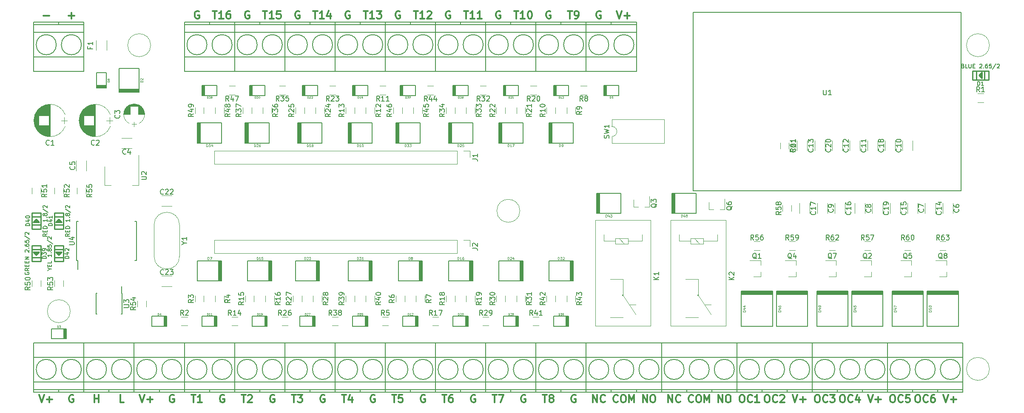
<source format=gto>
G04 #@! TF.FileFunction,Legend,Top*
%FSLAX46Y46*%
G04 Gerber Fmt 4.6, Leading zero omitted, Abs format (unit mm)*
G04 Created by KiCad (PCBNEW 4.0.7) date Thu Oct 12 07:51:30 2017*
%MOMM*%
%LPD*%
G01*
G04 APERTURE LIST*
%ADD10C,0.100000*%
%ADD11C,0.300000*%
%ADD12C,0.120000*%
%ADD13C,0.254000*%
%ADD14C,0.127000*%
%ADD15C,0.177800*%
%ADD16C,0.150000*%
%ADD17C,0.149860*%
%ADD18C,0.119380*%
%ADD19C,0.099060*%
G04 APERTURE END LIST*
D10*
D11*
X46392857Y-87750000D02*
X46250000Y-87678571D01*
X46035714Y-87678571D01*
X45821429Y-87750000D01*
X45678571Y-87892857D01*
X45607143Y-88035714D01*
X45535714Y-88321429D01*
X45535714Y-88535714D01*
X45607143Y-88821429D01*
X45678571Y-88964286D01*
X45821429Y-89107143D01*
X46035714Y-89178571D01*
X46178571Y-89178571D01*
X46392857Y-89107143D01*
X46464286Y-89035714D01*
X46464286Y-88535714D01*
X46178571Y-88535714D01*
X49142858Y-87678571D02*
X50000001Y-87678571D01*
X49571430Y-89178571D02*
X49571430Y-87678571D01*
X51285715Y-89178571D02*
X50428572Y-89178571D01*
X50857144Y-89178571D02*
X50857144Y-87678571D01*
X50714287Y-87892857D01*
X50571429Y-88035714D01*
X50428572Y-88107143D01*
X52571429Y-87678571D02*
X52285715Y-87678571D01*
X52142858Y-87750000D01*
X52071429Y-87821429D01*
X51928572Y-88035714D01*
X51857143Y-88321429D01*
X51857143Y-88892857D01*
X51928572Y-89035714D01*
X52000000Y-89107143D01*
X52142858Y-89178571D01*
X52428572Y-89178571D01*
X52571429Y-89107143D01*
X52642858Y-89035714D01*
X52714286Y-88892857D01*
X52714286Y-88535714D01*
X52642858Y-88392857D01*
X52571429Y-88321429D01*
X52428572Y-88250000D01*
X52142858Y-88250000D01*
X52000000Y-88321429D01*
X51928572Y-88392857D01*
X51857143Y-88535714D01*
X56392857Y-87750000D02*
X56250000Y-87678571D01*
X56035714Y-87678571D01*
X55821429Y-87750000D01*
X55678571Y-87892857D01*
X55607143Y-88035714D01*
X55535714Y-88321429D01*
X55535714Y-88535714D01*
X55607143Y-88821429D01*
X55678571Y-88964286D01*
X55821429Y-89107143D01*
X56035714Y-89178571D01*
X56178571Y-89178571D01*
X56392857Y-89107143D01*
X56464286Y-89035714D01*
X56464286Y-88535714D01*
X56178571Y-88535714D01*
X59142858Y-87678571D02*
X60000001Y-87678571D01*
X59571430Y-89178571D02*
X59571430Y-87678571D01*
X61285715Y-89178571D02*
X60428572Y-89178571D01*
X60857144Y-89178571D02*
X60857144Y-87678571D01*
X60714287Y-87892857D01*
X60571429Y-88035714D01*
X60428572Y-88107143D01*
X62642858Y-87678571D02*
X61928572Y-87678571D01*
X61857143Y-88392857D01*
X61928572Y-88321429D01*
X62071429Y-88250000D01*
X62428572Y-88250000D01*
X62571429Y-88321429D01*
X62642858Y-88392857D01*
X62714286Y-88535714D01*
X62714286Y-88892857D01*
X62642858Y-89035714D01*
X62571429Y-89107143D01*
X62428572Y-89178571D01*
X62071429Y-89178571D01*
X61928572Y-89107143D01*
X61857143Y-89035714D01*
X66392857Y-87750000D02*
X66250000Y-87678571D01*
X66035714Y-87678571D01*
X65821429Y-87750000D01*
X65678571Y-87892857D01*
X65607143Y-88035714D01*
X65535714Y-88321429D01*
X65535714Y-88535714D01*
X65607143Y-88821429D01*
X65678571Y-88964286D01*
X65821429Y-89107143D01*
X66035714Y-89178571D01*
X66178571Y-89178571D01*
X66392857Y-89107143D01*
X66464286Y-89035714D01*
X66464286Y-88535714D01*
X66178571Y-88535714D01*
X69142858Y-87678571D02*
X70000001Y-87678571D01*
X69571430Y-89178571D02*
X69571430Y-87678571D01*
X71285715Y-89178571D02*
X70428572Y-89178571D01*
X70857144Y-89178571D02*
X70857144Y-87678571D01*
X70714287Y-87892857D01*
X70571429Y-88035714D01*
X70428572Y-88107143D01*
X72571429Y-88178571D02*
X72571429Y-89178571D01*
X72214286Y-87607143D02*
X71857143Y-88678571D01*
X72785715Y-88678571D01*
X76392857Y-87750000D02*
X76250000Y-87678571D01*
X76035714Y-87678571D01*
X75821429Y-87750000D01*
X75678571Y-87892857D01*
X75607143Y-88035714D01*
X75535714Y-88321429D01*
X75535714Y-88535714D01*
X75607143Y-88821429D01*
X75678571Y-88964286D01*
X75821429Y-89107143D01*
X76035714Y-89178571D01*
X76178571Y-89178571D01*
X76392857Y-89107143D01*
X76464286Y-89035714D01*
X76464286Y-88535714D01*
X76178571Y-88535714D01*
X79142858Y-87678571D02*
X80000001Y-87678571D01*
X79571430Y-89178571D02*
X79571430Y-87678571D01*
X81285715Y-89178571D02*
X80428572Y-89178571D01*
X80857144Y-89178571D02*
X80857144Y-87678571D01*
X80714287Y-87892857D01*
X80571429Y-88035714D01*
X80428572Y-88107143D01*
X81785715Y-87678571D02*
X82714286Y-87678571D01*
X82214286Y-88250000D01*
X82428572Y-88250000D01*
X82571429Y-88321429D01*
X82642858Y-88392857D01*
X82714286Y-88535714D01*
X82714286Y-88892857D01*
X82642858Y-89035714D01*
X82571429Y-89107143D01*
X82428572Y-89178571D01*
X82000000Y-89178571D01*
X81857143Y-89107143D01*
X81785715Y-89035714D01*
X86392857Y-87750000D02*
X86250000Y-87678571D01*
X86035714Y-87678571D01*
X85821429Y-87750000D01*
X85678571Y-87892857D01*
X85607143Y-88035714D01*
X85535714Y-88321429D01*
X85535714Y-88535714D01*
X85607143Y-88821429D01*
X85678571Y-88964286D01*
X85821429Y-89107143D01*
X86035714Y-89178571D01*
X86178571Y-89178571D01*
X86392857Y-89107143D01*
X86464286Y-89035714D01*
X86464286Y-88535714D01*
X86178571Y-88535714D01*
X89142858Y-87678571D02*
X90000001Y-87678571D01*
X89571430Y-89178571D02*
X89571430Y-87678571D01*
X91285715Y-89178571D02*
X90428572Y-89178571D01*
X90857144Y-89178571D02*
X90857144Y-87678571D01*
X90714287Y-87892857D01*
X90571429Y-88035714D01*
X90428572Y-88107143D01*
X91857143Y-87821429D02*
X91928572Y-87750000D01*
X92071429Y-87678571D01*
X92428572Y-87678571D01*
X92571429Y-87750000D01*
X92642858Y-87821429D01*
X92714286Y-87964286D01*
X92714286Y-88107143D01*
X92642858Y-88321429D01*
X91785715Y-89178571D01*
X92714286Y-89178571D01*
X99142858Y-87678571D02*
X100000001Y-87678571D01*
X99571430Y-89178571D02*
X99571430Y-87678571D01*
X101285715Y-89178571D02*
X100428572Y-89178571D01*
X100857144Y-89178571D02*
X100857144Y-87678571D01*
X100714287Y-87892857D01*
X100571429Y-88035714D01*
X100428572Y-88107143D01*
X102714286Y-89178571D02*
X101857143Y-89178571D01*
X102285715Y-89178571D02*
X102285715Y-87678571D01*
X102142858Y-87892857D01*
X102000000Y-88035714D01*
X101857143Y-88107143D01*
X96392857Y-87750000D02*
X96250000Y-87678571D01*
X96035714Y-87678571D01*
X95821429Y-87750000D01*
X95678571Y-87892857D01*
X95607143Y-88035714D01*
X95535714Y-88321429D01*
X95535714Y-88535714D01*
X95607143Y-88821429D01*
X95678571Y-88964286D01*
X95821429Y-89107143D01*
X96035714Y-89178571D01*
X96178571Y-89178571D01*
X96392857Y-89107143D01*
X96464286Y-89035714D01*
X96464286Y-88535714D01*
X96178571Y-88535714D01*
X106392857Y-87750000D02*
X106250000Y-87678571D01*
X106035714Y-87678571D01*
X105821429Y-87750000D01*
X105678571Y-87892857D01*
X105607143Y-88035714D01*
X105535714Y-88321429D01*
X105535714Y-88535714D01*
X105607143Y-88821429D01*
X105678571Y-88964286D01*
X105821429Y-89107143D01*
X106035714Y-89178571D01*
X106178571Y-89178571D01*
X106392857Y-89107143D01*
X106464286Y-89035714D01*
X106464286Y-88535714D01*
X106178571Y-88535714D01*
X109142858Y-87678571D02*
X110000001Y-87678571D01*
X109571430Y-89178571D02*
X109571430Y-87678571D01*
X111285715Y-89178571D02*
X110428572Y-89178571D01*
X110857144Y-89178571D02*
X110857144Y-87678571D01*
X110714287Y-87892857D01*
X110571429Y-88035714D01*
X110428572Y-88107143D01*
X112214286Y-87678571D02*
X112357143Y-87678571D01*
X112500000Y-87750000D01*
X112571429Y-87821429D01*
X112642858Y-87964286D01*
X112714286Y-88250000D01*
X112714286Y-88607143D01*
X112642858Y-88892857D01*
X112571429Y-89035714D01*
X112500000Y-89107143D01*
X112357143Y-89178571D01*
X112214286Y-89178571D01*
X112071429Y-89107143D01*
X112000000Y-89035714D01*
X111928572Y-88892857D01*
X111857143Y-88607143D01*
X111857143Y-88250000D01*
X111928572Y-87964286D01*
X112000000Y-87821429D01*
X112071429Y-87750000D01*
X112214286Y-87678571D01*
X116392857Y-87750000D02*
X116250000Y-87678571D01*
X116035714Y-87678571D01*
X115821429Y-87750000D01*
X115678571Y-87892857D01*
X115607143Y-88035714D01*
X115535714Y-88321429D01*
X115535714Y-88535714D01*
X115607143Y-88821429D01*
X115678571Y-88964286D01*
X115821429Y-89107143D01*
X116035714Y-89178571D01*
X116178571Y-89178571D01*
X116392857Y-89107143D01*
X116464286Y-89035714D01*
X116464286Y-88535714D01*
X116178571Y-88535714D01*
X119857143Y-87678571D02*
X120714286Y-87678571D01*
X120285715Y-89178571D02*
X120285715Y-87678571D01*
X121285714Y-89178571D02*
X121571429Y-89178571D01*
X121714286Y-89107143D01*
X121785714Y-89035714D01*
X121928572Y-88821429D01*
X122000000Y-88535714D01*
X122000000Y-87964286D01*
X121928572Y-87821429D01*
X121857143Y-87750000D01*
X121714286Y-87678571D01*
X121428572Y-87678571D01*
X121285714Y-87750000D01*
X121214286Y-87821429D01*
X121142857Y-87964286D01*
X121142857Y-88321429D01*
X121214286Y-88464286D01*
X121285714Y-88535714D01*
X121428572Y-88607143D01*
X121714286Y-88607143D01*
X121857143Y-88535714D01*
X121928572Y-88464286D01*
X122000000Y-88321429D01*
X121392857Y-164250000D02*
X121250000Y-164178571D01*
X121035714Y-164178571D01*
X120821429Y-164250000D01*
X120678571Y-164392857D01*
X120607143Y-164535714D01*
X120535714Y-164821429D01*
X120535714Y-165035714D01*
X120607143Y-165321429D01*
X120678571Y-165464286D01*
X120821429Y-165607143D01*
X121035714Y-165678571D01*
X121178571Y-165678571D01*
X121392857Y-165607143D01*
X121464286Y-165535714D01*
X121464286Y-165035714D01*
X121178571Y-165035714D01*
X114857143Y-164178571D02*
X115714286Y-164178571D01*
X115285715Y-165678571D02*
X115285715Y-164178571D01*
X116428572Y-164821429D02*
X116285714Y-164750000D01*
X116214286Y-164678571D01*
X116142857Y-164535714D01*
X116142857Y-164464286D01*
X116214286Y-164321429D01*
X116285714Y-164250000D01*
X116428572Y-164178571D01*
X116714286Y-164178571D01*
X116857143Y-164250000D01*
X116928572Y-164321429D01*
X117000000Y-164464286D01*
X117000000Y-164535714D01*
X116928572Y-164678571D01*
X116857143Y-164750000D01*
X116714286Y-164821429D01*
X116428572Y-164821429D01*
X116285714Y-164892857D01*
X116214286Y-164964286D01*
X116142857Y-165107143D01*
X116142857Y-165392857D01*
X116214286Y-165535714D01*
X116285714Y-165607143D01*
X116428572Y-165678571D01*
X116714286Y-165678571D01*
X116857143Y-165607143D01*
X116928572Y-165535714D01*
X117000000Y-165392857D01*
X117000000Y-165107143D01*
X116928572Y-164964286D01*
X116857143Y-164892857D01*
X116714286Y-164821429D01*
X111392857Y-164250000D02*
X111250000Y-164178571D01*
X111035714Y-164178571D01*
X110821429Y-164250000D01*
X110678571Y-164392857D01*
X110607143Y-164535714D01*
X110535714Y-164821429D01*
X110535714Y-165035714D01*
X110607143Y-165321429D01*
X110678571Y-165464286D01*
X110821429Y-165607143D01*
X111035714Y-165678571D01*
X111178571Y-165678571D01*
X111392857Y-165607143D01*
X111464286Y-165535714D01*
X111464286Y-165035714D01*
X111178571Y-165035714D01*
X104857143Y-164178571D02*
X105714286Y-164178571D01*
X105285715Y-165678571D02*
X105285715Y-164178571D01*
X106071429Y-164178571D02*
X107071429Y-164178571D01*
X106428572Y-165678571D01*
X101392857Y-164250000D02*
X101250000Y-164178571D01*
X101035714Y-164178571D01*
X100821429Y-164250000D01*
X100678571Y-164392857D01*
X100607143Y-164535714D01*
X100535714Y-164821429D01*
X100535714Y-165035714D01*
X100607143Y-165321429D01*
X100678571Y-165464286D01*
X100821429Y-165607143D01*
X101035714Y-165678571D01*
X101178571Y-165678571D01*
X101392857Y-165607143D01*
X101464286Y-165535714D01*
X101464286Y-165035714D01*
X101178571Y-165035714D01*
X94857143Y-164178571D02*
X95714286Y-164178571D01*
X95285715Y-165678571D02*
X95285715Y-164178571D01*
X96857143Y-164178571D02*
X96571429Y-164178571D01*
X96428572Y-164250000D01*
X96357143Y-164321429D01*
X96214286Y-164535714D01*
X96142857Y-164821429D01*
X96142857Y-165392857D01*
X96214286Y-165535714D01*
X96285714Y-165607143D01*
X96428572Y-165678571D01*
X96714286Y-165678571D01*
X96857143Y-165607143D01*
X96928572Y-165535714D01*
X97000000Y-165392857D01*
X97000000Y-165035714D01*
X96928572Y-164892857D01*
X96857143Y-164821429D01*
X96714286Y-164750000D01*
X96428572Y-164750000D01*
X96285714Y-164821429D01*
X96214286Y-164892857D01*
X96142857Y-165035714D01*
X91392857Y-164250000D02*
X91250000Y-164178571D01*
X91035714Y-164178571D01*
X90821429Y-164250000D01*
X90678571Y-164392857D01*
X90607143Y-164535714D01*
X90535714Y-164821429D01*
X90535714Y-165035714D01*
X90607143Y-165321429D01*
X90678571Y-165464286D01*
X90821429Y-165607143D01*
X91035714Y-165678571D01*
X91178571Y-165678571D01*
X91392857Y-165607143D01*
X91464286Y-165535714D01*
X91464286Y-165035714D01*
X91178571Y-165035714D01*
X84857143Y-164178571D02*
X85714286Y-164178571D01*
X85285715Y-165678571D02*
X85285715Y-164178571D01*
X86928572Y-164178571D02*
X86214286Y-164178571D01*
X86142857Y-164892857D01*
X86214286Y-164821429D01*
X86357143Y-164750000D01*
X86714286Y-164750000D01*
X86857143Y-164821429D01*
X86928572Y-164892857D01*
X87000000Y-165035714D01*
X87000000Y-165392857D01*
X86928572Y-165535714D01*
X86857143Y-165607143D01*
X86714286Y-165678571D01*
X86357143Y-165678571D01*
X86214286Y-165607143D01*
X86142857Y-165535714D01*
X81392857Y-164250000D02*
X81250000Y-164178571D01*
X81035714Y-164178571D01*
X80821429Y-164250000D01*
X80678571Y-164392857D01*
X80607143Y-164535714D01*
X80535714Y-164821429D01*
X80535714Y-165035714D01*
X80607143Y-165321429D01*
X80678571Y-165464286D01*
X80821429Y-165607143D01*
X81035714Y-165678571D01*
X81178571Y-165678571D01*
X81392857Y-165607143D01*
X81464286Y-165535714D01*
X81464286Y-165035714D01*
X81178571Y-165035714D01*
X74857143Y-164178571D02*
X75714286Y-164178571D01*
X75285715Y-165678571D02*
X75285715Y-164178571D01*
X76857143Y-164678571D02*
X76857143Y-165678571D01*
X76500000Y-164107143D02*
X76142857Y-165178571D01*
X77071429Y-165178571D01*
X71392857Y-164250000D02*
X71250000Y-164178571D01*
X71035714Y-164178571D01*
X70821429Y-164250000D01*
X70678571Y-164392857D01*
X70607143Y-164535714D01*
X70535714Y-164821429D01*
X70535714Y-165035714D01*
X70607143Y-165321429D01*
X70678571Y-165464286D01*
X70821429Y-165607143D01*
X71035714Y-165678571D01*
X71178571Y-165678571D01*
X71392857Y-165607143D01*
X71464286Y-165535714D01*
X71464286Y-165035714D01*
X71178571Y-165035714D01*
X64857143Y-164178571D02*
X65714286Y-164178571D01*
X65285715Y-165678571D02*
X65285715Y-164178571D01*
X66071429Y-164178571D02*
X67000000Y-164178571D01*
X66500000Y-164750000D01*
X66714286Y-164750000D01*
X66857143Y-164821429D01*
X66928572Y-164892857D01*
X67000000Y-165035714D01*
X67000000Y-165392857D01*
X66928572Y-165535714D01*
X66857143Y-165607143D01*
X66714286Y-165678571D01*
X66285714Y-165678571D01*
X66142857Y-165607143D01*
X66071429Y-165535714D01*
X126392857Y-87750000D02*
X126250000Y-87678571D01*
X126035714Y-87678571D01*
X125821429Y-87750000D01*
X125678571Y-87892857D01*
X125607143Y-88035714D01*
X125535714Y-88321429D01*
X125535714Y-88535714D01*
X125607143Y-88821429D01*
X125678571Y-88964286D01*
X125821429Y-89107143D01*
X126035714Y-89178571D01*
X126178571Y-89178571D01*
X126392857Y-89107143D01*
X126464286Y-89035714D01*
X126464286Y-88535714D01*
X126178571Y-88535714D01*
X194571429Y-164178571D02*
X195071429Y-165678571D01*
X195571429Y-164178571D01*
X196071429Y-165107143D02*
X197214286Y-165107143D01*
X196642857Y-165678571D02*
X196642857Y-164535714D01*
X189392857Y-164178571D02*
X189678571Y-164178571D01*
X189821429Y-164250000D01*
X189964286Y-164392857D01*
X190035714Y-164678571D01*
X190035714Y-165178571D01*
X189964286Y-165464286D01*
X189821429Y-165607143D01*
X189678571Y-165678571D01*
X189392857Y-165678571D01*
X189250000Y-165607143D01*
X189107143Y-165464286D01*
X189035714Y-165178571D01*
X189035714Y-164678571D01*
X189107143Y-164392857D01*
X189250000Y-164250000D01*
X189392857Y-164178571D01*
X191535715Y-165535714D02*
X191464286Y-165607143D01*
X191250000Y-165678571D01*
X191107143Y-165678571D01*
X190892858Y-165607143D01*
X190750000Y-165464286D01*
X190678572Y-165321429D01*
X190607143Y-165035714D01*
X190607143Y-164821429D01*
X190678572Y-164535714D01*
X190750000Y-164392857D01*
X190892858Y-164250000D01*
X191107143Y-164178571D01*
X191250000Y-164178571D01*
X191464286Y-164250000D01*
X191535715Y-164321429D01*
X192821429Y-164178571D02*
X192535715Y-164178571D01*
X192392858Y-164250000D01*
X192321429Y-164321429D01*
X192178572Y-164535714D01*
X192107143Y-164821429D01*
X192107143Y-165392857D01*
X192178572Y-165535714D01*
X192250000Y-165607143D01*
X192392858Y-165678571D01*
X192678572Y-165678571D01*
X192821429Y-165607143D01*
X192892858Y-165535714D01*
X192964286Y-165392857D01*
X192964286Y-165035714D01*
X192892858Y-164892857D01*
X192821429Y-164821429D01*
X192678572Y-164750000D01*
X192392858Y-164750000D01*
X192250000Y-164821429D01*
X192178572Y-164892857D01*
X192107143Y-165035714D01*
X184392857Y-164178571D02*
X184678571Y-164178571D01*
X184821429Y-164250000D01*
X184964286Y-164392857D01*
X185035714Y-164678571D01*
X185035714Y-165178571D01*
X184964286Y-165464286D01*
X184821429Y-165607143D01*
X184678571Y-165678571D01*
X184392857Y-165678571D01*
X184250000Y-165607143D01*
X184107143Y-165464286D01*
X184035714Y-165178571D01*
X184035714Y-164678571D01*
X184107143Y-164392857D01*
X184250000Y-164250000D01*
X184392857Y-164178571D01*
X186535715Y-165535714D02*
X186464286Y-165607143D01*
X186250000Y-165678571D01*
X186107143Y-165678571D01*
X185892858Y-165607143D01*
X185750000Y-165464286D01*
X185678572Y-165321429D01*
X185607143Y-165035714D01*
X185607143Y-164821429D01*
X185678572Y-164535714D01*
X185750000Y-164392857D01*
X185892858Y-164250000D01*
X186107143Y-164178571D01*
X186250000Y-164178571D01*
X186464286Y-164250000D01*
X186535715Y-164321429D01*
X187892858Y-164178571D02*
X187178572Y-164178571D01*
X187107143Y-164892857D01*
X187178572Y-164821429D01*
X187321429Y-164750000D01*
X187678572Y-164750000D01*
X187821429Y-164821429D01*
X187892858Y-164892857D01*
X187964286Y-165035714D01*
X187964286Y-165392857D01*
X187892858Y-165535714D01*
X187821429Y-165607143D01*
X187678572Y-165678571D01*
X187321429Y-165678571D01*
X187178572Y-165607143D01*
X187107143Y-165535714D01*
X179571429Y-164178571D02*
X180071429Y-165678571D01*
X180571429Y-164178571D01*
X181071429Y-165107143D02*
X182214286Y-165107143D01*
X181642857Y-165678571D02*
X181642857Y-164535714D01*
X174392857Y-164178571D02*
X174678571Y-164178571D01*
X174821429Y-164250000D01*
X174964286Y-164392857D01*
X175035714Y-164678571D01*
X175035714Y-165178571D01*
X174964286Y-165464286D01*
X174821429Y-165607143D01*
X174678571Y-165678571D01*
X174392857Y-165678571D01*
X174250000Y-165607143D01*
X174107143Y-165464286D01*
X174035714Y-165178571D01*
X174035714Y-164678571D01*
X174107143Y-164392857D01*
X174250000Y-164250000D01*
X174392857Y-164178571D01*
X176535715Y-165535714D02*
X176464286Y-165607143D01*
X176250000Y-165678571D01*
X176107143Y-165678571D01*
X175892858Y-165607143D01*
X175750000Y-165464286D01*
X175678572Y-165321429D01*
X175607143Y-165035714D01*
X175607143Y-164821429D01*
X175678572Y-164535714D01*
X175750000Y-164392857D01*
X175892858Y-164250000D01*
X176107143Y-164178571D01*
X176250000Y-164178571D01*
X176464286Y-164250000D01*
X176535715Y-164321429D01*
X177821429Y-164678571D02*
X177821429Y-165678571D01*
X177464286Y-164107143D02*
X177107143Y-165178571D01*
X178035715Y-165178571D01*
X169392857Y-164178571D02*
X169678571Y-164178571D01*
X169821429Y-164250000D01*
X169964286Y-164392857D01*
X170035714Y-164678571D01*
X170035714Y-165178571D01*
X169964286Y-165464286D01*
X169821429Y-165607143D01*
X169678571Y-165678571D01*
X169392857Y-165678571D01*
X169250000Y-165607143D01*
X169107143Y-165464286D01*
X169035714Y-165178571D01*
X169035714Y-164678571D01*
X169107143Y-164392857D01*
X169250000Y-164250000D01*
X169392857Y-164178571D01*
X171535715Y-165535714D02*
X171464286Y-165607143D01*
X171250000Y-165678571D01*
X171107143Y-165678571D01*
X170892858Y-165607143D01*
X170750000Y-165464286D01*
X170678572Y-165321429D01*
X170607143Y-165035714D01*
X170607143Y-164821429D01*
X170678572Y-164535714D01*
X170750000Y-164392857D01*
X170892858Y-164250000D01*
X171107143Y-164178571D01*
X171250000Y-164178571D01*
X171464286Y-164250000D01*
X171535715Y-164321429D01*
X172035715Y-164178571D02*
X172964286Y-164178571D01*
X172464286Y-164750000D01*
X172678572Y-164750000D01*
X172821429Y-164821429D01*
X172892858Y-164892857D01*
X172964286Y-165035714D01*
X172964286Y-165392857D01*
X172892858Y-165535714D01*
X172821429Y-165607143D01*
X172678572Y-165678571D01*
X172250000Y-165678571D01*
X172107143Y-165607143D01*
X172035715Y-165535714D01*
X164571429Y-164178571D02*
X165071429Y-165678571D01*
X165571429Y-164178571D01*
X166071429Y-165107143D02*
X167214286Y-165107143D01*
X166642857Y-165678571D02*
X166642857Y-164535714D01*
X159392857Y-164178571D02*
X159678571Y-164178571D01*
X159821429Y-164250000D01*
X159964286Y-164392857D01*
X160035714Y-164678571D01*
X160035714Y-165178571D01*
X159964286Y-165464286D01*
X159821429Y-165607143D01*
X159678571Y-165678571D01*
X159392857Y-165678571D01*
X159250000Y-165607143D01*
X159107143Y-165464286D01*
X159035714Y-165178571D01*
X159035714Y-164678571D01*
X159107143Y-164392857D01*
X159250000Y-164250000D01*
X159392857Y-164178571D01*
X161535715Y-165535714D02*
X161464286Y-165607143D01*
X161250000Y-165678571D01*
X161107143Y-165678571D01*
X160892858Y-165607143D01*
X160750000Y-165464286D01*
X160678572Y-165321429D01*
X160607143Y-165035714D01*
X160607143Y-164821429D01*
X160678572Y-164535714D01*
X160750000Y-164392857D01*
X160892858Y-164250000D01*
X161107143Y-164178571D01*
X161250000Y-164178571D01*
X161464286Y-164250000D01*
X161535715Y-164321429D01*
X162107143Y-164321429D02*
X162178572Y-164250000D01*
X162321429Y-164178571D01*
X162678572Y-164178571D01*
X162821429Y-164250000D01*
X162892858Y-164321429D01*
X162964286Y-164464286D01*
X162964286Y-164607143D01*
X162892858Y-164821429D01*
X162035715Y-165678571D01*
X162964286Y-165678571D01*
X154392857Y-164178571D02*
X154678571Y-164178571D01*
X154821429Y-164250000D01*
X154964286Y-164392857D01*
X155035714Y-164678571D01*
X155035714Y-165178571D01*
X154964286Y-165464286D01*
X154821429Y-165607143D01*
X154678571Y-165678571D01*
X154392857Y-165678571D01*
X154250000Y-165607143D01*
X154107143Y-165464286D01*
X154035714Y-165178571D01*
X154035714Y-164678571D01*
X154107143Y-164392857D01*
X154250000Y-164250000D01*
X154392857Y-164178571D01*
X156535715Y-165535714D02*
X156464286Y-165607143D01*
X156250000Y-165678571D01*
X156107143Y-165678571D01*
X155892858Y-165607143D01*
X155750000Y-165464286D01*
X155678572Y-165321429D01*
X155607143Y-165035714D01*
X155607143Y-164821429D01*
X155678572Y-164535714D01*
X155750000Y-164392857D01*
X155892858Y-164250000D01*
X156107143Y-164178571D01*
X156250000Y-164178571D01*
X156464286Y-164250000D01*
X156535715Y-164321429D01*
X157964286Y-165678571D02*
X157107143Y-165678571D01*
X157535715Y-165678571D02*
X157535715Y-164178571D01*
X157392858Y-164392857D01*
X157250000Y-164535714D01*
X157107143Y-164607143D01*
X61392857Y-164250000D02*
X61250000Y-164178571D01*
X61035714Y-164178571D01*
X60821429Y-164250000D01*
X60678571Y-164392857D01*
X60607143Y-164535714D01*
X60535714Y-164821429D01*
X60535714Y-165035714D01*
X60607143Y-165321429D01*
X60678571Y-165464286D01*
X60821429Y-165607143D01*
X61035714Y-165678571D01*
X61178571Y-165678571D01*
X61392857Y-165607143D01*
X61464286Y-165535714D01*
X61464286Y-165035714D01*
X61178571Y-165035714D01*
X54857143Y-164178571D02*
X55714286Y-164178571D01*
X55285715Y-165678571D02*
X55285715Y-164178571D01*
X56142857Y-164321429D02*
X56214286Y-164250000D01*
X56357143Y-164178571D01*
X56714286Y-164178571D01*
X56857143Y-164250000D01*
X56928572Y-164321429D01*
X57000000Y-164464286D01*
X57000000Y-164607143D01*
X56928572Y-164821429D01*
X56071429Y-165678571D01*
X57000000Y-165678571D01*
X44857143Y-164178571D02*
X45714286Y-164178571D01*
X45285715Y-165678571D02*
X45285715Y-164178571D01*
X47000000Y-165678571D02*
X46142857Y-165678571D01*
X46571429Y-165678571D02*
X46571429Y-164178571D01*
X46428572Y-164392857D01*
X46285714Y-164535714D01*
X46142857Y-164607143D01*
X51392857Y-164250000D02*
X51250000Y-164178571D01*
X51035714Y-164178571D01*
X50821429Y-164250000D01*
X50678571Y-164392857D01*
X50607143Y-164535714D01*
X50535714Y-164821429D01*
X50535714Y-165035714D01*
X50607143Y-165321429D01*
X50678571Y-165464286D01*
X50821429Y-165607143D01*
X51035714Y-165678571D01*
X51178571Y-165678571D01*
X51392857Y-165607143D01*
X51464286Y-165535714D01*
X51464286Y-165035714D01*
X51178571Y-165035714D01*
X41392857Y-164250000D02*
X41250000Y-164178571D01*
X41035714Y-164178571D01*
X40821429Y-164250000D01*
X40678571Y-164392857D01*
X40607143Y-164535714D01*
X40535714Y-164821429D01*
X40535714Y-165035714D01*
X40607143Y-165321429D01*
X40678571Y-165464286D01*
X40821429Y-165607143D01*
X41035714Y-165678571D01*
X41178571Y-165678571D01*
X41392857Y-165607143D01*
X41464286Y-165535714D01*
X41464286Y-165035714D01*
X41178571Y-165035714D01*
X21392857Y-164250000D02*
X21250000Y-164178571D01*
X21035714Y-164178571D01*
X20821429Y-164250000D01*
X20678571Y-164392857D01*
X20607143Y-164535714D01*
X20535714Y-164821429D01*
X20535714Y-165035714D01*
X20607143Y-165321429D01*
X20678571Y-165464286D01*
X20821429Y-165607143D01*
X21035714Y-165678571D01*
X21178571Y-165678571D01*
X21392857Y-165607143D01*
X21464286Y-165535714D01*
X21464286Y-165035714D01*
X21178571Y-165035714D01*
X129571429Y-87678571D02*
X130071429Y-89178571D01*
X130571429Y-87678571D01*
X131071429Y-88607143D02*
X132214286Y-88607143D01*
X131642857Y-89178571D02*
X131642857Y-88035714D01*
X15428572Y-88607143D02*
X16571429Y-88607143D01*
X20428572Y-88607143D02*
X21571429Y-88607143D01*
X21000000Y-89178571D02*
X21000000Y-88035714D01*
X34571429Y-164178571D02*
X35071429Y-165678571D01*
X35571429Y-164178571D01*
X36071429Y-165107143D02*
X37214286Y-165107143D01*
X36642857Y-165678571D02*
X36642857Y-164535714D01*
X14571429Y-164178571D02*
X15071429Y-165678571D01*
X15571429Y-164178571D01*
X16071429Y-165107143D02*
X17214286Y-165107143D01*
X16642857Y-165678571D02*
X16642857Y-164535714D01*
X31464286Y-165678571D02*
X30750000Y-165678571D01*
X30750000Y-164178571D01*
X25571429Y-165678571D02*
X25571429Y-164178571D01*
X25571429Y-164892857D02*
X26428572Y-164892857D01*
X26428572Y-165678571D02*
X26428572Y-164178571D01*
X129821429Y-165535714D02*
X129750000Y-165607143D01*
X129535714Y-165678571D01*
X129392857Y-165678571D01*
X129178572Y-165607143D01*
X129035714Y-165464286D01*
X128964286Y-165321429D01*
X128892857Y-165035714D01*
X128892857Y-164821429D01*
X128964286Y-164535714D01*
X129035714Y-164392857D01*
X129178572Y-164250000D01*
X129392857Y-164178571D01*
X129535714Y-164178571D01*
X129750000Y-164250000D01*
X129821429Y-164321429D01*
X130750000Y-164178571D02*
X131035714Y-164178571D01*
X131178572Y-164250000D01*
X131321429Y-164392857D01*
X131392857Y-164678571D01*
X131392857Y-165178571D01*
X131321429Y-165464286D01*
X131178572Y-165607143D01*
X131035714Y-165678571D01*
X130750000Y-165678571D01*
X130607143Y-165607143D01*
X130464286Y-165464286D01*
X130392857Y-165178571D01*
X130392857Y-164678571D01*
X130464286Y-164392857D01*
X130607143Y-164250000D01*
X130750000Y-164178571D01*
X132035715Y-165678571D02*
X132035715Y-164178571D01*
X132535715Y-165250000D01*
X133035715Y-164178571D01*
X133035715Y-165678571D01*
X149785714Y-165678571D02*
X149785714Y-164178571D01*
X150642857Y-165678571D01*
X150642857Y-164178571D01*
X151642857Y-164178571D02*
X151928571Y-164178571D01*
X152071429Y-164250000D01*
X152214286Y-164392857D01*
X152285714Y-164678571D01*
X152285714Y-165178571D01*
X152214286Y-165464286D01*
X152071429Y-165607143D01*
X151928571Y-165678571D01*
X151642857Y-165678571D01*
X151500000Y-165607143D01*
X151357143Y-165464286D01*
X151285714Y-165178571D01*
X151285714Y-164678571D01*
X151357143Y-164392857D01*
X151500000Y-164250000D01*
X151642857Y-164178571D01*
X144821429Y-165535714D02*
X144750000Y-165607143D01*
X144535714Y-165678571D01*
X144392857Y-165678571D01*
X144178572Y-165607143D01*
X144035714Y-165464286D01*
X143964286Y-165321429D01*
X143892857Y-165035714D01*
X143892857Y-164821429D01*
X143964286Y-164535714D01*
X144035714Y-164392857D01*
X144178572Y-164250000D01*
X144392857Y-164178571D01*
X144535714Y-164178571D01*
X144750000Y-164250000D01*
X144821429Y-164321429D01*
X145750000Y-164178571D02*
X146035714Y-164178571D01*
X146178572Y-164250000D01*
X146321429Y-164392857D01*
X146392857Y-164678571D01*
X146392857Y-165178571D01*
X146321429Y-165464286D01*
X146178572Y-165607143D01*
X146035714Y-165678571D01*
X145750000Y-165678571D01*
X145607143Y-165607143D01*
X145464286Y-165464286D01*
X145392857Y-165178571D01*
X145392857Y-164678571D01*
X145464286Y-164392857D01*
X145607143Y-164250000D01*
X145750000Y-164178571D01*
X147035715Y-165678571D02*
X147035715Y-164178571D01*
X147535715Y-165250000D01*
X148035715Y-164178571D01*
X148035715Y-165678571D01*
X139821429Y-165678571D02*
X139821429Y-164178571D01*
X140678572Y-165678571D01*
X140678572Y-164178571D01*
X142250001Y-165535714D02*
X142178572Y-165607143D01*
X141964286Y-165678571D01*
X141821429Y-165678571D01*
X141607144Y-165607143D01*
X141464286Y-165464286D01*
X141392858Y-165321429D01*
X141321429Y-165035714D01*
X141321429Y-164821429D01*
X141392858Y-164535714D01*
X141464286Y-164392857D01*
X141607144Y-164250000D01*
X141821429Y-164178571D01*
X141964286Y-164178571D01*
X142178572Y-164250000D01*
X142250001Y-164321429D01*
X134785714Y-165678571D02*
X134785714Y-164178571D01*
X135642857Y-165678571D01*
X135642857Y-164178571D01*
X136642857Y-164178571D02*
X136928571Y-164178571D01*
X137071429Y-164250000D01*
X137214286Y-164392857D01*
X137285714Y-164678571D01*
X137285714Y-165178571D01*
X137214286Y-165464286D01*
X137071429Y-165607143D01*
X136928571Y-165678571D01*
X136642857Y-165678571D01*
X136500000Y-165607143D01*
X136357143Y-165464286D01*
X136285714Y-165178571D01*
X136285714Y-164678571D01*
X136357143Y-164392857D01*
X136500000Y-164250000D01*
X136642857Y-164178571D01*
X124821429Y-165678571D02*
X124821429Y-164178571D01*
X125678572Y-165678571D01*
X125678572Y-164178571D01*
X127250001Y-165535714D02*
X127178572Y-165607143D01*
X126964286Y-165678571D01*
X126821429Y-165678571D01*
X126607144Y-165607143D01*
X126464286Y-165464286D01*
X126392858Y-165321429D01*
X126321429Y-165035714D01*
X126321429Y-164821429D01*
X126392858Y-164535714D01*
X126464286Y-164392857D01*
X126607144Y-164250000D01*
X126821429Y-164178571D01*
X126964286Y-164178571D01*
X127178572Y-164250000D01*
X127250001Y-164321429D01*
D12*
X13732180Y-110679136D02*
G75*
G03X19767482Y-110680000I3017820J1179136D01*
G01*
X13732180Y-108320864D02*
G75*
G02X19767482Y-108320000I3017820J-1179136D01*
G01*
X13732180Y-108320864D02*
G75*
G03X13732518Y-110680000I3017820J-1179136D01*
G01*
X16750000Y-112700000D02*
X16750000Y-106300000D01*
X16710000Y-112700000D02*
X16710000Y-106300000D01*
X16670000Y-112700000D02*
X16670000Y-106300000D01*
X16630000Y-112698000D02*
X16630000Y-106302000D01*
X16590000Y-112697000D02*
X16590000Y-106303000D01*
X16550000Y-112694000D02*
X16550000Y-106306000D01*
X16510000Y-112692000D02*
X16510000Y-106308000D01*
X16470000Y-112688000D02*
X16470000Y-110480000D01*
X16470000Y-108520000D02*
X16470000Y-106312000D01*
X16430000Y-112685000D02*
X16430000Y-110480000D01*
X16430000Y-108520000D02*
X16430000Y-106315000D01*
X16390000Y-112680000D02*
X16390000Y-110480000D01*
X16390000Y-108520000D02*
X16390000Y-106320000D01*
X16350000Y-112676000D02*
X16350000Y-110480000D01*
X16350000Y-108520000D02*
X16350000Y-106324000D01*
X16310000Y-112670000D02*
X16310000Y-110480000D01*
X16310000Y-108520000D02*
X16310000Y-106330000D01*
X16270000Y-112665000D02*
X16270000Y-110480000D01*
X16270000Y-108520000D02*
X16270000Y-106335000D01*
X16230000Y-112658000D02*
X16230000Y-110480000D01*
X16230000Y-108520000D02*
X16230000Y-106342000D01*
X16190000Y-112652000D02*
X16190000Y-110480000D01*
X16190000Y-108520000D02*
X16190000Y-106348000D01*
X16150000Y-112644000D02*
X16150000Y-110480000D01*
X16150000Y-108520000D02*
X16150000Y-106356000D01*
X16110000Y-112637000D02*
X16110000Y-110480000D01*
X16110000Y-108520000D02*
X16110000Y-106363000D01*
X16070000Y-112628000D02*
X16070000Y-110480000D01*
X16070000Y-108520000D02*
X16070000Y-106372000D01*
X16029000Y-112619000D02*
X16029000Y-110480000D01*
X16029000Y-108520000D02*
X16029000Y-106381000D01*
X15989000Y-112610000D02*
X15989000Y-110480000D01*
X15989000Y-108520000D02*
X15989000Y-106390000D01*
X15949000Y-112600000D02*
X15949000Y-110480000D01*
X15949000Y-108520000D02*
X15949000Y-106400000D01*
X15909000Y-112590000D02*
X15909000Y-110480000D01*
X15909000Y-108520000D02*
X15909000Y-106410000D01*
X15869000Y-112579000D02*
X15869000Y-110480000D01*
X15869000Y-108520000D02*
X15869000Y-106421000D01*
X15829000Y-112567000D02*
X15829000Y-110480000D01*
X15829000Y-108520000D02*
X15829000Y-106433000D01*
X15789000Y-112555000D02*
X15789000Y-110480000D01*
X15789000Y-108520000D02*
X15789000Y-106445000D01*
X15749000Y-112542000D02*
X15749000Y-110480000D01*
X15749000Y-108520000D02*
X15749000Y-106458000D01*
X15709000Y-112529000D02*
X15709000Y-110480000D01*
X15709000Y-108520000D02*
X15709000Y-106471000D01*
X15669000Y-112515000D02*
X15669000Y-110480000D01*
X15669000Y-108520000D02*
X15669000Y-106485000D01*
X15629000Y-112501000D02*
X15629000Y-110480000D01*
X15629000Y-108520000D02*
X15629000Y-106499000D01*
X15589000Y-112486000D02*
X15589000Y-110480000D01*
X15589000Y-108520000D02*
X15589000Y-106514000D01*
X15549000Y-112470000D02*
X15549000Y-110480000D01*
X15549000Y-108520000D02*
X15549000Y-106530000D01*
X15509000Y-112454000D02*
X15509000Y-110480000D01*
X15509000Y-108520000D02*
X15509000Y-106546000D01*
X15469000Y-112437000D02*
X15469000Y-110480000D01*
X15469000Y-108520000D02*
X15469000Y-106563000D01*
X15429000Y-112419000D02*
X15429000Y-110480000D01*
X15429000Y-108520000D02*
X15429000Y-106581000D01*
X15389000Y-112401000D02*
X15389000Y-110480000D01*
X15389000Y-108520000D02*
X15389000Y-106599000D01*
X15349000Y-112382000D02*
X15349000Y-110480000D01*
X15349000Y-108520000D02*
X15349000Y-106618000D01*
X15309000Y-112363000D02*
X15309000Y-110480000D01*
X15309000Y-108520000D02*
X15309000Y-106637000D01*
X15269000Y-112343000D02*
X15269000Y-110480000D01*
X15269000Y-108520000D02*
X15269000Y-106657000D01*
X15229000Y-112322000D02*
X15229000Y-110480000D01*
X15229000Y-108520000D02*
X15229000Y-106678000D01*
X15189000Y-112300000D02*
X15189000Y-110480000D01*
X15189000Y-108520000D02*
X15189000Y-106700000D01*
X15149000Y-112278000D02*
X15149000Y-110480000D01*
X15149000Y-108520000D02*
X15149000Y-106722000D01*
X15109000Y-112255000D02*
X15109000Y-110480000D01*
X15109000Y-108520000D02*
X15109000Y-106745000D01*
X15069000Y-112231000D02*
X15069000Y-110480000D01*
X15069000Y-108520000D02*
X15069000Y-106769000D01*
X15029000Y-112206000D02*
X15029000Y-110480000D01*
X15029000Y-108520000D02*
X15029000Y-106794000D01*
X14989000Y-112181000D02*
X14989000Y-110480000D01*
X14989000Y-108520000D02*
X14989000Y-106819000D01*
X14949000Y-112154000D02*
X14949000Y-110480000D01*
X14949000Y-108520000D02*
X14949000Y-106846000D01*
X14909000Y-112127000D02*
X14909000Y-110480000D01*
X14909000Y-108520000D02*
X14909000Y-106873000D01*
X14869000Y-112099000D02*
X14869000Y-110480000D01*
X14869000Y-108520000D02*
X14869000Y-106901000D01*
X14829000Y-112070000D02*
X14829000Y-110480000D01*
X14829000Y-108520000D02*
X14829000Y-106930000D01*
X14789000Y-112040000D02*
X14789000Y-110480000D01*
X14789000Y-108520000D02*
X14789000Y-106960000D01*
X14749000Y-112010000D02*
X14749000Y-110480000D01*
X14749000Y-108520000D02*
X14749000Y-106990000D01*
X14709000Y-111978000D02*
X14709000Y-110480000D01*
X14709000Y-108520000D02*
X14709000Y-107022000D01*
X14669000Y-111945000D02*
X14669000Y-110480000D01*
X14669000Y-108520000D02*
X14669000Y-107055000D01*
X14629000Y-111911000D02*
X14629000Y-110480000D01*
X14629000Y-108520000D02*
X14629000Y-107089000D01*
X14589000Y-111875000D02*
X14589000Y-110480000D01*
X14589000Y-108520000D02*
X14589000Y-107125000D01*
X14549000Y-111839000D02*
X14549000Y-110480000D01*
X14549000Y-108520000D02*
X14549000Y-107161000D01*
X14509000Y-111801000D02*
X14509000Y-107199000D01*
X14469000Y-111762000D02*
X14469000Y-107238000D01*
X14429000Y-111722000D02*
X14429000Y-107278000D01*
X14389000Y-111680000D02*
X14389000Y-107320000D01*
X14349000Y-111637000D02*
X14349000Y-107363000D01*
X14309000Y-111592000D02*
X14309000Y-107408000D01*
X14269000Y-111545000D02*
X14269000Y-107455000D01*
X14229000Y-111497000D02*
X14229000Y-107503000D01*
X14189000Y-111446000D02*
X14189000Y-107554000D01*
X14149000Y-111394000D02*
X14149000Y-107606000D01*
X14109000Y-111339000D02*
X14109000Y-107661000D01*
X14069000Y-111281000D02*
X14069000Y-107719000D01*
X14029000Y-111221000D02*
X14029000Y-107779000D01*
X13989000Y-111158000D02*
X13989000Y-107842000D01*
X13949000Y-111091000D02*
X13949000Y-107909000D01*
X13909000Y-111020000D02*
X13909000Y-107980000D01*
X13869000Y-110945000D02*
X13869000Y-108055000D01*
X13829000Y-110864000D02*
X13829000Y-108136000D01*
X13789000Y-110778000D02*
X13789000Y-108222000D01*
X13749000Y-110684000D02*
X13749000Y-108316000D01*
X13709000Y-110581000D02*
X13709000Y-108419000D01*
X13669000Y-110466000D02*
X13669000Y-108534000D01*
X13629000Y-110334000D02*
X13629000Y-108666000D01*
X13589000Y-110176000D02*
X13589000Y-108824000D01*
X13549000Y-109968000D02*
X13549000Y-109032000D01*
X20200000Y-109500000D02*
X19000000Y-109500000D01*
X19600000Y-110150000D02*
X19600000Y-108850000D01*
X22732180Y-110679136D02*
G75*
G03X28767482Y-110680000I3017820J1179136D01*
G01*
X22732180Y-108320864D02*
G75*
G02X28767482Y-108320000I3017820J-1179136D01*
G01*
X22732180Y-108320864D02*
G75*
G03X22732518Y-110680000I3017820J-1179136D01*
G01*
X25750000Y-112700000D02*
X25750000Y-106300000D01*
X25710000Y-112700000D02*
X25710000Y-106300000D01*
X25670000Y-112700000D02*
X25670000Y-106300000D01*
X25630000Y-112698000D02*
X25630000Y-106302000D01*
X25590000Y-112697000D02*
X25590000Y-106303000D01*
X25550000Y-112694000D02*
X25550000Y-106306000D01*
X25510000Y-112692000D02*
X25510000Y-106308000D01*
X25470000Y-112688000D02*
X25470000Y-110480000D01*
X25470000Y-108520000D02*
X25470000Y-106312000D01*
X25430000Y-112685000D02*
X25430000Y-110480000D01*
X25430000Y-108520000D02*
X25430000Y-106315000D01*
X25390000Y-112680000D02*
X25390000Y-110480000D01*
X25390000Y-108520000D02*
X25390000Y-106320000D01*
X25350000Y-112676000D02*
X25350000Y-110480000D01*
X25350000Y-108520000D02*
X25350000Y-106324000D01*
X25310000Y-112670000D02*
X25310000Y-110480000D01*
X25310000Y-108520000D02*
X25310000Y-106330000D01*
X25270000Y-112665000D02*
X25270000Y-110480000D01*
X25270000Y-108520000D02*
X25270000Y-106335000D01*
X25230000Y-112658000D02*
X25230000Y-110480000D01*
X25230000Y-108520000D02*
X25230000Y-106342000D01*
X25190000Y-112652000D02*
X25190000Y-110480000D01*
X25190000Y-108520000D02*
X25190000Y-106348000D01*
X25150000Y-112644000D02*
X25150000Y-110480000D01*
X25150000Y-108520000D02*
X25150000Y-106356000D01*
X25110000Y-112637000D02*
X25110000Y-110480000D01*
X25110000Y-108520000D02*
X25110000Y-106363000D01*
X25070000Y-112628000D02*
X25070000Y-110480000D01*
X25070000Y-108520000D02*
X25070000Y-106372000D01*
X25029000Y-112619000D02*
X25029000Y-110480000D01*
X25029000Y-108520000D02*
X25029000Y-106381000D01*
X24989000Y-112610000D02*
X24989000Y-110480000D01*
X24989000Y-108520000D02*
X24989000Y-106390000D01*
X24949000Y-112600000D02*
X24949000Y-110480000D01*
X24949000Y-108520000D02*
X24949000Y-106400000D01*
X24909000Y-112590000D02*
X24909000Y-110480000D01*
X24909000Y-108520000D02*
X24909000Y-106410000D01*
X24869000Y-112579000D02*
X24869000Y-110480000D01*
X24869000Y-108520000D02*
X24869000Y-106421000D01*
X24829000Y-112567000D02*
X24829000Y-110480000D01*
X24829000Y-108520000D02*
X24829000Y-106433000D01*
X24789000Y-112555000D02*
X24789000Y-110480000D01*
X24789000Y-108520000D02*
X24789000Y-106445000D01*
X24749000Y-112542000D02*
X24749000Y-110480000D01*
X24749000Y-108520000D02*
X24749000Y-106458000D01*
X24709000Y-112529000D02*
X24709000Y-110480000D01*
X24709000Y-108520000D02*
X24709000Y-106471000D01*
X24669000Y-112515000D02*
X24669000Y-110480000D01*
X24669000Y-108520000D02*
X24669000Y-106485000D01*
X24629000Y-112501000D02*
X24629000Y-110480000D01*
X24629000Y-108520000D02*
X24629000Y-106499000D01*
X24589000Y-112486000D02*
X24589000Y-110480000D01*
X24589000Y-108520000D02*
X24589000Y-106514000D01*
X24549000Y-112470000D02*
X24549000Y-110480000D01*
X24549000Y-108520000D02*
X24549000Y-106530000D01*
X24509000Y-112454000D02*
X24509000Y-110480000D01*
X24509000Y-108520000D02*
X24509000Y-106546000D01*
X24469000Y-112437000D02*
X24469000Y-110480000D01*
X24469000Y-108520000D02*
X24469000Y-106563000D01*
X24429000Y-112419000D02*
X24429000Y-110480000D01*
X24429000Y-108520000D02*
X24429000Y-106581000D01*
X24389000Y-112401000D02*
X24389000Y-110480000D01*
X24389000Y-108520000D02*
X24389000Y-106599000D01*
X24349000Y-112382000D02*
X24349000Y-110480000D01*
X24349000Y-108520000D02*
X24349000Y-106618000D01*
X24309000Y-112363000D02*
X24309000Y-110480000D01*
X24309000Y-108520000D02*
X24309000Y-106637000D01*
X24269000Y-112343000D02*
X24269000Y-110480000D01*
X24269000Y-108520000D02*
X24269000Y-106657000D01*
X24229000Y-112322000D02*
X24229000Y-110480000D01*
X24229000Y-108520000D02*
X24229000Y-106678000D01*
X24189000Y-112300000D02*
X24189000Y-110480000D01*
X24189000Y-108520000D02*
X24189000Y-106700000D01*
X24149000Y-112278000D02*
X24149000Y-110480000D01*
X24149000Y-108520000D02*
X24149000Y-106722000D01*
X24109000Y-112255000D02*
X24109000Y-110480000D01*
X24109000Y-108520000D02*
X24109000Y-106745000D01*
X24069000Y-112231000D02*
X24069000Y-110480000D01*
X24069000Y-108520000D02*
X24069000Y-106769000D01*
X24029000Y-112206000D02*
X24029000Y-110480000D01*
X24029000Y-108520000D02*
X24029000Y-106794000D01*
X23989000Y-112181000D02*
X23989000Y-110480000D01*
X23989000Y-108520000D02*
X23989000Y-106819000D01*
X23949000Y-112154000D02*
X23949000Y-110480000D01*
X23949000Y-108520000D02*
X23949000Y-106846000D01*
X23909000Y-112127000D02*
X23909000Y-110480000D01*
X23909000Y-108520000D02*
X23909000Y-106873000D01*
X23869000Y-112099000D02*
X23869000Y-110480000D01*
X23869000Y-108520000D02*
X23869000Y-106901000D01*
X23829000Y-112070000D02*
X23829000Y-110480000D01*
X23829000Y-108520000D02*
X23829000Y-106930000D01*
X23789000Y-112040000D02*
X23789000Y-110480000D01*
X23789000Y-108520000D02*
X23789000Y-106960000D01*
X23749000Y-112010000D02*
X23749000Y-110480000D01*
X23749000Y-108520000D02*
X23749000Y-106990000D01*
X23709000Y-111978000D02*
X23709000Y-110480000D01*
X23709000Y-108520000D02*
X23709000Y-107022000D01*
X23669000Y-111945000D02*
X23669000Y-110480000D01*
X23669000Y-108520000D02*
X23669000Y-107055000D01*
X23629000Y-111911000D02*
X23629000Y-110480000D01*
X23629000Y-108520000D02*
X23629000Y-107089000D01*
X23589000Y-111875000D02*
X23589000Y-110480000D01*
X23589000Y-108520000D02*
X23589000Y-107125000D01*
X23549000Y-111839000D02*
X23549000Y-110480000D01*
X23549000Y-108520000D02*
X23549000Y-107161000D01*
X23509000Y-111801000D02*
X23509000Y-107199000D01*
X23469000Y-111762000D02*
X23469000Y-107238000D01*
X23429000Y-111722000D02*
X23429000Y-107278000D01*
X23389000Y-111680000D02*
X23389000Y-107320000D01*
X23349000Y-111637000D02*
X23349000Y-107363000D01*
X23309000Y-111592000D02*
X23309000Y-107408000D01*
X23269000Y-111545000D02*
X23269000Y-107455000D01*
X23229000Y-111497000D02*
X23229000Y-107503000D01*
X23189000Y-111446000D02*
X23189000Y-107554000D01*
X23149000Y-111394000D02*
X23149000Y-107606000D01*
X23109000Y-111339000D02*
X23109000Y-107661000D01*
X23069000Y-111281000D02*
X23069000Y-107719000D01*
X23029000Y-111221000D02*
X23029000Y-107779000D01*
X22989000Y-111158000D02*
X22989000Y-107842000D01*
X22949000Y-111091000D02*
X22949000Y-107909000D01*
X22909000Y-111020000D02*
X22909000Y-107980000D01*
X22869000Y-110945000D02*
X22869000Y-108055000D01*
X22829000Y-110864000D02*
X22829000Y-108136000D01*
X22789000Y-110778000D02*
X22789000Y-108222000D01*
X22749000Y-110684000D02*
X22749000Y-108316000D01*
X22709000Y-110581000D02*
X22709000Y-108419000D01*
X22669000Y-110466000D02*
X22669000Y-108534000D01*
X22629000Y-110334000D02*
X22629000Y-108666000D01*
X22589000Y-110176000D02*
X22589000Y-108824000D01*
X22549000Y-109968000D02*
X22549000Y-109032000D01*
X29200000Y-109500000D02*
X28000000Y-109500000D01*
X28600000Y-110150000D02*
X28600000Y-108850000D01*
X32520830Y-106403564D02*
G75*
G03X32520000Y-110095996I979170J-1846436D01*
G01*
X34479170Y-106403564D02*
G75*
G02X34480000Y-110095996I-979170J-1846436D01*
G01*
X34479170Y-106403564D02*
G75*
G03X32520000Y-106404004I-979170J-1846436D01*
G01*
X34280000Y-108250000D02*
X35550000Y-108250000D01*
X31450000Y-108250000D02*
X32720000Y-108250000D01*
X31450000Y-108210000D02*
X32720000Y-108210000D01*
X34280000Y-108210000D02*
X35550000Y-108210000D01*
X31451000Y-108170000D02*
X32720000Y-108170000D01*
X34280000Y-108170000D02*
X35549000Y-108170000D01*
X31453000Y-108130000D02*
X32720000Y-108130000D01*
X34280000Y-108130000D02*
X35547000Y-108130000D01*
X31456000Y-108090000D02*
X32720000Y-108090000D01*
X34280000Y-108090000D02*
X35544000Y-108090000D01*
X31459000Y-108050000D02*
X32720000Y-108050000D01*
X34280000Y-108050000D02*
X35541000Y-108050000D01*
X31463000Y-108010000D02*
X32720000Y-108010000D01*
X34280000Y-108010000D02*
X35537000Y-108010000D01*
X31468000Y-107970000D02*
X32720000Y-107970000D01*
X34280000Y-107970000D02*
X35532000Y-107970000D01*
X31474000Y-107930000D02*
X32720000Y-107930000D01*
X34280000Y-107930000D02*
X35526000Y-107930000D01*
X31481000Y-107890000D02*
X32720000Y-107890000D01*
X34280000Y-107890000D02*
X35519000Y-107890000D01*
X31488000Y-107850000D02*
X32720000Y-107850000D01*
X34280000Y-107850000D02*
X35512000Y-107850000D01*
X31496000Y-107810000D02*
X32720000Y-107810000D01*
X34280000Y-107810000D02*
X35504000Y-107810000D01*
X31505000Y-107770000D02*
X32720000Y-107770000D01*
X34280000Y-107770000D02*
X35495000Y-107770000D01*
X31515000Y-107730000D02*
X32720000Y-107730000D01*
X34280000Y-107730000D02*
X35485000Y-107730000D01*
X31526000Y-107690000D02*
X32720000Y-107690000D01*
X34280000Y-107690000D02*
X35474000Y-107690000D01*
X31537000Y-107650000D02*
X32720000Y-107650000D01*
X34280000Y-107650000D02*
X35463000Y-107650000D01*
X31550000Y-107610000D02*
X32720000Y-107610000D01*
X34280000Y-107610000D02*
X35450000Y-107610000D01*
X31563000Y-107570000D02*
X32720000Y-107570000D01*
X34280000Y-107570000D02*
X35437000Y-107570000D01*
X31577000Y-107529000D02*
X32720000Y-107529000D01*
X34280000Y-107529000D02*
X35423000Y-107529000D01*
X31593000Y-107489000D02*
X32720000Y-107489000D01*
X34280000Y-107489000D02*
X35407000Y-107489000D01*
X31609000Y-107449000D02*
X32720000Y-107449000D01*
X34280000Y-107449000D02*
X35391000Y-107449000D01*
X31626000Y-107409000D02*
X32720000Y-107409000D01*
X34280000Y-107409000D02*
X35374000Y-107409000D01*
X31644000Y-107369000D02*
X32720000Y-107369000D01*
X34280000Y-107369000D02*
X35356000Y-107369000D01*
X31663000Y-107329000D02*
X32720000Y-107329000D01*
X34280000Y-107329000D02*
X35337000Y-107329000D01*
X31683000Y-107289000D02*
X32720000Y-107289000D01*
X34280000Y-107289000D02*
X35317000Y-107289000D01*
X31704000Y-107249000D02*
X32720000Y-107249000D01*
X34280000Y-107249000D02*
X35296000Y-107249000D01*
X31727000Y-107209000D02*
X32720000Y-107209000D01*
X34280000Y-107209000D02*
X35273000Y-107209000D01*
X31750000Y-107169000D02*
X32720000Y-107169000D01*
X34280000Y-107169000D02*
X35250000Y-107169000D01*
X31775000Y-107129000D02*
X32720000Y-107129000D01*
X34280000Y-107129000D02*
X35225000Y-107129000D01*
X31801000Y-107089000D02*
X32720000Y-107089000D01*
X34280000Y-107089000D02*
X35199000Y-107089000D01*
X31828000Y-107049000D02*
X32720000Y-107049000D01*
X34280000Y-107049000D02*
X35172000Y-107049000D01*
X31857000Y-107009000D02*
X32720000Y-107009000D01*
X34280000Y-107009000D02*
X35143000Y-107009000D01*
X31887000Y-106969000D02*
X32720000Y-106969000D01*
X34280000Y-106969000D02*
X35113000Y-106969000D01*
X31919000Y-106929000D02*
X32720000Y-106929000D01*
X34280000Y-106929000D02*
X35081000Y-106929000D01*
X31953000Y-106889000D02*
X32720000Y-106889000D01*
X34280000Y-106889000D02*
X35047000Y-106889000D01*
X31988000Y-106849000D02*
X32720000Y-106849000D01*
X34280000Y-106849000D02*
X35012000Y-106849000D01*
X32025000Y-106809000D02*
X32720000Y-106809000D01*
X34280000Y-106809000D02*
X34975000Y-106809000D01*
X32064000Y-106769000D02*
X32720000Y-106769000D01*
X34280000Y-106769000D02*
X34936000Y-106769000D01*
X32105000Y-106729000D02*
X32720000Y-106729000D01*
X34280000Y-106729000D02*
X34895000Y-106729000D01*
X32149000Y-106689000D02*
X34851000Y-106689000D01*
X32195000Y-106649000D02*
X34805000Y-106649000D01*
X32244000Y-106609000D02*
X34756000Y-106609000D01*
X32296000Y-106569000D02*
X34704000Y-106569000D01*
X32352000Y-106529000D02*
X34648000Y-106529000D01*
X32412000Y-106489000D02*
X34588000Y-106489000D01*
X32477000Y-106449000D02*
X34523000Y-106449000D01*
X32548000Y-106409000D02*
X34452000Y-106409000D01*
X32626000Y-106369000D02*
X34374000Y-106369000D01*
X32714000Y-106329000D02*
X34286000Y-106329000D01*
X32814000Y-106289000D02*
X34186000Y-106289000D01*
X32933000Y-106249000D02*
X34067000Y-106249000D01*
X33085000Y-106209000D02*
X33915000Y-106209000D01*
X33335000Y-106169000D02*
X33665000Y-106169000D01*
X33500000Y-110700000D02*
X33500000Y-109800000D01*
X33050000Y-110250000D02*
X33950000Y-110250000D01*
D13*
X202000000Y-100700660D02*
X202000000Y-100400940D01*
X202099060Y-100200280D02*
X202099060Y-100799720D01*
X202299720Y-101099440D02*
X202299720Y-99900560D01*
X202299720Y-99900560D02*
X201700280Y-100500000D01*
X201700280Y-100500000D02*
X202299720Y-101099440D01*
X201199900Y-99600840D02*
X201199900Y-101399160D01*
X202800100Y-101399160D02*
X202800100Y-99600840D01*
X203600200Y-101399160D02*
X200399800Y-101399160D01*
X200399800Y-101399160D02*
X200399800Y-99600840D01*
X200399800Y-99600840D02*
X203600200Y-99600840D01*
X203600200Y-99600840D02*
X203600200Y-101399160D01*
D14*
X34498980Y-103801240D02*
X30501020Y-103801240D01*
X30501020Y-103699640D02*
X34498980Y-103699640D01*
X34498980Y-103600580D02*
X30501020Y-103600580D01*
X30501020Y-103498980D02*
X34498980Y-103498980D01*
X34498980Y-103399920D02*
X30501020Y-103399920D01*
X34498980Y-103300860D02*
X30501020Y-103300860D01*
X34498980Y-103900300D02*
X30501020Y-103900300D01*
X30501020Y-103900300D02*
X30501020Y-99099700D01*
X30501020Y-99099700D02*
X34498980Y-99099700D01*
X34498980Y-99099700D02*
X34498980Y-103900300D01*
X19899540Y-153000760D02*
X19899540Y-150999240D01*
X19800480Y-150999240D02*
X19800480Y-153000760D01*
X19698880Y-153000760D02*
X19698880Y-150999240D01*
X19599820Y-150999240D02*
X19599820Y-153000760D01*
X19500760Y-150999240D02*
X19500760Y-153000760D01*
X20001140Y-150999240D02*
X16998860Y-150999240D01*
X16998860Y-150999240D02*
X16998860Y-153000760D01*
X16998860Y-153000760D02*
X20001140Y-153000760D01*
X20001140Y-153000760D02*
X20001140Y-150999240D01*
X39899540Y-150500760D02*
X39899540Y-148499240D01*
X39800480Y-148499240D02*
X39800480Y-150500760D01*
X39698880Y-150500760D02*
X39698880Y-148499240D01*
X39599820Y-148499240D02*
X39599820Y-150500760D01*
X39500760Y-148499240D02*
X39500760Y-150500760D01*
X40001140Y-148499240D02*
X36998860Y-148499240D01*
X36998860Y-148499240D02*
X36998860Y-150500760D01*
X36998860Y-150500760D02*
X40001140Y-150500760D01*
X40001140Y-150500760D02*
X40001140Y-148499240D01*
X127100460Y-102499240D02*
X127100460Y-104500760D01*
X127199520Y-104500760D02*
X127199520Y-102499240D01*
X127301120Y-102499240D02*
X127301120Y-104500760D01*
X127400180Y-104500760D02*
X127400180Y-102499240D01*
X127499240Y-104500760D02*
X127499240Y-102499240D01*
X126998860Y-104500760D02*
X130001140Y-104500760D01*
X130001140Y-104500760D02*
X130001140Y-102499240D01*
X130001140Y-102499240D02*
X126998860Y-102499240D01*
X126998860Y-102499240D02*
X126998860Y-104500760D01*
X25999240Y-102899540D02*
X28000760Y-102899540D01*
X28000760Y-102800480D02*
X25999240Y-102800480D01*
X25999240Y-102698880D02*
X28000760Y-102698880D01*
X28000760Y-102599820D02*
X25999240Y-102599820D01*
X28000760Y-102500760D02*
X25999240Y-102500760D01*
X28000760Y-103001140D02*
X28000760Y-99998860D01*
X28000760Y-99998860D02*
X25999240Y-99998860D01*
X25999240Y-99998860D02*
X25999240Y-103001140D01*
X25999240Y-103001140D02*
X28000760Y-103001140D01*
X50801240Y-137501020D02*
X50801240Y-141498980D01*
X50699640Y-141498980D02*
X50699640Y-137501020D01*
X50600580Y-137501020D02*
X50600580Y-141498980D01*
X50498980Y-141498980D02*
X50498980Y-137501020D01*
X50399920Y-137501020D02*
X50399920Y-141498980D01*
X50300860Y-137501020D02*
X50300860Y-141498980D01*
X50900300Y-137501020D02*
X50900300Y-141498980D01*
X50900300Y-141498980D02*
X46099700Y-141498980D01*
X46099700Y-141498980D02*
X46099700Y-137501020D01*
X46099700Y-137501020D02*
X50900300Y-137501020D01*
X90801240Y-137501020D02*
X90801240Y-141498980D01*
X90699640Y-141498980D02*
X90699640Y-137501020D01*
X90600580Y-137501020D02*
X90600580Y-141498980D01*
X90498980Y-141498980D02*
X90498980Y-137501020D01*
X90399920Y-137501020D02*
X90399920Y-141498980D01*
X90300860Y-137501020D02*
X90300860Y-141498980D01*
X90900300Y-137501020D02*
X90900300Y-141498980D01*
X90900300Y-141498980D02*
X86099700Y-141498980D01*
X86099700Y-141498980D02*
X86099700Y-137501020D01*
X86099700Y-137501020D02*
X90900300Y-137501020D01*
X116198760Y-113998980D02*
X116198760Y-110001020D01*
X116300360Y-110001020D02*
X116300360Y-113998980D01*
X116399420Y-113998980D02*
X116399420Y-110001020D01*
X116501020Y-110001020D02*
X116501020Y-113998980D01*
X116600080Y-113998980D02*
X116600080Y-110001020D01*
X116699140Y-113998980D02*
X116699140Y-110001020D01*
X116099700Y-113998980D02*
X116099700Y-110001020D01*
X116099700Y-110001020D02*
X120900300Y-110001020D01*
X120900300Y-110001020D02*
X120900300Y-113998980D01*
X120900300Y-113998980D02*
X116099700Y-113998980D01*
X76198760Y-113998980D02*
X76198760Y-110001020D01*
X76300360Y-110001020D02*
X76300360Y-113998980D01*
X76399420Y-113998980D02*
X76399420Y-110001020D01*
X76501020Y-110001020D02*
X76501020Y-113998980D01*
X76600080Y-113998980D02*
X76600080Y-110001020D01*
X76699140Y-113998980D02*
X76699140Y-110001020D01*
X76099700Y-113998980D02*
X76099700Y-110001020D01*
X76099700Y-110001020D02*
X80900300Y-110001020D01*
X80900300Y-110001020D02*
X80900300Y-113998980D01*
X80900300Y-113998980D02*
X76099700Y-113998980D01*
X49899540Y-150500760D02*
X49899540Y-148499240D01*
X49800480Y-148499240D02*
X49800480Y-150500760D01*
X49698880Y-150500760D02*
X49698880Y-148499240D01*
X49599820Y-148499240D02*
X49599820Y-150500760D01*
X49500760Y-148499240D02*
X49500760Y-150500760D01*
X50001140Y-148499240D02*
X46998860Y-148499240D01*
X46998860Y-148499240D02*
X46998860Y-150500760D01*
X46998860Y-150500760D02*
X50001140Y-150500760D01*
X50001140Y-150500760D02*
X50001140Y-148499240D01*
X89899540Y-150500760D02*
X89899540Y-148499240D01*
X89800480Y-148499240D02*
X89800480Y-150500760D01*
X89698880Y-150500760D02*
X89698880Y-148499240D01*
X89599820Y-148499240D02*
X89599820Y-150500760D01*
X89500760Y-148499240D02*
X89500760Y-150500760D01*
X90001140Y-148499240D02*
X86998860Y-148499240D01*
X86998860Y-148499240D02*
X86998860Y-150500760D01*
X86998860Y-150500760D02*
X90001140Y-150500760D01*
X90001140Y-150500760D02*
X90001140Y-148499240D01*
X117100460Y-102499240D02*
X117100460Y-104500760D01*
X117199520Y-104500760D02*
X117199520Y-102499240D01*
X117301120Y-102499240D02*
X117301120Y-104500760D01*
X117400180Y-104500760D02*
X117400180Y-102499240D01*
X117499240Y-104500760D02*
X117499240Y-102499240D01*
X116998860Y-104500760D02*
X120001140Y-104500760D01*
X120001140Y-104500760D02*
X120001140Y-102499240D01*
X120001140Y-102499240D02*
X116998860Y-102499240D01*
X116998860Y-102499240D02*
X116998860Y-104500760D01*
X77100460Y-102499240D02*
X77100460Y-104500760D01*
X77199520Y-104500760D02*
X77199520Y-102499240D01*
X77301120Y-102499240D02*
X77301120Y-104500760D01*
X77400180Y-104500760D02*
X77400180Y-102499240D01*
X77499240Y-104500760D02*
X77499240Y-102499240D01*
X76998860Y-104500760D02*
X80001140Y-104500760D01*
X80001140Y-104500760D02*
X80001140Y-102499240D01*
X80001140Y-102499240D02*
X76998860Y-102499240D01*
X76998860Y-102499240D02*
X76998860Y-104500760D01*
X60801240Y-137501020D02*
X60801240Y-141498980D01*
X60699640Y-141498980D02*
X60699640Y-137501020D01*
X60600580Y-137501020D02*
X60600580Y-141498980D01*
X60498980Y-141498980D02*
X60498980Y-137501020D01*
X60399920Y-137501020D02*
X60399920Y-141498980D01*
X60300860Y-137501020D02*
X60300860Y-141498980D01*
X60900300Y-137501020D02*
X60900300Y-141498980D01*
X60900300Y-141498980D02*
X56099700Y-141498980D01*
X56099700Y-141498980D02*
X56099700Y-137501020D01*
X56099700Y-137501020D02*
X60900300Y-137501020D01*
X100801240Y-137501020D02*
X100801240Y-141498980D01*
X100699640Y-141498980D02*
X100699640Y-137501020D01*
X100600580Y-137501020D02*
X100600580Y-141498980D01*
X100498980Y-141498980D02*
X100498980Y-137501020D01*
X100399920Y-137501020D02*
X100399920Y-141498980D01*
X100300860Y-137501020D02*
X100300860Y-141498980D01*
X100900300Y-137501020D02*
X100900300Y-141498980D01*
X100900300Y-141498980D02*
X96099700Y-141498980D01*
X96099700Y-141498980D02*
X96099700Y-137501020D01*
X96099700Y-137501020D02*
X100900300Y-137501020D01*
X106198760Y-113998980D02*
X106198760Y-110001020D01*
X106300360Y-110001020D02*
X106300360Y-113998980D01*
X106399420Y-113998980D02*
X106399420Y-110001020D01*
X106501020Y-110001020D02*
X106501020Y-113998980D01*
X106600080Y-113998980D02*
X106600080Y-110001020D01*
X106699140Y-113998980D02*
X106699140Y-110001020D01*
X106099700Y-113998980D02*
X106099700Y-110001020D01*
X106099700Y-110001020D02*
X110900300Y-110001020D01*
X110900300Y-110001020D02*
X110900300Y-113998980D01*
X110900300Y-113998980D02*
X106099700Y-113998980D01*
X66198760Y-113998980D02*
X66198760Y-110001020D01*
X66300360Y-110001020D02*
X66300360Y-113998980D01*
X66399420Y-113998980D02*
X66399420Y-110001020D01*
X66501020Y-110001020D02*
X66501020Y-113998980D01*
X66600080Y-113998980D02*
X66600080Y-110001020D01*
X66699140Y-113998980D02*
X66699140Y-110001020D01*
X66099700Y-113998980D02*
X66099700Y-110001020D01*
X66099700Y-110001020D02*
X70900300Y-110001020D01*
X70900300Y-110001020D02*
X70900300Y-113998980D01*
X70900300Y-113998980D02*
X66099700Y-113998980D01*
X59899540Y-150500760D02*
X59899540Y-148499240D01*
X59800480Y-148499240D02*
X59800480Y-150500760D01*
X59698880Y-150500760D02*
X59698880Y-148499240D01*
X59599820Y-148499240D02*
X59599820Y-150500760D01*
X59500760Y-148499240D02*
X59500760Y-150500760D01*
X60001140Y-148499240D02*
X56998860Y-148499240D01*
X56998860Y-148499240D02*
X56998860Y-150500760D01*
X56998860Y-150500760D02*
X60001140Y-150500760D01*
X60001140Y-150500760D02*
X60001140Y-148499240D01*
X99899540Y-150500760D02*
X99899540Y-148499240D01*
X99800480Y-148499240D02*
X99800480Y-150500760D01*
X99698880Y-150500760D02*
X99698880Y-148499240D01*
X99599820Y-148499240D02*
X99599820Y-150500760D01*
X99500760Y-148499240D02*
X99500760Y-150500760D01*
X100001140Y-148499240D02*
X96998860Y-148499240D01*
X96998860Y-148499240D02*
X96998860Y-150500760D01*
X96998860Y-150500760D02*
X100001140Y-150500760D01*
X100001140Y-150500760D02*
X100001140Y-148499240D01*
X107100460Y-102499240D02*
X107100460Y-104500760D01*
X107199520Y-104500760D02*
X107199520Y-102499240D01*
X107301120Y-102499240D02*
X107301120Y-104500760D01*
X107400180Y-104500760D02*
X107400180Y-102499240D01*
X107499240Y-104500760D02*
X107499240Y-102499240D01*
X106998860Y-104500760D02*
X110001140Y-104500760D01*
X110001140Y-104500760D02*
X110001140Y-102499240D01*
X110001140Y-102499240D02*
X106998860Y-102499240D01*
X106998860Y-102499240D02*
X106998860Y-104500760D01*
X67100460Y-102499240D02*
X67100460Y-104500760D01*
X67199520Y-104500760D02*
X67199520Y-102499240D01*
X67301120Y-102499240D02*
X67301120Y-104500760D01*
X67400180Y-104500760D02*
X67400180Y-102499240D01*
X67499240Y-104500760D02*
X67499240Y-102499240D01*
X66998860Y-104500760D02*
X70001140Y-104500760D01*
X70001140Y-104500760D02*
X70001140Y-102499240D01*
X70001140Y-102499240D02*
X66998860Y-102499240D01*
X66998860Y-102499240D02*
X66998860Y-104500760D01*
X70301240Y-137501020D02*
X70301240Y-141498980D01*
X70199640Y-141498980D02*
X70199640Y-137501020D01*
X70100580Y-137501020D02*
X70100580Y-141498980D01*
X69998980Y-141498980D02*
X69998980Y-137501020D01*
X69899920Y-137501020D02*
X69899920Y-141498980D01*
X69800860Y-137501020D02*
X69800860Y-141498980D01*
X70400300Y-137501020D02*
X70400300Y-141498980D01*
X70400300Y-141498980D02*
X65599700Y-141498980D01*
X65599700Y-141498980D02*
X65599700Y-137501020D01*
X65599700Y-137501020D02*
X70400300Y-137501020D01*
X110801240Y-137501020D02*
X110801240Y-141498980D01*
X110699640Y-141498980D02*
X110699640Y-137501020D01*
X110600580Y-137501020D02*
X110600580Y-141498980D01*
X110498980Y-141498980D02*
X110498980Y-137501020D01*
X110399920Y-137501020D02*
X110399920Y-141498980D01*
X110300860Y-137501020D02*
X110300860Y-141498980D01*
X110900300Y-137501020D02*
X110900300Y-141498980D01*
X110900300Y-141498980D02*
X106099700Y-141498980D01*
X106099700Y-141498980D02*
X106099700Y-137501020D01*
X106099700Y-137501020D02*
X110900300Y-137501020D01*
X96198760Y-113998980D02*
X96198760Y-110001020D01*
X96300360Y-110001020D02*
X96300360Y-113998980D01*
X96399420Y-113998980D02*
X96399420Y-110001020D01*
X96501020Y-110001020D02*
X96501020Y-113998980D01*
X96600080Y-113998980D02*
X96600080Y-110001020D01*
X96699140Y-113998980D02*
X96699140Y-110001020D01*
X96099700Y-113998980D02*
X96099700Y-110001020D01*
X96099700Y-110001020D02*
X100900300Y-110001020D01*
X100900300Y-110001020D02*
X100900300Y-113998980D01*
X100900300Y-113998980D02*
X96099700Y-113998980D01*
X55698760Y-113998980D02*
X55698760Y-110001020D01*
X55800360Y-110001020D02*
X55800360Y-113998980D01*
X55899420Y-113998980D02*
X55899420Y-110001020D01*
X56001020Y-110001020D02*
X56001020Y-113998980D01*
X56100080Y-113998980D02*
X56100080Y-110001020D01*
X56199140Y-113998980D02*
X56199140Y-110001020D01*
X55599700Y-113998980D02*
X55599700Y-110001020D01*
X55599700Y-110001020D02*
X60400300Y-110001020D01*
X60400300Y-110001020D02*
X60400300Y-113998980D01*
X60400300Y-113998980D02*
X55599700Y-113998980D01*
X69399540Y-150500760D02*
X69399540Y-148499240D01*
X69300480Y-148499240D02*
X69300480Y-150500760D01*
X69198880Y-150500760D02*
X69198880Y-148499240D01*
X69099820Y-148499240D02*
X69099820Y-150500760D01*
X69000760Y-148499240D02*
X69000760Y-150500760D01*
X69501140Y-148499240D02*
X66498860Y-148499240D01*
X66498860Y-148499240D02*
X66498860Y-150500760D01*
X66498860Y-150500760D02*
X69501140Y-150500760D01*
X69501140Y-150500760D02*
X69501140Y-148499240D01*
X109899540Y-150500760D02*
X109899540Y-148499240D01*
X109800480Y-148499240D02*
X109800480Y-150500760D01*
X109698880Y-150500760D02*
X109698880Y-148499240D01*
X109599820Y-148499240D02*
X109599820Y-150500760D01*
X109500760Y-148499240D02*
X109500760Y-150500760D01*
X110001140Y-148499240D02*
X106998860Y-148499240D01*
X106998860Y-148499240D02*
X106998860Y-150500760D01*
X106998860Y-150500760D02*
X110001140Y-150500760D01*
X110001140Y-150500760D02*
X110001140Y-148499240D01*
X97100460Y-102499240D02*
X97100460Y-104500760D01*
X97199520Y-104500760D02*
X97199520Y-102499240D01*
X97301120Y-102499240D02*
X97301120Y-104500760D01*
X97400180Y-104500760D02*
X97400180Y-102499240D01*
X97499240Y-104500760D02*
X97499240Y-102499240D01*
X96998860Y-104500760D02*
X100001140Y-104500760D01*
X100001140Y-104500760D02*
X100001140Y-102499240D01*
X100001140Y-102499240D02*
X96998860Y-102499240D01*
X96998860Y-102499240D02*
X96998860Y-104500760D01*
X56600460Y-102499240D02*
X56600460Y-104500760D01*
X56699520Y-104500760D02*
X56699520Y-102499240D01*
X56801120Y-102499240D02*
X56801120Y-104500760D01*
X56900180Y-104500760D02*
X56900180Y-102499240D01*
X56999240Y-104500760D02*
X56999240Y-102499240D01*
X56498860Y-104500760D02*
X59501140Y-104500760D01*
X59501140Y-104500760D02*
X59501140Y-102499240D01*
X59501140Y-102499240D02*
X56498860Y-102499240D01*
X56498860Y-102499240D02*
X56498860Y-104500760D01*
X80801240Y-137501020D02*
X80801240Y-141498980D01*
X80699640Y-141498980D02*
X80699640Y-137501020D01*
X80600580Y-137501020D02*
X80600580Y-141498980D01*
X80498980Y-141498980D02*
X80498980Y-137501020D01*
X80399920Y-137501020D02*
X80399920Y-141498980D01*
X80300860Y-137501020D02*
X80300860Y-141498980D01*
X80900300Y-137501020D02*
X80900300Y-141498980D01*
X80900300Y-141498980D02*
X76099700Y-141498980D01*
X76099700Y-141498980D02*
X76099700Y-137501020D01*
X76099700Y-137501020D02*
X80900300Y-137501020D01*
X120801240Y-137501020D02*
X120801240Y-141498980D01*
X120699640Y-141498980D02*
X120699640Y-137501020D01*
X120600580Y-137501020D02*
X120600580Y-141498980D01*
X120498980Y-141498980D02*
X120498980Y-137501020D01*
X120399920Y-137501020D02*
X120399920Y-141498980D01*
X120300860Y-137501020D02*
X120300860Y-141498980D01*
X120900300Y-137501020D02*
X120900300Y-141498980D01*
X120900300Y-141498980D02*
X116099700Y-141498980D01*
X116099700Y-141498980D02*
X116099700Y-137501020D01*
X116099700Y-137501020D02*
X120900300Y-137501020D01*
X85698760Y-113998980D02*
X85698760Y-110001020D01*
X85800360Y-110001020D02*
X85800360Y-113998980D01*
X85899420Y-113998980D02*
X85899420Y-110001020D01*
X86001020Y-110001020D02*
X86001020Y-113998980D01*
X86100080Y-113998980D02*
X86100080Y-110001020D01*
X86199140Y-113998980D02*
X86199140Y-110001020D01*
X85599700Y-113998980D02*
X85599700Y-110001020D01*
X85599700Y-110001020D02*
X90400300Y-110001020D01*
X90400300Y-110001020D02*
X90400300Y-113998980D01*
X90400300Y-113998980D02*
X85599700Y-113998980D01*
X46198760Y-113998980D02*
X46198760Y-110001020D01*
X46300360Y-110001020D02*
X46300360Y-113998980D01*
X46399420Y-113998980D02*
X46399420Y-110001020D01*
X46501020Y-110001020D02*
X46501020Y-113998980D01*
X46600080Y-113998980D02*
X46600080Y-110001020D01*
X46699140Y-113998980D02*
X46699140Y-110001020D01*
X46099700Y-113998980D02*
X46099700Y-110001020D01*
X46099700Y-110001020D02*
X50900300Y-110001020D01*
X50900300Y-110001020D02*
X50900300Y-113998980D01*
X50900300Y-113998980D02*
X46099700Y-113998980D01*
X79899540Y-150500760D02*
X79899540Y-148499240D01*
X79800480Y-148499240D02*
X79800480Y-150500760D01*
X79698880Y-150500760D02*
X79698880Y-148499240D01*
X79599820Y-148499240D02*
X79599820Y-150500760D01*
X79500760Y-148499240D02*
X79500760Y-150500760D01*
X80001140Y-148499240D02*
X76998860Y-148499240D01*
X76998860Y-148499240D02*
X76998860Y-150500760D01*
X76998860Y-150500760D02*
X80001140Y-150500760D01*
X80001140Y-150500760D02*
X80001140Y-148499240D01*
X119899540Y-150500760D02*
X119899540Y-148499240D01*
X119800480Y-148499240D02*
X119800480Y-150500760D01*
X119698880Y-150500760D02*
X119698880Y-148499240D01*
X119599820Y-148499240D02*
X119599820Y-150500760D01*
X119500760Y-148499240D02*
X119500760Y-150500760D01*
X120001140Y-148499240D02*
X116998860Y-148499240D01*
X116998860Y-148499240D02*
X116998860Y-150500760D01*
X116998860Y-150500760D02*
X120001140Y-150500760D01*
X120001140Y-150500760D02*
X120001140Y-148499240D01*
X86600460Y-102499240D02*
X86600460Y-104500760D01*
X86699520Y-104500760D02*
X86699520Y-102499240D01*
X86801120Y-102499240D02*
X86801120Y-104500760D01*
X86900180Y-104500760D02*
X86900180Y-102499240D01*
X86999240Y-104500760D02*
X86999240Y-102499240D01*
X86498860Y-104500760D02*
X89501140Y-104500760D01*
X89501140Y-104500760D02*
X89501140Y-102499240D01*
X89501140Y-102499240D02*
X86498860Y-102499240D01*
X86498860Y-102499240D02*
X86498860Y-104500760D01*
X47100460Y-102499240D02*
X47100460Y-104500760D01*
X47199520Y-104500760D02*
X47199520Y-102499240D01*
X47301120Y-102499240D02*
X47301120Y-104500760D01*
X47400180Y-104500760D02*
X47400180Y-102499240D01*
X47499240Y-104500760D02*
X47499240Y-102499240D01*
X46998860Y-104500760D02*
X50001140Y-104500760D01*
X50001140Y-104500760D02*
X50001140Y-102499240D01*
X50001140Y-102499240D02*
X46998860Y-102499240D01*
X46998860Y-102499240D02*
X46998860Y-104500760D01*
D13*
X14200660Y-136000000D02*
X13900940Y-136000000D01*
X13700280Y-135900940D02*
X14299720Y-135900940D01*
X14599440Y-135700280D02*
X13400560Y-135700280D01*
X13400560Y-135700280D02*
X14000000Y-136299720D01*
X14000000Y-136299720D02*
X14599440Y-135700280D01*
X13100840Y-136800100D02*
X14899160Y-136800100D01*
X14899160Y-135199900D02*
X13100840Y-135199900D01*
X14899160Y-134399800D02*
X14899160Y-137600200D01*
X14899160Y-137600200D02*
X13100840Y-137600200D01*
X13100840Y-137600200D02*
X13100840Y-134399800D01*
X13100840Y-134399800D02*
X14899160Y-134399800D01*
X13799340Y-129500000D02*
X14099060Y-129500000D01*
X14299720Y-129599060D02*
X13700280Y-129599060D01*
X13400560Y-129799720D02*
X14599440Y-129799720D01*
X14599440Y-129799720D02*
X14000000Y-129200280D01*
X14000000Y-129200280D02*
X13400560Y-129799720D01*
X14899160Y-128699900D02*
X13100840Y-128699900D01*
X13100840Y-130300100D02*
X14899160Y-130300100D01*
X13100840Y-131100200D02*
X13100840Y-127899800D01*
X13100840Y-127899800D02*
X14899160Y-127899800D01*
X14899160Y-127899800D02*
X14899160Y-131100200D01*
X14899160Y-131100200D02*
X13100840Y-131100200D01*
X18299340Y-129500000D02*
X18599060Y-129500000D01*
X18799720Y-129599060D02*
X18200280Y-129599060D01*
X17900560Y-129799720D02*
X19099440Y-129799720D01*
X19099440Y-129799720D02*
X18500000Y-129200280D01*
X18500000Y-129200280D02*
X17900560Y-129799720D01*
X19399160Y-128699900D02*
X17600840Y-128699900D01*
X17600840Y-130300100D02*
X19399160Y-130300100D01*
X17600840Y-131100200D02*
X17600840Y-127899800D01*
X17600840Y-127899800D02*
X19399160Y-127899800D01*
X19399160Y-127899800D02*
X19399160Y-131100200D01*
X19399160Y-131100200D02*
X17600840Y-131100200D01*
X18700660Y-136000000D02*
X18400940Y-136000000D01*
X18200280Y-135900940D02*
X18799720Y-135900940D01*
X19099440Y-135700280D02*
X17900560Y-135700280D01*
X17900560Y-135700280D02*
X18500000Y-136299720D01*
X18500000Y-136299720D02*
X19099440Y-135700280D01*
X17600840Y-136800100D02*
X19399160Y-136800100D01*
X19399160Y-135199900D02*
X17600840Y-135199900D01*
X19399160Y-134399800D02*
X19399160Y-137600200D01*
X19399160Y-137600200D02*
X17600840Y-137600200D01*
X17600840Y-137600200D02*
X17600840Y-134399800D01*
X17600840Y-134399800D02*
X19399160Y-134399800D01*
D14*
X125698760Y-127998980D02*
X125698760Y-124001020D01*
X125800360Y-124001020D02*
X125800360Y-127998980D01*
X125899420Y-127998980D02*
X125899420Y-124001020D01*
X126001020Y-124001020D02*
X126001020Y-127998980D01*
X126100080Y-127998980D02*
X126100080Y-124001020D01*
X126199140Y-127998980D02*
X126199140Y-124001020D01*
X125599700Y-127998980D02*
X125599700Y-124001020D01*
X125599700Y-124001020D02*
X130400300Y-124001020D01*
X130400300Y-124001020D02*
X130400300Y-127998980D01*
X130400300Y-127998980D02*
X125599700Y-127998980D01*
D15*
X154401200Y-143598940D02*
X160598800Y-143598940D01*
X160598800Y-143700540D02*
X154401200Y-143700540D01*
X154401200Y-143799600D02*
X160598800Y-143799600D01*
X160598800Y-143901200D02*
X154401200Y-143901200D01*
X154401200Y-144000260D02*
X160598800Y-144000260D01*
X160598800Y-144099320D02*
X154401200Y-144099320D01*
X154401200Y-144200920D02*
X160598800Y-144200920D01*
X154401200Y-150497580D02*
X154401200Y-143502420D01*
X154401200Y-143499880D02*
X160598800Y-143499880D01*
X160598800Y-143499880D02*
X160598800Y-150500120D01*
X160598800Y-150500120D02*
X154401200Y-150500120D01*
X176401200Y-143598940D02*
X182598800Y-143598940D01*
X182598800Y-143700540D02*
X176401200Y-143700540D01*
X176401200Y-143799600D02*
X182598800Y-143799600D01*
X182598800Y-143901200D02*
X176401200Y-143901200D01*
X176401200Y-144000260D02*
X182598800Y-144000260D01*
X182598800Y-144099320D02*
X176401200Y-144099320D01*
X176401200Y-144200920D02*
X182598800Y-144200920D01*
X176401200Y-150497580D02*
X176401200Y-143502420D01*
X176401200Y-143499880D02*
X182598800Y-143499880D01*
X182598800Y-143499880D02*
X182598800Y-150500120D01*
X182598800Y-150500120D02*
X176401200Y-150500120D01*
X161401200Y-143598940D02*
X167598800Y-143598940D01*
X167598800Y-143700540D02*
X161401200Y-143700540D01*
X161401200Y-143799600D02*
X167598800Y-143799600D01*
X167598800Y-143901200D02*
X161401200Y-143901200D01*
X161401200Y-144000260D02*
X167598800Y-144000260D01*
X167598800Y-144099320D02*
X161401200Y-144099320D01*
X161401200Y-144200920D02*
X167598800Y-144200920D01*
X161401200Y-150497580D02*
X161401200Y-143502420D01*
X161401200Y-143499880D02*
X167598800Y-143499880D01*
X167598800Y-143499880D02*
X167598800Y-150500120D01*
X167598800Y-150500120D02*
X161401200Y-150500120D01*
X184401200Y-143598940D02*
X190598800Y-143598940D01*
X190598800Y-143700540D02*
X184401200Y-143700540D01*
X184401200Y-143799600D02*
X190598800Y-143799600D01*
X190598800Y-143901200D02*
X184401200Y-143901200D01*
X184401200Y-144000260D02*
X190598800Y-144000260D01*
X190598800Y-144099320D02*
X184401200Y-144099320D01*
X184401200Y-144200920D02*
X190598800Y-144200920D01*
X184401200Y-150497580D02*
X184401200Y-143502420D01*
X184401200Y-143499880D02*
X190598800Y-143499880D01*
X190598800Y-143499880D02*
X190598800Y-150500120D01*
X190598800Y-150500120D02*
X184401200Y-150500120D01*
D14*
X140698760Y-127998980D02*
X140698760Y-124001020D01*
X140800360Y-124001020D02*
X140800360Y-127998980D01*
X140899420Y-127998980D02*
X140899420Y-124001020D01*
X141001020Y-124001020D02*
X141001020Y-127998980D01*
X141100080Y-127998980D02*
X141100080Y-124001020D01*
X141199140Y-127998980D02*
X141199140Y-124001020D01*
X140599700Y-127998980D02*
X140599700Y-124001020D01*
X140599700Y-124001020D02*
X145400300Y-124001020D01*
X145400300Y-124001020D02*
X145400300Y-127998980D01*
X145400300Y-127998980D02*
X140599700Y-127998980D01*
D15*
X169401200Y-143598940D02*
X175598800Y-143598940D01*
X175598800Y-143700540D02*
X169401200Y-143700540D01*
X169401200Y-143799600D02*
X175598800Y-143799600D01*
X175598800Y-143901200D02*
X169401200Y-143901200D01*
X169401200Y-144000260D02*
X175598800Y-144000260D01*
X175598800Y-144099320D02*
X169401200Y-144099320D01*
X169401200Y-144200920D02*
X175598800Y-144200920D01*
X169401200Y-150497580D02*
X169401200Y-143502420D01*
X169401200Y-143499880D02*
X175598800Y-143499880D01*
X175598800Y-143499880D02*
X175598800Y-150500120D01*
X175598800Y-150500120D02*
X169401200Y-150500120D01*
X191401200Y-143598940D02*
X197598800Y-143598940D01*
X197598800Y-143700540D02*
X191401200Y-143700540D01*
X191401200Y-143799600D02*
X197598800Y-143799600D01*
X197598800Y-143901200D02*
X191401200Y-143901200D01*
X191401200Y-144000260D02*
X197598800Y-144000260D01*
X197598800Y-144099320D02*
X191401200Y-144099320D01*
X191401200Y-144200920D02*
X197598800Y-144200920D01*
X191401200Y-150497580D02*
X191401200Y-143502420D01*
X191401200Y-143499880D02*
X197598800Y-143499880D01*
X197598800Y-143499880D02*
X197598800Y-150500120D01*
X197598800Y-150500120D02*
X191401200Y-150500120D01*
D12*
X28070000Y-93500000D02*
X28070000Y-95500000D01*
X25930000Y-95500000D02*
X25930000Y-93500000D01*
X97790000Y-115510000D02*
X49470000Y-115510000D01*
X49470000Y-115510000D02*
X49470000Y-118170000D01*
X49470000Y-118170000D02*
X97790000Y-118170000D01*
X97790000Y-118170000D02*
X97790000Y-115510000D01*
X99060000Y-115510000D02*
X100390000Y-115510000D01*
X100390000Y-115510000D02*
X100390000Y-116840000D01*
X97790000Y-133290000D02*
X49470000Y-133290000D01*
X49470000Y-133290000D02*
X49470000Y-135950000D01*
X49470000Y-135950000D02*
X97790000Y-135950000D01*
X97790000Y-135950000D02*
X97790000Y-133290000D01*
X99060000Y-133290000D02*
X100390000Y-133290000D01*
X100390000Y-133290000D02*
X100390000Y-134620000D01*
D16*
X18500000Y-163100000D02*
X18500000Y-163600000D01*
X23000000Y-159100000D02*
G75*
G03X23000000Y-159100000I-2000000J0D01*
G01*
X18000000Y-159100000D02*
G75*
G03X18000000Y-159100000I-2000000J0D01*
G01*
X13500000Y-161600000D02*
X23500000Y-161600000D01*
X13500000Y-156700000D02*
X23500000Y-156700000D01*
X13500000Y-163100000D02*
X23500000Y-163100000D01*
X13500000Y-163600000D02*
X23500000Y-163600000D01*
X23500000Y-163600000D02*
X23500000Y-153800000D01*
X23500000Y-153800000D02*
X13500000Y-153800000D01*
X13500000Y-153800000D02*
X13500000Y-163600000D01*
X38500000Y-163100000D02*
X38500000Y-163600000D01*
X43000000Y-159100000D02*
G75*
G03X43000000Y-159100000I-2000000J0D01*
G01*
X38000000Y-159100000D02*
G75*
G03X38000000Y-159100000I-2000000J0D01*
G01*
X33500000Y-161600000D02*
X43500000Y-161600000D01*
X33500000Y-156700000D02*
X43500000Y-156700000D01*
X33500000Y-163100000D02*
X43500000Y-163100000D01*
X33500000Y-163600000D02*
X43500000Y-163600000D01*
X43500000Y-163600000D02*
X43500000Y-153800000D01*
X43500000Y-153800000D02*
X33500000Y-153800000D01*
X33500000Y-153800000D02*
X33500000Y-163600000D01*
X18500000Y-90400000D02*
X18500000Y-89900000D01*
X18000000Y-94400000D02*
G75*
G03X18000000Y-94400000I-2000000J0D01*
G01*
X23000000Y-94400000D02*
G75*
G03X23000000Y-94400000I-2000000J0D01*
G01*
X23500000Y-91900000D02*
X13500000Y-91900000D01*
X23500000Y-96800000D02*
X13500000Y-96800000D01*
X23500000Y-90400000D02*
X13500000Y-90400000D01*
X23500000Y-89900000D02*
X13500000Y-89900000D01*
X13500000Y-89900000D02*
X13500000Y-99700000D01*
X13500000Y-99700000D02*
X23500000Y-99700000D01*
X23500000Y-99700000D02*
X23500000Y-89900000D01*
X128500000Y-90400000D02*
X128500000Y-89900000D01*
X128000000Y-94400000D02*
G75*
G03X128000000Y-94400000I-2000000J0D01*
G01*
X133000000Y-94400000D02*
G75*
G03X133000000Y-94400000I-2000000J0D01*
G01*
X133500000Y-91900000D02*
X123500000Y-91900000D01*
X133500000Y-96800000D02*
X123500000Y-96800000D01*
X133500000Y-90400000D02*
X123500000Y-90400000D01*
X133500000Y-89900000D02*
X123500000Y-89900000D01*
X123500000Y-89900000D02*
X123500000Y-99700000D01*
X123500000Y-99700000D02*
X133500000Y-99700000D01*
X133500000Y-99700000D02*
X133500000Y-89900000D01*
X48500000Y-163100000D02*
X48500000Y-163600000D01*
X53000000Y-159100000D02*
G75*
G03X53000000Y-159100000I-2000000J0D01*
G01*
X48000000Y-159100000D02*
G75*
G03X48000000Y-159100000I-2000000J0D01*
G01*
X43500000Y-161600000D02*
X53500000Y-161600000D01*
X43500000Y-156700000D02*
X53500000Y-156700000D01*
X43500000Y-163100000D02*
X53500000Y-163100000D01*
X43500000Y-163600000D02*
X53500000Y-163600000D01*
X53500000Y-163600000D02*
X53500000Y-153800000D01*
X53500000Y-153800000D02*
X43500000Y-153800000D01*
X43500000Y-153800000D02*
X43500000Y-163600000D01*
X88500000Y-163100000D02*
X88500000Y-163600000D01*
X93000000Y-159100000D02*
G75*
G03X93000000Y-159100000I-2000000J0D01*
G01*
X88000000Y-159100000D02*
G75*
G03X88000000Y-159100000I-2000000J0D01*
G01*
X83500000Y-161600000D02*
X93500000Y-161600000D01*
X83500000Y-156700000D02*
X93500000Y-156700000D01*
X83500000Y-163100000D02*
X93500000Y-163100000D01*
X83500000Y-163600000D02*
X93500000Y-163600000D01*
X93500000Y-163600000D02*
X93500000Y-153800000D01*
X93500000Y-153800000D02*
X83500000Y-153800000D01*
X83500000Y-153800000D02*
X83500000Y-163600000D01*
X118500000Y-90400000D02*
X118500000Y-89900000D01*
X118000000Y-94400000D02*
G75*
G03X118000000Y-94400000I-2000000J0D01*
G01*
X123000000Y-94400000D02*
G75*
G03X123000000Y-94400000I-2000000J0D01*
G01*
X123500000Y-91900000D02*
X113500000Y-91900000D01*
X123500000Y-96800000D02*
X113500000Y-96800000D01*
X123500000Y-90400000D02*
X113500000Y-90400000D01*
X123500000Y-89900000D02*
X113500000Y-89900000D01*
X113500000Y-89900000D02*
X113500000Y-99700000D01*
X113500000Y-99700000D02*
X123500000Y-99700000D01*
X123500000Y-99700000D02*
X123500000Y-89900000D01*
X78500000Y-90400000D02*
X78500000Y-89900000D01*
X78000000Y-94400000D02*
G75*
G03X78000000Y-94400000I-2000000J0D01*
G01*
X83000000Y-94400000D02*
G75*
G03X83000000Y-94400000I-2000000J0D01*
G01*
X83500000Y-91900000D02*
X73500000Y-91900000D01*
X83500000Y-96800000D02*
X73500000Y-96800000D01*
X83500000Y-90400000D02*
X73500000Y-90400000D01*
X83500000Y-89900000D02*
X73500000Y-89900000D01*
X73500000Y-89900000D02*
X73500000Y-99700000D01*
X73500000Y-99700000D02*
X83500000Y-99700000D01*
X83500000Y-99700000D02*
X83500000Y-89900000D01*
X58500000Y-163100000D02*
X58500000Y-163600000D01*
X63000000Y-159100000D02*
G75*
G03X63000000Y-159100000I-2000000J0D01*
G01*
X58000000Y-159100000D02*
G75*
G03X58000000Y-159100000I-2000000J0D01*
G01*
X53500000Y-161600000D02*
X63500000Y-161600000D01*
X53500000Y-156700000D02*
X63500000Y-156700000D01*
X53500000Y-163100000D02*
X63500000Y-163100000D01*
X53500000Y-163600000D02*
X63500000Y-163600000D01*
X63500000Y-163600000D02*
X63500000Y-153800000D01*
X63500000Y-153800000D02*
X53500000Y-153800000D01*
X53500000Y-153800000D02*
X53500000Y-163600000D01*
X98500000Y-163100000D02*
X98500000Y-163600000D01*
X103000000Y-159100000D02*
G75*
G03X103000000Y-159100000I-2000000J0D01*
G01*
X98000000Y-159100000D02*
G75*
G03X98000000Y-159100000I-2000000J0D01*
G01*
X93500000Y-161600000D02*
X103500000Y-161600000D01*
X93500000Y-156700000D02*
X103500000Y-156700000D01*
X93500000Y-163100000D02*
X103500000Y-163100000D01*
X93500000Y-163600000D02*
X103500000Y-163600000D01*
X103500000Y-163600000D02*
X103500000Y-153800000D01*
X103500000Y-153800000D02*
X93500000Y-153800000D01*
X93500000Y-153800000D02*
X93500000Y-163600000D01*
X108500000Y-90400000D02*
X108500000Y-89900000D01*
X108000000Y-94400000D02*
G75*
G03X108000000Y-94400000I-2000000J0D01*
G01*
X113000000Y-94400000D02*
G75*
G03X113000000Y-94400000I-2000000J0D01*
G01*
X113500000Y-91900000D02*
X103500000Y-91900000D01*
X113500000Y-96800000D02*
X103500000Y-96800000D01*
X113500000Y-90400000D02*
X103500000Y-90400000D01*
X113500000Y-89900000D02*
X103500000Y-89900000D01*
X103500000Y-89900000D02*
X103500000Y-99700000D01*
X103500000Y-99700000D02*
X113500000Y-99700000D01*
X113500000Y-99700000D02*
X113500000Y-89900000D01*
X68500000Y-90400000D02*
X68500000Y-89900000D01*
X68000000Y-94400000D02*
G75*
G03X68000000Y-94400000I-2000000J0D01*
G01*
X73000000Y-94400000D02*
G75*
G03X73000000Y-94400000I-2000000J0D01*
G01*
X73500000Y-91900000D02*
X63500000Y-91900000D01*
X73500000Y-96800000D02*
X63500000Y-96800000D01*
X73500000Y-90400000D02*
X63500000Y-90400000D01*
X73500000Y-89900000D02*
X63500000Y-89900000D01*
X63500000Y-89900000D02*
X63500000Y-99700000D01*
X63500000Y-99700000D02*
X73500000Y-99700000D01*
X73500000Y-99700000D02*
X73500000Y-89900000D01*
X68500000Y-163100000D02*
X68500000Y-163600000D01*
X73000000Y-159100000D02*
G75*
G03X73000000Y-159100000I-2000000J0D01*
G01*
X68000000Y-159100000D02*
G75*
G03X68000000Y-159100000I-2000000J0D01*
G01*
X63500000Y-161600000D02*
X73500000Y-161600000D01*
X63500000Y-156700000D02*
X73500000Y-156700000D01*
X63500000Y-163100000D02*
X73500000Y-163100000D01*
X63500000Y-163600000D02*
X73500000Y-163600000D01*
X73500000Y-163600000D02*
X73500000Y-153800000D01*
X73500000Y-153800000D02*
X63500000Y-153800000D01*
X63500000Y-153800000D02*
X63500000Y-163600000D01*
X108500000Y-163100000D02*
X108500000Y-163600000D01*
X113000000Y-159100000D02*
G75*
G03X113000000Y-159100000I-2000000J0D01*
G01*
X108000000Y-159100000D02*
G75*
G03X108000000Y-159100000I-2000000J0D01*
G01*
X103500000Y-161600000D02*
X113500000Y-161600000D01*
X103500000Y-156700000D02*
X113500000Y-156700000D01*
X103500000Y-163100000D02*
X113500000Y-163100000D01*
X103500000Y-163600000D02*
X113500000Y-163600000D01*
X113500000Y-163600000D02*
X113500000Y-153800000D01*
X113500000Y-153800000D02*
X103500000Y-153800000D01*
X103500000Y-153800000D02*
X103500000Y-163600000D01*
X98500000Y-90400000D02*
X98500000Y-89900000D01*
X98000000Y-94400000D02*
G75*
G03X98000000Y-94400000I-2000000J0D01*
G01*
X103000000Y-94400000D02*
G75*
G03X103000000Y-94400000I-2000000J0D01*
G01*
X103500000Y-91900000D02*
X93500000Y-91900000D01*
X103500000Y-96800000D02*
X93500000Y-96800000D01*
X103500000Y-90400000D02*
X93500000Y-90400000D01*
X103500000Y-89900000D02*
X93500000Y-89900000D01*
X93500000Y-89900000D02*
X93500000Y-99700000D01*
X93500000Y-99700000D02*
X103500000Y-99700000D01*
X103500000Y-99700000D02*
X103500000Y-89900000D01*
X58500000Y-90400000D02*
X58500000Y-89900000D01*
X58000000Y-94400000D02*
G75*
G03X58000000Y-94400000I-2000000J0D01*
G01*
X63000000Y-94400000D02*
G75*
G03X63000000Y-94400000I-2000000J0D01*
G01*
X63500000Y-91900000D02*
X53500000Y-91900000D01*
X63500000Y-96800000D02*
X53500000Y-96800000D01*
X63500000Y-90400000D02*
X53500000Y-90400000D01*
X63500000Y-89900000D02*
X53500000Y-89900000D01*
X53500000Y-89900000D02*
X53500000Y-99700000D01*
X53500000Y-99700000D02*
X63500000Y-99700000D01*
X63500000Y-99700000D02*
X63500000Y-89900000D01*
X78500000Y-163100000D02*
X78500000Y-163600000D01*
X83000000Y-159100000D02*
G75*
G03X83000000Y-159100000I-2000000J0D01*
G01*
X78000000Y-159100000D02*
G75*
G03X78000000Y-159100000I-2000000J0D01*
G01*
X73500000Y-161600000D02*
X83500000Y-161600000D01*
X73500000Y-156700000D02*
X83500000Y-156700000D01*
X73500000Y-163100000D02*
X83500000Y-163100000D01*
X73500000Y-163600000D02*
X83500000Y-163600000D01*
X83500000Y-163600000D02*
X83500000Y-153800000D01*
X83500000Y-153800000D02*
X73500000Y-153800000D01*
X73500000Y-153800000D02*
X73500000Y-163600000D01*
X118500000Y-163100000D02*
X118500000Y-163600000D01*
X123000000Y-159100000D02*
G75*
G03X123000000Y-159100000I-2000000J0D01*
G01*
X118000000Y-159100000D02*
G75*
G03X118000000Y-159100000I-2000000J0D01*
G01*
X113500000Y-161600000D02*
X123500000Y-161600000D01*
X113500000Y-156700000D02*
X123500000Y-156700000D01*
X113500000Y-163100000D02*
X123500000Y-163100000D01*
X113500000Y-163600000D02*
X123500000Y-163600000D01*
X123500000Y-163600000D02*
X123500000Y-153800000D01*
X123500000Y-153800000D02*
X113500000Y-153800000D01*
X113500000Y-153800000D02*
X113500000Y-163600000D01*
X88500000Y-90400000D02*
X88500000Y-89900000D01*
X88000000Y-94400000D02*
G75*
G03X88000000Y-94400000I-2000000J0D01*
G01*
X93000000Y-94400000D02*
G75*
G03X93000000Y-94400000I-2000000J0D01*
G01*
X93500000Y-91900000D02*
X83500000Y-91900000D01*
X93500000Y-96800000D02*
X83500000Y-96800000D01*
X93500000Y-90400000D02*
X83500000Y-90400000D01*
X93500000Y-89900000D02*
X83500000Y-89900000D01*
X83500000Y-89900000D02*
X83500000Y-99700000D01*
X83500000Y-99700000D02*
X93500000Y-99700000D01*
X93500000Y-99700000D02*
X93500000Y-89900000D01*
X48500000Y-90400000D02*
X48500000Y-89900000D01*
X48000000Y-94400000D02*
G75*
G03X48000000Y-94400000I-2000000J0D01*
G01*
X53000000Y-94400000D02*
G75*
G03X53000000Y-94400000I-2000000J0D01*
G01*
X53500000Y-91900000D02*
X43500000Y-91900000D01*
X53500000Y-96800000D02*
X43500000Y-96800000D01*
X53500000Y-90400000D02*
X43500000Y-90400000D01*
X53500000Y-89900000D02*
X43500000Y-89900000D01*
X43500000Y-89900000D02*
X43500000Y-99700000D01*
X43500000Y-99700000D02*
X53500000Y-99700000D01*
X53500000Y-99700000D02*
X53500000Y-89900000D01*
X28500000Y-163100000D02*
X28500000Y-163600000D01*
X33000000Y-159100000D02*
G75*
G03X33000000Y-159100000I-2000000J0D01*
G01*
X28000000Y-159100000D02*
G75*
G03X28000000Y-159100000I-2000000J0D01*
G01*
X23500000Y-161600000D02*
X33500000Y-161600000D01*
X23500000Y-156700000D02*
X33500000Y-156700000D01*
X23500000Y-163100000D02*
X33500000Y-163100000D01*
X23500000Y-163600000D02*
X33500000Y-163600000D01*
X33500000Y-163600000D02*
X33500000Y-153800000D01*
X33500000Y-153800000D02*
X23500000Y-153800000D01*
X23500000Y-153800000D02*
X23500000Y-163600000D01*
X168000000Y-159100000D02*
G75*
G03X168000000Y-159100000I-2000000J0D01*
G01*
X163500000Y-163100000D02*
X163500000Y-163600000D01*
X158500000Y-163100000D02*
X158500000Y-163600000D01*
X163000000Y-159100000D02*
G75*
G03X163000000Y-159100000I-2000000J0D01*
G01*
X158000000Y-159100000D02*
G75*
G03X158000000Y-159100000I-2000000J0D01*
G01*
X153500000Y-161600000D02*
X168500000Y-161600000D01*
X153500000Y-156700000D02*
X168500000Y-156700000D01*
X153500000Y-163100000D02*
X168500000Y-163100000D01*
X153500000Y-163600000D02*
X168500000Y-163600000D01*
X168500000Y-163600000D02*
X168500000Y-153800000D01*
X168500000Y-153800000D02*
X153500000Y-153800000D01*
X153500000Y-153800000D02*
X153500000Y-163600000D01*
X183000000Y-159100000D02*
G75*
G03X183000000Y-159100000I-2000000J0D01*
G01*
X178500000Y-163100000D02*
X178500000Y-163600000D01*
X173500000Y-163100000D02*
X173500000Y-163600000D01*
X178000000Y-159100000D02*
G75*
G03X178000000Y-159100000I-2000000J0D01*
G01*
X173000000Y-159100000D02*
G75*
G03X173000000Y-159100000I-2000000J0D01*
G01*
X168500000Y-161600000D02*
X183500000Y-161600000D01*
X168500000Y-156700000D02*
X183500000Y-156700000D01*
X168500000Y-163100000D02*
X183500000Y-163100000D01*
X168500000Y-163600000D02*
X183500000Y-163600000D01*
X183500000Y-163600000D02*
X183500000Y-153800000D01*
X183500000Y-153800000D02*
X168500000Y-153800000D01*
X168500000Y-153800000D02*
X168500000Y-163600000D01*
X198000000Y-159100000D02*
G75*
G03X198000000Y-159100000I-2000000J0D01*
G01*
X193500000Y-163100000D02*
X193500000Y-163600000D01*
X188500000Y-163100000D02*
X188500000Y-163600000D01*
X193000000Y-159100000D02*
G75*
G03X193000000Y-159100000I-2000000J0D01*
G01*
X188000000Y-159100000D02*
G75*
G03X188000000Y-159100000I-2000000J0D01*
G01*
X183500000Y-161600000D02*
X198500000Y-161600000D01*
X183500000Y-156700000D02*
X198500000Y-156700000D01*
X183500000Y-163100000D02*
X198500000Y-163100000D01*
X183500000Y-163600000D02*
X198500000Y-163600000D01*
X198500000Y-163600000D02*
X198500000Y-153800000D01*
X198500000Y-153800000D02*
X183500000Y-153800000D01*
X183500000Y-153800000D02*
X183500000Y-163600000D01*
X138000000Y-159100000D02*
G75*
G03X138000000Y-159100000I-2000000J0D01*
G01*
X133500000Y-163100000D02*
X133500000Y-163600000D01*
X128500000Y-163100000D02*
X128500000Y-163600000D01*
X133000000Y-159100000D02*
G75*
G03X133000000Y-159100000I-2000000J0D01*
G01*
X128000000Y-159100000D02*
G75*
G03X128000000Y-159100000I-2000000J0D01*
G01*
X123500000Y-161600000D02*
X138500000Y-161600000D01*
X123500000Y-156700000D02*
X138500000Y-156700000D01*
X123500000Y-163100000D02*
X138500000Y-163100000D01*
X123500000Y-163600000D02*
X138500000Y-163600000D01*
X138500000Y-163600000D02*
X138500000Y-153800000D01*
X138500000Y-153800000D02*
X123500000Y-153800000D01*
X123500000Y-153800000D02*
X123500000Y-163600000D01*
X153000000Y-159100000D02*
G75*
G03X153000000Y-159100000I-2000000J0D01*
G01*
X148500000Y-163100000D02*
X148500000Y-163600000D01*
X143500000Y-163100000D02*
X143500000Y-163600000D01*
X148000000Y-159100000D02*
G75*
G03X148000000Y-159100000I-2000000J0D01*
G01*
X143000000Y-159100000D02*
G75*
G03X143000000Y-159100000I-2000000J0D01*
G01*
X138500000Y-161600000D02*
X153500000Y-161600000D01*
X138500000Y-156700000D02*
X153500000Y-156700000D01*
X138500000Y-163100000D02*
X153500000Y-163100000D01*
X138500000Y-163600000D02*
X153500000Y-163600000D01*
X153500000Y-163600000D02*
X153500000Y-153800000D01*
X153500000Y-153800000D02*
X138500000Y-153800000D01*
X138500000Y-153800000D02*
X138500000Y-163600000D01*
D12*
X128270000Y-148780000D02*
X130810000Y-148780000D01*
X130810000Y-144335000D02*
X133350000Y-148145000D01*
X133350000Y-146240000D02*
X132080000Y-146240000D01*
X128270000Y-141160000D02*
X130810000Y-141160000D01*
X130810000Y-141160000D02*
X130810000Y-144335000D01*
X130050000Y-133030000D02*
X131060000Y-134050000D01*
X134620000Y-133540000D02*
X134620000Y-132270000D01*
X131830000Y-133540000D02*
X134620000Y-133540000D01*
X127000000Y-133540000D02*
X129290000Y-133540000D01*
X127000000Y-132270000D02*
X127000000Y-133540000D01*
X129290000Y-133540000D02*
X129290000Y-133030000D01*
X129290000Y-133030000D02*
X131830000Y-133030000D01*
X131830000Y-133030000D02*
X131830000Y-133540000D01*
X131830000Y-133540000D02*
X131830000Y-134050000D01*
X131830000Y-134050000D02*
X129290000Y-134050000D01*
X129290000Y-134050000D02*
X129290000Y-133540000D01*
X125310000Y-129320000D02*
X125310000Y-150460000D01*
X125310000Y-150460000D02*
X136310000Y-150460000D01*
X125310000Y-129320000D02*
X136310000Y-129320000D01*
X136310000Y-129320000D02*
X136310000Y-150460000D01*
X130937000Y-144335000D02*
G75*
G03X130937000Y-144335000I-127000J0D01*
G01*
X143270000Y-148780000D02*
X145810000Y-148780000D01*
X145810000Y-144335000D02*
X148350000Y-148145000D01*
X148350000Y-146240000D02*
X147080000Y-146240000D01*
X143270000Y-141160000D02*
X145810000Y-141160000D01*
X145810000Y-141160000D02*
X145810000Y-144335000D01*
X145050000Y-133030000D02*
X146060000Y-134050000D01*
X149620000Y-133540000D02*
X149620000Y-132270000D01*
X146830000Y-133540000D02*
X149620000Y-133540000D01*
X142000000Y-133540000D02*
X144290000Y-133540000D01*
X142000000Y-132270000D02*
X142000000Y-133540000D01*
X144290000Y-133540000D02*
X144290000Y-133030000D01*
X144290000Y-133030000D02*
X146830000Y-133030000D01*
X146830000Y-133030000D02*
X146830000Y-133540000D01*
X146830000Y-133540000D02*
X146830000Y-134050000D01*
X146830000Y-134050000D02*
X144290000Y-134050000D01*
X144290000Y-134050000D02*
X144290000Y-133540000D01*
X140310000Y-129320000D02*
X140310000Y-150460000D01*
X140310000Y-150460000D02*
X151310000Y-150460000D01*
X140310000Y-129320000D02*
X151310000Y-129320000D01*
X151310000Y-129320000D02*
X151310000Y-150460000D01*
X145937000Y-144335000D02*
G75*
G03X145937000Y-144335000I-127000J0D01*
G01*
X158260000Y-140580000D02*
X158260000Y-139650000D01*
X158260000Y-137420000D02*
X158260000Y-138350000D01*
X158260000Y-137420000D02*
X156100000Y-137420000D01*
X158260000Y-140580000D02*
X156800000Y-140580000D01*
X180260000Y-140580000D02*
X180260000Y-139650000D01*
X180260000Y-137420000D02*
X180260000Y-138350000D01*
X180260000Y-137420000D02*
X178100000Y-137420000D01*
X180260000Y-140580000D02*
X178800000Y-140580000D01*
X132920000Y-126760000D02*
X133850000Y-126760000D01*
X136080000Y-126760000D02*
X135150000Y-126760000D01*
X136080000Y-126760000D02*
X136080000Y-124600000D01*
X132920000Y-126760000D02*
X132920000Y-125300000D01*
X165260000Y-140580000D02*
X165260000Y-139650000D01*
X165260000Y-137420000D02*
X165260000Y-138350000D01*
X165260000Y-137420000D02*
X163100000Y-137420000D01*
X165260000Y-140580000D02*
X163800000Y-140580000D01*
X188260000Y-140580000D02*
X188260000Y-139650000D01*
X188260000Y-137420000D02*
X188260000Y-138350000D01*
X188260000Y-137420000D02*
X186100000Y-137420000D01*
X188260000Y-140580000D02*
X186800000Y-140580000D01*
X147920000Y-127260000D02*
X148850000Y-127260000D01*
X151080000Y-127260000D02*
X150150000Y-127260000D01*
X151080000Y-127260000D02*
X151080000Y-125100000D01*
X147920000Y-127260000D02*
X147920000Y-125800000D01*
X173260000Y-140580000D02*
X173260000Y-139650000D01*
X173260000Y-137420000D02*
X173260000Y-138350000D01*
X173260000Y-137420000D02*
X171100000Y-137420000D01*
X173260000Y-140580000D02*
X171800000Y-140580000D01*
X195260000Y-140580000D02*
X195260000Y-139650000D01*
X195260000Y-137420000D02*
X195260000Y-138350000D01*
X195260000Y-137420000D02*
X193100000Y-137420000D01*
X195260000Y-140580000D02*
X193800000Y-140580000D01*
X128610000Y-112690000D02*
X128610000Y-114060000D01*
X128610000Y-114060000D02*
X139010000Y-114060000D01*
X139010000Y-114060000D02*
X139010000Y-109320000D01*
X139010000Y-109320000D02*
X128610000Y-109320000D01*
X128610000Y-109320000D02*
X128610000Y-110690000D01*
X128610000Y-110690000D02*
G75*
G02X128610000Y-112690000I0J-1000000D01*
G01*
D16*
X144830000Y-123510000D02*
X144830000Y-87950000D01*
X144830000Y-87950000D02*
X198170000Y-87950000D01*
X198170000Y-87950000D02*
X198170000Y-123510000D01*
X198170000Y-123510000D02*
X144830000Y-123510000D01*
D12*
X27590000Y-122410000D02*
X28850000Y-122410000D01*
X34410000Y-122410000D02*
X33150000Y-122410000D01*
X27590000Y-118650000D02*
X27590000Y-122410000D01*
X34410000Y-116400000D02*
X34410000Y-122410000D01*
D16*
X31075000Y-143925000D02*
X31025000Y-143925000D01*
X31075000Y-148075000D02*
X30930000Y-148075000D01*
X25925000Y-148075000D02*
X26070000Y-148075000D01*
X25925000Y-143925000D02*
X26070000Y-143925000D01*
X31075000Y-143925000D02*
X31075000Y-148075000D01*
X25925000Y-143925000D02*
X25925000Y-148075000D01*
X31025000Y-143925000D02*
X31025000Y-142525000D01*
X22050000Y-137375000D02*
X22300000Y-137375000D01*
X22050000Y-129625000D02*
X22395000Y-129625000D01*
X33950000Y-129625000D02*
X33605000Y-129625000D01*
X33950000Y-137375000D02*
X33605000Y-137375000D01*
X22050000Y-137375000D02*
X22050000Y-129625000D01*
X33950000Y-137375000D02*
X33950000Y-129625000D01*
X22300000Y-137375000D02*
X22300000Y-139200000D01*
D12*
X42525000Y-130315000D02*
X42525000Y-136565000D01*
X37475000Y-130315000D02*
X37475000Y-136565000D01*
X37475000Y-130315000D02*
G75*
G02X42525000Y-130315000I2525000J0D01*
G01*
X37475000Y-136565000D02*
G75*
G03X42525000Y-136565000I2525000J0D01*
G01*
X31000000Y-115020000D02*
X33000000Y-115020000D01*
X33000000Y-112980000D02*
X31000000Y-112980000D01*
X21980000Y-117500000D02*
X21980000Y-119500000D01*
X24020000Y-119500000D02*
X24020000Y-117500000D01*
X196520000Y-128000000D02*
X196520000Y-126000000D01*
X194480000Y-126000000D02*
X194480000Y-128000000D01*
X189520000Y-128000000D02*
X189520000Y-126000000D01*
X187480000Y-126000000D02*
X187480000Y-128000000D01*
X179020000Y-128000000D02*
X179020000Y-126000000D01*
X176980000Y-126000000D02*
X176980000Y-128000000D01*
X171520000Y-128000000D02*
X171520000Y-126000000D01*
X169480000Y-126000000D02*
X169480000Y-128000000D01*
X186480000Y-113500000D02*
X186480000Y-115500000D01*
X188520000Y-115500000D02*
X188520000Y-113500000D01*
X179480000Y-113500000D02*
X179480000Y-115500000D01*
X181520000Y-115500000D02*
X181520000Y-113500000D01*
X175980000Y-113500000D02*
X175980000Y-115500000D01*
X178020000Y-115500000D02*
X178020000Y-113500000D01*
X168980000Y-113500000D02*
X168980000Y-115500000D01*
X171020000Y-115500000D02*
X171020000Y-113500000D01*
X193020000Y-128000000D02*
X193020000Y-126000000D01*
X190980000Y-126000000D02*
X190980000Y-128000000D01*
X186020000Y-128000000D02*
X186020000Y-126000000D01*
X183980000Y-126000000D02*
X183980000Y-128000000D01*
X175020000Y-128000000D02*
X175020000Y-126000000D01*
X172980000Y-126000000D02*
X172980000Y-128000000D01*
X168020000Y-128000000D02*
X168020000Y-126000000D01*
X165980000Y-126000000D02*
X165980000Y-128000000D01*
X182980000Y-113500000D02*
X182980000Y-115500000D01*
X185020000Y-115500000D02*
X185020000Y-113500000D01*
X182520000Y-128000000D02*
X182520000Y-126000000D01*
X180480000Y-126000000D02*
X180480000Y-128000000D01*
X172480000Y-113500000D02*
X172480000Y-115500000D01*
X174520000Y-115500000D02*
X174520000Y-113500000D01*
X165480000Y-113500000D02*
X165480000Y-115500000D01*
X167520000Y-115500000D02*
X167520000Y-113500000D01*
X41000000Y-124480000D02*
X39000000Y-124480000D01*
X39000000Y-126520000D02*
X41000000Y-126520000D01*
X41000000Y-140480000D02*
X39000000Y-140480000D01*
X39000000Y-142520000D02*
X41000000Y-142520000D01*
X202600000Y-105880000D02*
X201400000Y-105880000D01*
X201400000Y-104120000D02*
X202600000Y-104120000D01*
X44100000Y-150380000D02*
X42900000Y-150380000D01*
X42900000Y-148620000D02*
X44100000Y-148620000D01*
X47380000Y-144400000D02*
X47380000Y-145600000D01*
X45620000Y-145600000D02*
X45620000Y-144400000D01*
X49620000Y-145600000D02*
X49620000Y-144400000D01*
X51380000Y-144400000D02*
X51380000Y-145600000D01*
X84100000Y-150380000D02*
X82900000Y-150380000D01*
X82900000Y-148620000D02*
X84100000Y-148620000D01*
X87380000Y-144400000D02*
X87380000Y-145600000D01*
X85620000Y-145600000D02*
X85620000Y-144400000D01*
X89620000Y-145600000D02*
X89620000Y-144400000D01*
X91380000Y-144400000D02*
X91380000Y-145600000D01*
X122400000Y-102620000D02*
X123600000Y-102620000D01*
X123600000Y-104380000D02*
X122400000Y-104380000D01*
X119620000Y-108100000D02*
X119620000Y-106900000D01*
X121380000Y-106900000D02*
X121380000Y-108100000D01*
X117380000Y-106900000D02*
X117380000Y-108100000D01*
X115620000Y-108100000D02*
X115620000Y-106900000D01*
X82400000Y-102620000D02*
X83600000Y-102620000D01*
X83600000Y-104380000D02*
X82400000Y-104380000D01*
X79620000Y-108100000D02*
X79620000Y-106900000D01*
X81380000Y-106900000D02*
X81380000Y-108100000D01*
X77380000Y-106900000D02*
X77380000Y-108100000D01*
X75620000Y-108100000D02*
X75620000Y-106900000D01*
X54100000Y-150380000D02*
X52900000Y-150380000D01*
X52900000Y-148620000D02*
X54100000Y-148620000D01*
X57380000Y-144400000D02*
X57380000Y-145600000D01*
X55620000Y-145600000D02*
X55620000Y-144400000D01*
X59620000Y-145600000D02*
X59620000Y-144400000D01*
X61380000Y-144400000D02*
X61380000Y-145600000D01*
X94100000Y-150380000D02*
X92900000Y-150380000D01*
X92900000Y-148620000D02*
X94100000Y-148620000D01*
X97380000Y-144400000D02*
X97380000Y-145600000D01*
X95620000Y-145600000D02*
X95620000Y-144400000D01*
X99620000Y-145600000D02*
X99620000Y-144400000D01*
X101380000Y-144400000D02*
X101380000Y-145600000D01*
X112400000Y-102620000D02*
X113600000Y-102620000D01*
X113600000Y-104380000D02*
X112400000Y-104380000D01*
X109620000Y-108100000D02*
X109620000Y-106900000D01*
X111380000Y-106900000D02*
X111380000Y-108100000D01*
X107380000Y-106900000D02*
X107380000Y-108100000D01*
X105620000Y-108100000D02*
X105620000Y-106900000D01*
X72400000Y-102620000D02*
X73600000Y-102620000D01*
X73600000Y-104380000D02*
X72400000Y-104380000D01*
X69620000Y-108100000D02*
X69620000Y-106900000D01*
X71380000Y-106900000D02*
X71380000Y-108100000D01*
X67380000Y-106900000D02*
X67380000Y-108100000D01*
X65620000Y-108100000D02*
X65620000Y-106900000D01*
X64100000Y-150380000D02*
X62900000Y-150380000D01*
X62900000Y-148620000D02*
X64100000Y-148620000D01*
X66880000Y-144400000D02*
X66880000Y-145600000D01*
X65120000Y-145600000D02*
X65120000Y-144400000D01*
X69120000Y-145600000D02*
X69120000Y-144400000D01*
X70880000Y-144400000D02*
X70880000Y-145600000D01*
X104100000Y-150380000D02*
X102900000Y-150380000D01*
X102900000Y-148620000D02*
X104100000Y-148620000D01*
X107380000Y-144400000D02*
X107380000Y-145600000D01*
X105620000Y-145600000D02*
X105620000Y-144400000D01*
X109620000Y-145600000D02*
X109620000Y-144400000D01*
X111380000Y-144400000D02*
X111380000Y-145600000D01*
X102400000Y-102620000D02*
X103600000Y-102620000D01*
X103600000Y-104380000D02*
X102400000Y-104380000D01*
X99620000Y-108100000D02*
X99620000Y-106900000D01*
X101380000Y-106900000D02*
X101380000Y-108100000D01*
X97380000Y-106900000D02*
X97380000Y-108100000D01*
X95620000Y-108100000D02*
X95620000Y-106900000D01*
X62400000Y-102620000D02*
X63600000Y-102620000D01*
X63600000Y-104380000D02*
X62400000Y-104380000D01*
X59120000Y-108100000D02*
X59120000Y-106900000D01*
X60880000Y-106900000D02*
X60880000Y-108100000D01*
X56880000Y-106900000D02*
X56880000Y-108100000D01*
X55120000Y-108100000D02*
X55120000Y-106900000D01*
X74100000Y-150380000D02*
X72900000Y-150380000D01*
X72900000Y-148620000D02*
X74100000Y-148620000D01*
X77380000Y-144400000D02*
X77380000Y-145600000D01*
X75620000Y-145600000D02*
X75620000Y-144400000D01*
X79620000Y-145600000D02*
X79620000Y-144400000D01*
X81380000Y-144400000D02*
X81380000Y-145600000D01*
X114100000Y-150380000D02*
X112900000Y-150380000D01*
X112900000Y-148620000D02*
X114100000Y-148620000D01*
X117380000Y-144400000D02*
X117380000Y-145600000D01*
X115620000Y-145600000D02*
X115620000Y-144400000D01*
X119620000Y-145600000D02*
X119620000Y-144400000D01*
X121380000Y-144400000D02*
X121380000Y-145600000D01*
X91900000Y-102620000D02*
X93100000Y-102620000D01*
X93100000Y-104380000D02*
X91900000Y-104380000D01*
X89120000Y-108100000D02*
X89120000Y-106900000D01*
X90880000Y-106900000D02*
X90880000Y-108100000D01*
X86880000Y-106900000D02*
X86880000Y-108100000D01*
X85120000Y-108100000D02*
X85120000Y-106900000D01*
X52400000Y-102620000D02*
X53600000Y-102620000D01*
X53600000Y-104380000D02*
X52400000Y-104380000D01*
X49620000Y-108100000D02*
X49620000Y-106900000D01*
X51380000Y-106900000D02*
X51380000Y-108100000D01*
X47380000Y-106900000D02*
X47380000Y-108100000D01*
X45620000Y-108100000D02*
X45620000Y-106900000D01*
X14880000Y-141400000D02*
X14880000Y-142600000D01*
X13120000Y-142600000D02*
X13120000Y-141400000D01*
X13120000Y-124100000D02*
X13120000Y-122900000D01*
X14880000Y-122900000D02*
X14880000Y-124100000D01*
X17620000Y-124100000D02*
X17620000Y-122900000D01*
X19380000Y-122900000D02*
X19380000Y-124100000D01*
X19380000Y-141400000D02*
X19380000Y-142600000D01*
X17620000Y-142600000D02*
X17620000Y-141400000D01*
X35880000Y-145400000D02*
X35880000Y-146600000D01*
X34120000Y-146600000D02*
X34120000Y-145400000D01*
X22120000Y-124100000D02*
X22120000Y-122900000D01*
X23880000Y-122900000D02*
X23880000Y-124100000D01*
X158100000Y-135380000D02*
X156900000Y-135380000D01*
X156900000Y-133620000D02*
X158100000Y-133620000D01*
X180100000Y-135380000D02*
X178900000Y-135380000D01*
X178900000Y-133620000D02*
X180100000Y-133620000D01*
X164380000Y-126400000D02*
X164380000Y-127600000D01*
X162620000Y-127600000D02*
X162620000Y-126400000D01*
X165100000Y-135380000D02*
X163900000Y-135380000D01*
X163900000Y-133620000D02*
X165100000Y-133620000D01*
X188100000Y-135380000D02*
X186900000Y-135380000D01*
X186900000Y-133620000D02*
X188100000Y-133620000D01*
X162120000Y-115100000D02*
X162120000Y-113900000D01*
X163880000Y-113900000D02*
X163880000Y-115100000D01*
X173100000Y-135380000D02*
X171900000Y-135380000D01*
X171900000Y-133620000D02*
X173100000Y-133620000D01*
X195100000Y-135380000D02*
X193900000Y-135380000D01*
X193900000Y-133620000D02*
X195100000Y-133620000D01*
X20786000Y-147500000D02*
G75*
G03X20786000Y-147500000I-2286000J0D01*
G01*
X203786000Y-159000000D02*
G75*
G03X203786000Y-159000000I-2286000J0D01*
G01*
X36786000Y-94500000D02*
G75*
G03X36786000Y-94500000I-2286000J0D01*
G01*
X110286000Y-127500000D02*
G75*
G03X110286000Y-127500000I-2286000J0D01*
G01*
X203786000Y-94500000D02*
G75*
G03X203786000Y-94500000I-2286000J0D01*
G01*
D16*
X16583334Y-114317143D02*
X16535715Y-114364762D01*
X16392858Y-114412381D01*
X16297620Y-114412381D01*
X16154762Y-114364762D01*
X16059524Y-114269524D01*
X16011905Y-114174286D01*
X15964286Y-113983810D01*
X15964286Y-113840952D01*
X16011905Y-113650476D01*
X16059524Y-113555238D01*
X16154762Y-113460000D01*
X16297620Y-113412381D01*
X16392858Y-113412381D01*
X16535715Y-113460000D01*
X16583334Y-113507619D01*
X17535715Y-114412381D02*
X16964286Y-114412381D01*
X17250000Y-114412381D02*
X17250000Y-113412381D01*
X17154762Y-113555238D01*
X17059524Y-113650476D01*
X16964286Y-113698095D01*
X25583334Y-114317143D02*
X25535715Y-114364762D01*
X25392858Y-114412381D01*
X25297620Y-114412381D01*
X25154762Y-114364762D01*
X25059524Y-114269524D01*
X25011905Y-114174286D01*
X24964286Y-113983810D01*
X24964286Y-113840952D01*
X25011905Y-113650476D01*
X25059524Y-113555238D01*
X25154762Y-113460000D01*
X25297620Y-113412381D01*
X25392858Y-113412381D01*
X25535715Y-113460000D01*
X25583334Y-113507619D01*
X25964286Y-113507619D02*
X26011905Y-113460000D01*
X26107143Y-113412381D01*
X26345239Y-113412381D01*
X26440477Y-113460000D01*
X26488096Y-113507619D01*
X26535715Y-113602857D01*
X26535715Y-113698095D01*
X26488096Y-113840952D01*
X25916667Y-114412381D01*
X26535715Y-114412381D01*
X30547143Y-108416666D02*
X30594762Y-108464285D01*
X30642381Y-108607142D01*
X30642381Y-108702380D01*
X30594762Y-108845238D01*
X30499524Y-108940476D01*
X30404286Y-108988095D01*
X30213810Y-109035714D01*
X30070952Y-109035714D01*
X29880476Y-108988095D01*
X29785238Y-108940476D01*
X29690000Y-108845238D01*
X29642381Y-108702380D01*
X29642381Y-108607142D01*
X29690000Y-108464285D01*
X29737619Y-108416666D01*
X29642381Y-108083333D02*
X29642381Y-107464285D01*
X30023333Y-107797619D01*
X30023333Y-107654761D01*
X30070952Y-107559523D01*
X30118571Y-107511904D01*
X30213810Y-107464285D01*
X30451905Y-107464285D01*
X30547143Y-107511904D01*
X30594762Y-107559523D01*
X30642381Y-107654761D01*
X30642381Y-107940476D01*
X30594762Y-108035714D01*
X30547143Y-108083333D01*
D17*
X201409450Y-102512950D02*
X201409450Y-101712850D01*
X201599950Y-101712850D01*
X201714250Y-101750950D01*
X201790450Y-101827150D01*
X201828550Y-101903350D01*
X201866650Y-102055750D01*
X201866650Y-102170050D01*
X201828550Y-102322450D01*
X201790450Y-102398650D01*
X201714250Y-102474850D01*
X201599950Y-102512950D01*
X201409450Y-102512950D01*
X202628650Y-102512950D02*
X202171450Y-102512950D01*
X202400050Y-102512950D02*
X202400050Y-101712850D01*
X202323850Y-101827150D01*
X202247650Y-101903350D01*
X202171450Y-101941450D01*
X198513850Y-98641990D02*
X198628150Y-98680090D01*
X198666250Y-98718190D01*
X198704350Y-98794390D01*
X198704350Y-98908690D01*
X198666250Y-98984890D01*
X198628150Y-99022990D01*
X198551950Y-99061090D01*
X198247150Y-99061090D01*
X198247150Y-98260990D01*
X198513850Y-98260990D01*
X198590050Y-98299090D01*
X198628150Y-98337190D01*
X198666250Y-98413390D01*
X198666250Y-98489590D01*
X198628150Y-98565790D01*
X198590050Y-98603890D01*
X198513850Y-98641990D01*
X198247150Y-98641990D01*
X199428250Y-99061090D02*
X199047250Y-99061090D01*
X199047250Y-98260990D01*
X199694950Y-98260990D02*
X199694950Y-98908690D01*
X199733050Y-98984890D01*
X199771150Y-99022990D01*
X199847350Y-99061090D01*
X199999750Y-99061090D01*
X200075950Y-99022990D01*
X200114050Y-98984890D01*
X200152150Y-98908690D01*
X200152150Y-98260990D01*
X200533150Y-98641990D02*
X200799850Y-98641990D01*
X200914150Y-99061090D02*
X200533150Y-99061090D01*
X200533150Y-98260990D01*
X200914150Y-98260990D01*
X201828550Y-98337190D02*
X201866650Y-98299090D01*
X201942850Y-98260990D01*
X202133350Y-98260990D01*
X202209550Y-98299090D01*
X202247650Y-98337190D01*
X202285750Y-98413390D01*
X202285750Y-98489590D01*
X202247650Y-98603890D01*
X201790450Y-99061090D01*
X202285750Y-99061090D01*
X202628650Y-98984890D02*
X202666750Y-99022990D01*
X202628650Y-99061090D01*
X202590550Y-99022990D01*
X202628650Y-98984890D01*
X202628650Y-99061090D01*
X203352550Y-98260990D02*
X203200150Y-98260990D01*
X203123950Y-98299090D01*
X203085850Y-98337190D01*
X203009650Y-98451490D01*
X202971550Y-98603890D01*
X202971550Y-98908690D01*
X203009650Y-98984890D01*
X203047750Y-99022990D01*
X203123950Y-99061090D01*
X203276350Y-99061090D01*
X203352550Y-99022990D01*
X203390650Y-98984890D01*
X203428750Y-98908690D01*
X203428750Y-98718190D01*
X203390650Y-98641990D01*
X203352550Y-98603890D01*
X203276350Y-98565790D01*
X203123950Y-98565790D01*
X203047750Y-98603890D01*
X203009650Y-98641990D01*
X202971550Y-98718190D01*
X204152650Y-98260990D02*
X203771650Y-98260990D01*
X203733550Y-98641990D01*
X203771650Y-98603890D01*
X203847850Y-98565790D01*
X204038350Y-98565790D01*
X204114550Y-98603890D01*
X204152650Y-98641990D01*
X204190750Y-98718190D01*
X204190750Y-98908690D01*
X204152650Y-98984890D01*
X204114550Y-99022990D01*
X204038350Y-99061090D01*
X203847850Y-99061090D01*
X203771650Y-99022990D01*
X203733550Y-98984890D01*
X205105150Y-98222890D02*
X204419350Y-99251590D01*
X205333750Y-98337190D02*
X205371850Y-98299090D01*
X205448050Y-98260990D01*
X205638550Y-98260990D01*
X205714750Y-98299090D01*
X205752850Y-98337190D01*
X205790950Y-98413390D01*
X205790950Y-98489590D01*
X205752850Y-98603890D01*
X205295650Y-99061090D01*
X205790950Y-99061090D01*
D18*
X35225722Y-101869328D02*
X34725342Y-101869328D01*
X34725342Y-101750190D01*
X34749170Y-101678707D01*
X34796825Y-101631052D01*
X34844480Y-101607224D01*
X34939791Y-101583396D01*
X35011274Y-101583396D01*
X35106584Y-101607224D01*
X35154240Y-101631052D01*
X35201895Y-101678707D01*
X35225722Y-101750190D01*
X35225722Y-101869328D01*
X34772998Y-101392776D02*
X34749170Y-101368948D01*
X34725342Y-101321293D01*
X34725342Y-101202155D01*
X34749170Y-101154499D01*
X34772998Y-101130672D01*
X34820653Y-101106844D01*
X34868308Y-101106844D01*
X34939791Y-101130672D01*
X35225722Y-101416603D01*
X35225722Y-101106844D01*
D19*
X18205663Y-150780860D02*
X18205663Y-150382080D01*
X18300610Y-150382080D01*
X18357579Y-150401070D01*
X18395558Y-150439049D01*
X18414547Y-150477028D01*
X18433537Y-150552986D01*
X18433537Y-150609955D01*
X18414547Y-150685913D01*
X18395558Y-150723892D01*
X18357579Y-150761871D01*
X18300610Y-150780860D01*
X18205663Y-150780860D01*
X18566464Y-150382080D02*
X18813327Y-150382080D01*
X18680401Y-150533997D01*
X18737369Y-150533997D01*
X18775348Y-150552986D01*
X18794338Y-150571976D01*
X18813327Y-150609955D01*
X18813327Y-150704902D01*
X18794338Y-150742881D01*
X18775348Y-150761871D01*
X18737369Y-150780860D01*
X18623432Y-150780860D01*
X18585453Y-150761871D01*
X18566464Y-150742881D01*
X38205663Y-148280860D02*
X38205663Y-147882080D01*
X38300610Y-147882080D01*
X38357579Y-147901070D01*
X38395558Y-147939049D01*
X38414547Y-147977028D01*
X38433537Y-148052986D01*
X38433537Y-148109955D01*
X38414547Y-148185913D01*
X38395558Y-148223892D01*
X38357579Y-148261871D01*
X38300610Y-148280860D01*
X38205663Y-148280860D01*
X38775348Y-148015007D02*
X38775348Y-148280860D01*
X38680401Y-147863091D02*
X38585453Y-148147934D01*
X38832317Y-148147934D01*
X128205663Y-105079940D02*
X128205663Y-104681160D01*
X128300610Y-104681160D01*
X128357579Y-104700150D01*
X128395558Y-104738129D01*
X128414547Y-104776108D01*
X128433537Y-104852066D01*
X128433537Y-104909035D01*
X128414547Y-104984993D01*
X128395558Y-105022972D01*
X128357579Y-105060951D01*
X128300610Y-105079940D01*
X128205663Y-105079940D01*
X128794338Y-104681160D02*
X128604443Y-104681160D01*
X128585453Y-104871056D01*
X128604443Y-104852066D01*
X128642422Y-104833077D01*
X128737369Y-104833077D01*
X128775348Y-104852066D01*
X128794338Y-104871056D01*
X128813327Y-104909035D01*
X128813327Y-105003982D01*
X128794338Y-105041961D01*
X128775348Y-105060951D01*
X128737369Y-105079940D01*
X128642422Y-105079940D01*
X128604443Y-105060951D01*
X128585453Y-105041961D01*
X28579940Y-101794337D02*
X28181160Y-101794337D01*
X28181160Y-101699390D01*
X28200150Y-101642421D01*
X28238129Y-101604442D01*
X28276108Y-101585453D01*
X28352066Y-101566463D01*
X28409035Y-101566463D01*
X28484993Y-101585453D01*
X28522972Y-101604442D01*
X28560951Y-101642421D01*
X28579940Y-101699390D01*
X28579940Y-101794337D01*
X28181160Y-101224652D02*
X28181160Y-101300610D01*
X28200150Y-101338589D01*
X28219140Y-101357578D01*
X28276108Y-101395557D01*
X28352066Y-101414547D01*
X28503982Y-101414547D01*
X28541961Y-101395557D01*
X28560951Y-101376568D01*
X28579940Y-101338589D01*
X28579940Y-101262631D01*
X28560951Y-101224652D01*
X28541961Y-101205662D01*
X28503982Y-101186673D01*
X28409035Y-101186673D01*
X28371056Y-101205662D01*
X28352066Y-101224652D01*
X28333077Y-101262631D01*
X28333077Y-101338589D01*
X28352066Y-101376568D01*
X28371056Y-101395557D01*
X28409035Y-101414547D01*
D18*
X48130672Y-137227002D02*
X48130672Y-136726622D01*
X48249810Y-136726622D01*
X48321293Y-136750450D01*
X48368948Y-136798105D01*
X48392776Y-136845760D01*
X48416604Y-136941071D01*
X48416604Y-137012554D01*
X48392776Y-137107864D01*
X48368948Y-137155520D01*
X48321293Y-137203175D01*
X48249810Y-137227002D01*
X48130672Y-137227002D01*
X48583397Y-136726622D02*
X48916984Y-136726622D01*
X48702535Y-137227002D01*
X88130672Y-137227002D02*
X88130672Y-136726622D01*
X88249810Y-136726622D01*
X88321293Y-136750450D01*
X88368948Y-136798105D01*
X88392776Y-136845760D01*
X88416604Y-136941071D01*
X88416604Y-137012554D01*
X88392776Y-137107864D01*
X88368948Y-137155520D01*
X88321293Y-137203175D01*
X88249810Y-137227002D01*
X88130672Y-137227002D01*
X88702535Y-136941071D02*
X88654880Y-136917243D01*
X88631052Y-136893416D01*
X88607224Y-136845760D01*
X88607224Y-136821933D01*
X88631052Y-136774278D01*
X88654880Y-136750450D01*
X88702535Y-136726622D01*
X88797845Y-136726622D01*
X88845501Y-136750450D01*
X88869328Y-136774278D01*
X88893156Y-136821933D01*
X88893156Y-136845760D01*
X88869328Y-136893416D01*
X88845501Y-136917243D01*
X88797845Y-136941071D01*
X88702535Y-136941071D01*
X88654880Y-136964899D01*
X88631052Y-136988726D01*
X88607224Y-137036381D01*
X88607224Y-137131692D01*
X88631052Y-137179347D01*
X88654880Y-137203175D01*
X88702535Y-137227002D01*
X88797845Y-137227002D01*
X88845501Y-137203175D01*
X88869328Y-137179347D01*
X88893156Y-137131692D01*
X88893156Y-137036381D01*
X88869328Y-136988726D01*
X88845501Y-136964899D01*
X88797845Y-136941071D01*
X118130672Y-114725722D02*
X118130672Y-114225342D01*
X118249810Y-114225342D01*
X118321293Y-114249170D01*
X118368948Y-114296825D01*
X118392776Y-114344480D01*
X118416604Y-114439791D01*
X118416604Y-114511274D01*
X118392776Y-114606584D01*
X118368948Y-114654240D01*
X118321293Y-114701895D01*
X118249810Y-114725722D01*
X118130672Y-114725722D01*
X118654880Y-114725722D02*
X118750190Y-114725722D01*
X118797845Y-114701895D01*
X118821673Y-114678067D01*
X118869328Y-114606584D01*
X118893156Y-114511274D01*
X118893156Y-114320653D01*
X118869328Y-114272998D01*
X118845501Y-114249170D01*
X118797845Y-114225342D01*
X118702535Y-114225342D01*
X118654880Y-114249170D01*
X118631052Y-114272998D01*
X118607224Y-114320653D01*
X118607224Y-114439791D01*
X118631052Y-114487446D01*
X118654880Y-114511274D01*
X118702535Y-114535101D01*
X118797845Y-114535101D01*
X118845501Y-114511274D01*
X118869328Y-114487446D01*
X118893156Y-114439791D01*
X77892396Y-114725722D02*
X77892396Y-114225342D01*
X78011534Y-114225342D01*
X78083017Y-114249170D01*
X78130672Y-114296825D01*
X78154500Y-114344480D01*
X78178328Y-114439791D01*
X78178328Y-114511274D01*
X78154500Y-114606584D01*
X78130672Y-114654240D01*
X78083017Y-114701895D01*
X78011534Y-114725722D01*
X77892396Y-114725722D01*
X78654880Y-114725722D02*
X78368948Y-114725722D01*
X78511914Y-114725722D02*
X78511914Y-114225342D01*
X78464259Y-114296825D01*
X78416604Y-114344480D01*
X78368948Y-114368308D01*
X78964639Y-114225342D02*
X79012294Y-114225342D01*
X79059949Y-114249170D01*
X79083777Y-114272998D01*
X79107604Y-114320653D01*
X79131432Y-114415963D01*
X79131432Y-114535101D01*
X79107604Y-114630412D01*
X79083777Y-114678067D01*
X79059949Y-114701895D01*
X79012294Y-114725722D01*
X78964639Y-114725722D01*
X78916983Y-114701895D01*
X78893156Y-114678067D01*
X78869328Y-114630412D01*
X78845500Y-114535101D01*
X78845500Y-114415963D01*
X78869328Y-114320653D01*
X78893156Y-114272998D01*
X78916983Y-114249170D01*
X78964639Y-114225342D01*
D19*
X48015768Y-148280860D02*
X48015768Y-147882080D01*
X48110715Y-147882080D01*
X48167684Y-147901070D01*
X48205663Y-147939049D01*
X48224652Y-147977028D01*
X48243642Y-148052986D01*
X48243642Y-148109955D01*
X48224652Y-148185913D01*
X48205663Y-148223892D01*
X48167684Y-148261871D01*
X48110715Y-148280860D01*
X48015768Y-148280860D01*
X48623432Y-148280860D02*
X48395558Y-148280860D01*
X48509495Y-148280860D02*
X48509495Y-147882080D01*
X48471516Y-147939049D01*
X48433537Y-147977028D01*
X48395558Y-147996018D01*
X49003222Y-148280860D02*
X48775348Y-148280860D01*
X48889285Y-148280860D02*
X48889285Y-147882080D01*
X48851306Y-147939049D01*
X48813327Y-147977028D01*
X48775348Y-147996018D01*
X88015768Y-148280860D02*
X88015768Y-147882080D01*
X88110715Y-147882080D01*
X88167684Y-147901070D01*
X88205663Y-147939049D01*
X88224652Y-147977028D01*
X88243642Y-148052986D01*
X88243642Y-148109955D01*
X88224652Y-148185913D01*
X88205663Y-148223892D01*
X88167684Y-148261871D01*
X88110715Y-148280860D01*
X88015768Y-148280860D01*
X88623432Y-148280860D02*
X88395558Y-148280860D01*
X88509495Y-148280860D02*
X88509495Y-147882080D01*
X88471516Y-147939049D01*
X88433537Y-147977028D01*
X88395558Y-147996018D01*
X88775348Y-147920060D02*
X88794338Y-147901070D01*
X88832317Y-147882080D01*
X88927264Y-147882080D01*
X88965243Y-147901070D01*
X88984233Y-147920060D01*
X89003222Y-147958039D01*
X89003222Y-147996018D01*
X88984233Y-148052986D01*
X88756359Y-148280860D01*
X89003222Y-148280860D01*
X118015768Y-105079940D02*
X118015768Y-104681160D01*
X118110715Y-104681160D01*
X118167684Y-104700150D01*
X118205663Y-104738129D01*
X118224652Y-104776108D01*
X118243642Y-104852066D01*
X118243642Y-104909035D01*
X118224652Y-104984993D01*
X118205663Y-105022972D01*
X118167684Y-105060951D01*
X118110715Y-105079940D01*
X118015768Y-105079940D01*
X118623432Y-105079940D02*
X118395558Y-105079940D01*
X118509495Y-105079940D02*
X118509495Y-104681160D01*
X118471516Y-104738129D01*
X118433537Y-104776108D01*
X118395558Y-104795098D01*
X118756359Y-104681160D02*
X119003222Y-104681160D01*
X118870296Y-104833077D01*
X118927264Y-104833077D01*
X118965243Y-104852066D01*
X118984233Y-104871056D01*
X119003222Y-104909035D01*
X119003222Y-105003982D01*
X118984233Y-105041961D01*
X118965243Y-105060951D01*
X118927264Y-105079940D01*
X118813327Y-105079940D01*
X118775348Y-105060951D01*
X118756359Y-105041961D01*
X78015768Y-105079940D02*
X78015768Y-104681160D01*
X78110715Y-104681160D01*
X78167684Y-104700150D01*
X78205663Y-104738129D01*
X78224652Y-104776108D01*
X78243642Y-104852066D01*
X78243642Y-104909035D01*
X78224652Y-104984993D01*
X78205663Y-105022972D01*
X78167684Y-105060951D01*
X78110715Y-105079940D01*
X78015768Y-105079940D01*
X78623432Y-105079940D02*
X78395558Y-105079940D01*
X78509495Y-105079940D02*
X78509495Y-104681160D01*
X78471516Y-104738129D01*
X78433537Y-104776108D01*
X78395558Y-104795098D01*
X78965243Y-104814087D02*
X78965243Y-105079940D01*
X78870296Y-104662171D02*
X78775348Y-104947014D01*
X79022212Y-104947014D01*
D18*
X57892396Y-137227002D02*
X57892396Y-136726622D01*
X58011534Y-136726622D01*
X58083017Y-136750450D01*
X58130672Y-136798105D01*
X58154500Y-136845760D01*
X58178328Y-136941071D01*
X58178328Y-137012554D01*
X58154500Y-137107864D01*
X58130672Y-137155520D01*
X58083017Y-137203175D01*
X58011534Y-137227002D01*
X57892396Y-137227002D01*
X58654880Y-137227002D02*
X58368948Y-137227002D01*
X58511914Y-137227002D02*
X58511914Y-136726622D01*
X58464259Y-136798105D01*
X58416604Y-136845760D01*
X58368948Y-136869588D01*
X59107604Y-136726622D02*
X58869328Y-136726622D01*
X58845500Y-136964899D01*
X58869328Y-136941071D01*
X58916983Y-136917243D01*
X59036121Y-136917243D01*
X59083777Y-136941071D01*
X59107604Y-136964899D01*
X59131432Y-137012554D01*
X59131432Y-137131692D01*
X59107604Y-137179347D01*
X59083777Y-137203175D01*
X59036121Y-137227002D01*
X58916983Y-137227002D01*
X58869328Y-137203175D01*
X58845500Y-137179347D01*
X97892396Y-137227002D02*
X97892396Y-136726622D01*
X98011534Y-136726622D01*
X98083017Y-136750450D01*
X98130672Y-136798105D01*
X98154500Y-136845760D01*
X98178328Y-136941071D01*
X98178328Y-137012554D01*
X98154500Y-137107864D01*
X98130672Y-137155520D01*
X98083017Y-137203175D01*
X98011534Y-137227002D01*
X97892396Y-137227002D01*
X98654880Y-137227002D02*
X98368948Y-137227002D01*
X98511914Y-137227002D02*
X98511914Y-136726622D01*
X98464259Y-136798105D01*
X98416604Y-136845760D01*
X98368948Y-136869588D01*
X99083777Y-136726622D02*
X98988466Y-136726622D01*
X98940811Y-136750450D01*
X98916983Y-136774278D01*
X98869328Y-136845760D01*
X98845500Y-136941071D01*
X98845500Y-137131692D01*
X98869328Y-137179347D01*
X98893156Y-137203175D01*
X98940811Y-137227002D01*
X99036121Y-137227002D01*
X99083777Y-137203175D01*
X99107604Y-137179347D01*
X99131432Y-137131692D01*
X99131432Y-137012554D01*
X99107604Y-136964899D01*
X99083777Y-136941071D01*
X99036121Y-136917243D01*
X98940811Y-136917243D01*
X98893156Y-136941071D01*
X98869328Y-136964899D01*
X98845500Y-137012554D01*
X107892396Y-114725722D02*
X107892396Y-114225342D01*
X108011534Y-114225342D01*
X108083017Y-114249170D01*
X108130672Y-114296825D01*
X108154500Y-114344480D01*
X108178328Y-114439791D01*
X108178328Y-114511274D01*
X108154500Y-114606584D01*
X108130672Y-114654240D01*
X108083017Y-114701895D01*
X108011534Y-114725722D01*
X107892396Y-114725722D01*
X108654880Y-114725722D02*
X108368948Y-114725722D01*
X108511914Y-114725722D02*
X108511914Y-114225342D01*
X108464259Y-114296825D01*
X108416604Y-114344480D01*
X108368948Y-114368308D01*
X108821673Y-114225342D02*
X109155260Y-114225342D01*
X108940811Y-114725722D01*
X67892396Y-114725722D02*
X67892396Y-114225342D01*
X68011534Y-114225342D01*
X68083017Y-114249170D01*
X68130672Y-114296825D01*
X68154500Y-114344480D01*
X68178328Y-114439791D01*
X68178328Y-114511274D01*
X68154500Y-114606584D01*
X68130672Y-114654240D01*
X68083017Y-114701895D01*
X68011534Y-114725722D01*
X67892396Y-114725722D01*
X68654880Y-114725722D02*
X68368948Y-114725722D01*
X68511914Y-114725722D02*
X68511914Y-114225342D01*
X68464259Y-114296825D01*
X68416604Y-114344480D01*
X68368948Y-114368308D01*
X68940811Y-114439791D02*
X68893156Y-114415963D01*
X68869328Y-114392136D01*
X68845500Y-114344480D01*
X68845500Y-114320653D01*
X68869328Y-114272998D01*
X68893156Y-114249170D01*
X68940811Y-114225342D01*
X69036121Y-114225342D01*
X69083777Y-114249170D01*
X69107604Y-114272998D01*
X69131432Y-114320653D01*
X69131432Y-114344480D01*
X69107604Y-114392136D01*
X69083777Y-114415963D01*
X69036121Y-114439791D01*
X68940811Y-114439791D01*
X68893156Y-114463619D01*
X68869328Y-114487446D01*
X68845500Y-114535101D01*
X68845500Y-114630412D01*
X68869328Y-114678067D01*
X68893156Y-114701895D01*
X68940811Y-114725722D01*
X69036121Y-114725722D01*
X69083777Y-114701895D01*
X69107604Y-114678067D01*
X69131432Y-114630412D01*
X69131432Y-114535101D01*
X69107604Y-114487446D01*
X69083777Y-114463619D01*
X69036121Y-114439791D01*
D19*
X58015768Y-148280860D02*
X58015768Y-147882080D01*
X58110715Y-147882080D01*
X58167684Y-147901070D01*
X58205663Y-147939049D01*
X58224652Y-147977028D01*
X58243642Y-148052986D01*
X58243642Y-148109955D01*
X58224652Y-148185913D01*
X58205663Y-148223892D01*
X58167684Y-148261871D01*
X58110715Y-148280860D01*
X58015768Y-148280860D01*
X58623432Y-148280860D02*
X58395558Y-148280860D01*
X58509495Y-148280860D02*
X58509495Y-147882080D01*
X58471516Y-147939049D01*
X58433537Y-147977028D01*
X58395558Y-147996018D01*
X58813327Y-148280860D02*
X58889285Y-148280860D01*
X58927264Y-148261871D01*
X58946254Y-148242881D01*
X58984233Y-148185913D01*
X59003222Y-148109955D01*
X59003222Y-147958039D01*
X58984233Y-147920060D01*
X58965243Y-147901070D01*
X58927264Y-147882080D01*
X58851306Y-147882080D01*
X58813327Y-147901070D01*
X58794338Y-147920060D01*
X58775348Y-147958039D01*
X58775348Y-148052986D01*
X58794338Y-148090965D01*
X58813327Y-148109955D01*
X58851306Y-148128944D01*
X58927264Y-148128944D01*
X58965243Y-148109955D01*
X58984233Y-148090965D01*
X59003222Y-148052986D01*
X98015768Y-148280860D02*
X98015768Y-147882080D01*
X98110715Y-147882080D01*
X98167684Y-147901070D01*
X98205663Y-147939049D01*
X98224652Y-147977028D01*
X98243642Y-148052986D01*
X98243642Y-148109955D01*
X98224652Y-148185913D01*
X98205663Y-148223892D01*
X98167684Y-148261871D01*
X98110715Y-148280860D01*
X98015768Y-148280860D01*
X98395558Y-147920060D02*
X98414548Y-147901070D01*
X98452527Y-147882080D01*
X98547474Y-147882080D01*
X98585453Y-147901070D01*
X98604443Y-147920060D01*
X98623432Y-147958039D01*
X98623432Y-147996018D01*
X98604443Y-148052986D01*
X98376569Y-148280860D01*
X98623432Y-148280860D01*
X98870296Y-147882080D02*
X98908275Y-147882080D01*
X98946254Y-147901070D01*
X98965243Y-147920060D01*
X98984233Y-147958039D01*
X99003222Y-148033997D01*
X99003222Y-148128944D01*
X98984233Y-148204902D01*
X98965243Y-148242881D01*
X98946254Y-148261871D01*
X98908275Y-148280860D01*
X98870296Y-148280860D01*
X98832317Y-148261871D01*
X98813327Y-148242881D01*
X98794338Y-148204902D01*
X98775348Y-148128944D01*
X98775348Y-148033997D01*
X98794338Y-147958039D01*
X98813327Y-147920060D01*
X98832317Y-147901070D01*
X98870296Y-147882080D01*
X108015768Y-105079940D02*
X108015768Y-104681160D01*
X108110715Y-104681160D01*
X108167684Y-104700150D01*
X108205663Y-104738129D01*
X108224652Y-104776108D01*
X108243642Y-104852066D01*
X108243642Y-104909035D01*
X108224652Y-104984993D01*
X108205663Y-105022972D01*
X108167684Y-105060951D01*
X108110715Y-105079940D01*
X108015768Y-105079940D01*
X108395558Y-104719140D02*
X108414548Y-104700150D01*
X108452527Y-104681160D01*
X108547474Y-104681160D01*
X108585453Y-104700150D01*
X108604443Y-104719140D01*
X108623432Y-104757119D01*
X108623432Y-104795098D01*
X108604443Y-104852066D01*
X108376569Y-105079940D01*
X108623432Y-105079940D01*
X109003222Y-105079940D02*
X108775348Y-105079940D01*
X108889285Y-105079940D02*
X108889285Y-104681160D01*
X108851306Y-104738129D01*
X108813327Y-104776108D01*
X108775348Y-104795098D01*
X68015768Y-105079940D02*
X68015768Y-104681160D01*
X68110715Y-104681160D01*
X68167684Y-104700150D01*
X68205663Y-104738129D01*
X68224652Y-104776108D01*
X68243642Y-104852066D01*
X68243642Y-104909035D01*
X68224652Y-104984993D01*
X68205663Y-105022972D01*
X68167684Y-105060951D01*
X68110715Y-105079940D01*
X68015768Y-105079940D01*
X68395558Y-104719140D02*
X68414548Y-104700150D01*
X68452527Y-104681160D01*
X68547474Y-104681160D01*
X68585453Y-104700150D01*
X68604443Y-104719140D01*
X68623432Y-104757119D01*
X68623432Y-104795098D01*
X68604443Y-104852066D01*
X68376569Y-105079940D01*
X68623432Y-105079940D01*
X68775348Y-104719140D02*
X68794338Y-104700150D01*
X68832317Y-104681160D01*
X68927264Y-104681160D01*
X68965243Y-104700150D01*
X68984233Y-104719140D01*
X69003222Y-104757119D01*
X69003222Y-104795098D01*
X68984233Y-104852066D01*
X68756359Y-105079940D01*
X69003222Y-105079940D01*
D18*
X67392396Y-137227002D02*
X67392396Y-136726622D01*
X67511534Y-136726622D01*
X67583017Y-136750450D01*
X67630672Y-136798105D01*
X67654500Y-136845760D01*
X67678328Y-136941071D01*
X67678328Y-137012554D01*
X67654500Y-137107864D01*
X67630672Y-137155520D01*
X67583017Y-137203175D01*
X67511534Y-137227002D01*
X67392396Y-137227002D01*
X67868948Y-136774278D02*
X67892776Y-136750450D01*
X67940431Y-136726622D01*
X68059569Y-136726622D01*
X68107225Y-136750450D01*
X68131052Y-136774278D01*
X68154880Y-136821933D01*
X68154880Y-136869588D01*
X68131052Y-136941071D01*
X67845121Y-137227002D01*
X68154880Y-137227002D01*
X68321673Y-136726622D02*
X68631432Y-136726622D01*
X68464639Y-136917243D01*
X68536121Y-136917243D01*
X68583777Y-136941071D01*
X68607604Y-136964899D01*
X68631432Y-137012554D01*
X68631432Y-137131692D01*
X68607604Y-137179347D01*
X68583777Y-137203175D01*
X68536121Y-137227002D01*
X68393156Y-137227002D01*
X68345500Y-137203175D01*
X68321673Y-137179347D01*
X107892396Y-137227002D02*
X107892396Y-136726622D01*
X108011534Y-136726622D01*
X108083017Y-136750450D01*
X108130672Y-136798105D01*
X108154500Y-136845760D01*
X108178328Y-136941071D01*
X108178328Y-137012554D01*
X108154500Y-137107864D01*
X108130672Y-137155520D01*
X108083017Y-137203175D01*
X108011534Y-137227002D01*
X107892396Y-137227002D01*
X108368948Y-136774278D02*
X108392776Y-136750450D01*
X108440431Y-136726622D01*
X108559569Y-136726622D01*
X108607225Y-136750450D01*
X108631052Y-136774278D01*
X108654880Y-136821933D01*
X108654880Y-136869588D01*
X108631052Y-136941071D01*
X108345121Y-137227002D01*
X108654880Y-137227002D01*
X109083777Y-136893416D02*
X109083777Y-137227002D01*
X108964639Y-136702795D02*
X108845500Y-137060209D01*
X109155260Y-137060209D01*
X97892396Y-114725722D02*
X97892396Y-114225342D01*
X98011534Y-114225342D01*
X98083017Y-114249170D01*
X98130672Y-114296825D01*
X98154500Y-114344480D01*
X98178328Y-114439791D01*
X98178328Y-114511274D01*
X98154500Y-114606584D01*
X98130672Y-114654240D01*
X98083017Y-114701895D01*
X98011534Y-114725722D01*
X97892396Y-114725722D01*
X98368948Y-114272998D02*
X98392776Y-114249170D01*
X98440431Y-114225342D01*
X98559569Y-114225342D01*
X98607225Y-114249170D01*
X98631052Y-114272998D01*
X98654880Y-114320653D01*
X98654880Y-114368308D01*
X98631052Y-114439791D01*
X98345121Y-114725722D01*
X98654880Y-114725722D01*
X99107604Y-114225342D02*
X98869328Y-114225342D01*
X98845500Y-114463619D01*
X98869328Y-114439791D01*
X98916983Y-114415963D01*
X99036121Y-114415963D01*
X99083777Y-114439791D01*
X99107604Y-114463619D01*
X99131432Y-114511274D01*
X99131432Y-114630412D01*
X99107604Y-114678067D01*
X99083777Y-114701895D01*
X99036121Y-114725722D01*
X98916983Y-114725722D01*
X98869328Y-114701895D01*
X98845500Y-114678067D01*
X57392396Y-114725722D02*
X57392396Y-114225342D01*
X57511534Y-114225342D01*
X57583017Y-114249170D01*
X57630672Y-114296825D01*
X57654500Y-114344480D01*
X57678328Y-114439791D01*
X57678328Y-114511274D01*
X57654500Y-114606584D01*
X57630672Y-114654240D01*
X57583017Y-114701895D01*
X57511534Y-114725722D01*
X57392396Y-114725722D01*
X57868948Y-114272998D02*
X57892776Y-114249170D01*
X57940431Y-114225342D01*
X58059569Y-114225342D01*
X58107225Y-114249170D01*
X58131052Y-114272998D01*
X58154880Y-114320653D01*
X58154880Y-114368308D01*
X58131052Y-114439791D01*
X57845121Y-114725722D01*
X58154880Y-114725722D01*
X58583777Y-114225342D02*
X58488466Y-114225342D01*
X58440811Y-114249170D01*
X58416983Y-114272998D01*
X58369328Y-114344480D01*
X58345500Y-114439791D01*
X58345500Y-114630412D01*
X58369328Y-114678067D01*
X58393156Y-114701895D01*
X58440811Y-114725722D01*
X58536121Y-114725722D01*
X58583777Y-114701895D01*
X58607604Y-114678067D01*
X58631432Y-114630412D01*
X58631432Y-114511274D01*
X58607604Y-114463619D01*
X58583777Y-114439791D01*
X58536121Y-114415963D01*
X58440811Y-114415963D01*
X58393156Y-114439791D01*
X58369328Y-114463619D01*
X58345500Y-114511274D01*
D19*
X67515768Y-148280860D02*
X67515768Y-147882080D01*
X67610715Y-147882080D01*
X67667684Y-147901070D01*
X67705663Y-147939049D01*
X67724652Y-147977028D01*
X67743642Y-148052986D01*
X67743642Y-148109955D01*
X67724652Y-148185913D01*
X67705663Y-148223892D01*
X67667684Y-148261871D01*
X67610715Y-148280860D01*
X67515768Y-148280860D01*
X67895558Y-147920060D02*
X67914548Y-147901070D01*
X67952527Y-147882080D01*
X68047474Y-147882080D01*
X68085453Y-147901070D01*
X68104443Y-147920060D01*
X68123432Y-147958039D01*
X68123432Y-147996018D01*
X68104443Y-148052986D01*
X67876569Y-148280860D01*
X68123432Y-148280860D01*
X68256359Y-147882080D02*
X68522212Y-147882080D01*
X68351306Y-148280860D01*
X108015768Y-148280860D02*
X108015768Y-147882080D01*
X108110715Y-147882080D01*
X108167684Y-147901070D01*
X108205663Y-147939049D01*
X108224652Y-147977028D01*
X108243642Y-148052986D01*
X108243642Y-148109955D01*
X108224652Y-148185913D01*
X108205663Y-148223892D01*
X108167684Y-148261871D01*
X108110715Y-148280860D01*
X108015768Y-148280860D01*
X108395558Y-147920060D02*
X108414548Y-147901070D01*
X108452527Y-147882080D01*
X108547474Y-147882080D01*
X108585453Y-147901070D01*
X108604443Y-147920060D01*
X108623432Y-147958039D01*
X108623432Y-147996018D01*
X108604443Y-148052986D01*
X108376569Y-148280860D01*
X108623432Y-148280860D01*
X108851306Y-148052986D02*
X108813327Y-148033997D01*
X108794338Y-148015007D01*
X108775348Y-147977028D01*
X108775348Y-147958039D01*
X108794338Y-147920060D01*
X108813327Y-147901070D01*
X108851306Y-147882080D01*
X108927264Y-147882080D01*
X108965243Y-147901070D01*
X108984233Y-147920060D01*
X109003222Y-147958039D01*
X109003222Y-147977028D01*
X108984233Y-148015007D01*
X108965243Y-148033997D01*
X108927264Y-148052986D01*
X108851306Y-148052986D01*
X108813327Y-148071976D01*
X108794338Y-148090965D01*
X108775348Y-148128944D01*
X108775348Y-148204902D01*
X108794338Y-148242881D01*
X108813327Y-148261871D01*
X108851306Y-148280860D01*
X108927264Y-148280860D01*
X108965243Y-148261871D01*
X108984233Y-148242881D01*
X109003222Y-148204902D01*
X109003222Y-148128944D01*
X108984233Y-148090965D01*
X108965243Y-148071976D01*
X108927264Y-148052986D01*
X98015768Y-105079940D02*
X98015768Y-104681160D01*
X98110715Y-104681160D01*
X98167684Y-104700150D01*
X98205663Y-104738129D01*
X98224652Y-104776108D01*
X98243642Y-104852066D01*
X98243642Y-104909035D01*
X98224652Y-104984993D01*
X98205663Y-105022972D01*
X98167684Y-105060951D01*
X98110715Y-105079940D01*
X98015768Y-105079940D01*
X98395558Y-104719140D02*
X98414548Y-104700150D01*
X98452527Y-104681160D01*
X98547474Y-104681160D01*
X98585453Y-104700150D01*
X98604443Y-104719140D01*
X98623432Y-104757119D01*
X98623432Y-104795098D01*
X98604443Y-104852066D01*
X98376569Y-105079940D01*
X98623432Y-105079940D01*
X98813327Y-105079940D02*
X98889285Y-105079940D01*
X98927264Y-105060951D01*
X98946254Y-105041961D01*
X98984233Y-104984993D01*
X99003222Y-104909035D01*
X99003222Y-104757119D01*
X98984233Y-104719140D01*
X98965243Y-104700150D01*
X98927264Y-104681160D01*
X98851306Y-104681160D01*
X98813327Y-104700150D01*
X98794338Y-104719140D01*
X98775348Y-104757119D01*
X98775348Y-104852066D01*
X98794338Y-104890045D01*
X98813327Y-104909035D01*
X98851306Y-104928024D01*
X98927264Y-104928024D01*
X98965243Y-104909035D01*
X98984233Y-104890045D01*
X99003222Y-104852066D01*
X57515768Y-105079940D02*
X57515768Y-104681160D01*
X57610715Y-104681160D01*
X57667684Y-104700150D01*
X57705663Y-104738129D01*
X57724652Y-104776108D01*
X57743642Y-104852066D01*
X57743642Y-104909035D01*
X57724652Y-104984993D01*
X57705663Y-105022972D01*
X57667684Y-105060951D01*
X57610715Y-105079940D01*
X57515768Y-105079940D01*
X57876569Y-104681160D02*
X58123432Y-104681160D01*
X57990506Y-104833077D01*
X58047474Y-104833077D01*
X58085453Y-104852066D01*
X58104443Y-104871056D01*
X58123432Y-104909035D01*
X58123432Y-105003982D01*
X58104443Y-105041961D01*
X58085453Y-105060951D01*
X58047474Y-105079940D01*
X57933537Y-105079940D01*
X57895558Y-105060951D01*
X57876569Y-105041961D01*
X58370296Y-104681160D02*
X58408275Y-104681160D01*
X58446254Y-104700150D01*
X58465243Y-104719140D01*
X58484233Y-104757119D01*
X58503222Y-104833077D01*
X58503222Y-104928024D01*
X58484233Y-105003982D01*
X58465243Y-105041961D01*
X58446254Y-105060951D01*
X58408275Y-105079940D01*
X58370296Y-105079940D01*
X58332317Y-105060951D01*
X58313327Y-105041961D01*
X58294338Y-105003982D01*
X58275348Y-104928024D01*
X58275348Y-104833077D01*
X58294338Y-104757119D01*
X58313327Y-104719140D01*
X58332317Y-104700150D01*
X58370296Y-104681160D01*
D18*
X77892396Y-137227002D02*
X77892396Y-136726622D01*
X78011534Y-136726622D01*
X78083017Y-136750450D01*
X78130672Y-136798105D01*
X78154500Y-136845760D01*
X78178328Y-136941071D01*
X78178328Y-137012554D01*
X78154500Y-137107864D01*
X78130672Y-137155520D01*
X78083017Y-137203175D01*
X78011534Y-137227002D01*
X77892396Y-137227002D01*
X78345121Y-136726622D02*
X78654880Y-136726622D01*
X78488087Y-136917243D01*
X78559569Y-136917243D01*
X78607225Y-136941071D01*
X78631052Y-136964899D01*
X78654880Y-137012554D01*
X78654880Y-137131692D01*
X78631052Y-137179347D01*
X78607225Y-137203175D01*
X78559569Y-137227002D01*
X78416604Y-137227002D01*
X78368948Y-137203175D01*
X78345121Y-137179347D01*
X79131432Y-137227002D02*
X78845500Y-137227002D01*
X78988466Y-137227002D02*
X78988466Y-136726622D01*
X78940811Y-136798105D01*
X78893156Y-136845760D01*
X78845500Y-136869588D01*
X117892396Y-137227002D02*
X117892396Y-136726622D01*
X118011534Y-136726622D01*
X118083017Y-136750450D01*
X118130672Y-136798105D01*
X118154500Y-136845760D01*
X118178328Y-136941071D01*
X118178328Y-137012554D01*
X118154500Y-137107864D01*
X118130672Y-137155520D01*
X118083017Y-137203175D01*
X118011534Y-137227002D01*
X117892396Y-137227002D01*
X118345121Y-136726622D02*
X118654880Y-136726622D01*
X118488087Y-136917243D01*
X118559569Y-136917243D01*
X118607225Y-136941071D01*
X118631052Y-136964899D01*
X118654880Y-137012554D01*
X118654880Y-137131692D01*
X118631052Y-137179347D01*
X118607225Y-137203175D01*
X118559569Y-137227002D01*
X118416604Y-137227002D01*
X118368948Y-137203175D01*
X118345121Y-137179347D01*
X118845500Y-136774278D02*
X118869328Y-136750450D01*
X118916983Y-136726622D01*
X119036121Y-136726622D01*
X119083777Y-136750450D01*
X119107604Y-136774278D01*
X119131432Y-136821933D01*
X119131432Y-136869588D01*
X119107604Y-136941071D01*
X118821673Y-137227002D01*
X119131432Y-137227002D01*
X87392396Y-114725722D02*
X87392396Y-114225342D01*
X87511534Y-114225342D01*
X87583017Y-114249170D01*
X87630672Y-114296825D01*
X87654500Y-114344480D01*
X87678328Y-114439791D01*
X87678328Y-114511274D01*
X87654500Y-114606584D01*
X87630672Y-114654240D01*
X87583017Y-114701895D01*
X87511534Y-114725722D01*
X87392396Y-114725722D01*
X87845121Y-114225342D02*
X88154880Y-114225342D01*
X87988087Y-114415963D01*
X88059569Y-114415963D01*
X88107225Y-114439791D01*
X88131052Y-114463619D01*
X88154880Y-114511274D01*
X88154880Y-114630412D01*
X88131052Y-114678067D01*
X88107225Y-114701895D01*
X88059569Y-114725722D01*
X87916604Y-114725722D01*
X87868948Y-114701895D01*
X87845121Y-114678067D01*
X88321673Y-114225342D02*
X88631432Y-114225342D01*
X88464639Y-114415963D01*
X88536121Y-114415963D01*
X88583777Y-114439791D01*
X88607604Y-114463619D01*
X88631432Y-114511274D01*
X88631432Y-114630412D01*
X88607604Y-114678067D01*
X88583777Y-114701895D01*
X88536121Y-114725722D01*
X88393156Y-114725722D01*
X88345500Y-114701895D01*
X88321673Y-114678067D01*
X47892396Y-114725722D02*
X47892396Y-114225342D01*
X48011534Y-114225342D01*
X48083017Y-114249170D01*
X48130672Y-114296825D01*
X48154500Y-114344480D01*
X48178328Y-114439791D01*
X48178328Y-114511274D01*
X48154500Y-114606584D01*
X48130672Y-114654240D01*
X48083017Y-114701895D01*
X48011534Y-114725722D01*
X47892396Y-114725722D01*
X48345121Y-114225342D02*
X48654880Y-114225342D01*
X48488087Y-114415963D01*
X48559569Y-114415963D01*
X48607225Y-114439791D01*
X48631052Y-114463619D01*
X48654880Y-114511274D01*
X48654880Y-114630412D01*
X48631052Y-114678067D01*
X48607225Y-114701895D01*
X48559569Y-114725722D01*
X48416604Y-114725722D01*
X48368948Y-114701895D01*
X48345121Y-114678067D01*
X49083777Y-114392136D02*
X49083777Y-114725722D01*
X48964639Y-114201515D02*
X48845500Y-114558929D01*
X49155260Y-114558929D01*
D19*
X78015768Y-148280860D02*
X78015768Y-147882080D01*
X78110715Y-147882080D01*
X78167684Y-147901070D01*
X78205663Y-147939049D01*
X78224652Y-147977028D01*
X78243642Y-148052986D01*
X78243642Y-148109955D01*
X78224652Y-148185913D01*
X78205663Y-148223892D01*
X78167684Y-148261871D01*
X78110715Y-148280860D01*
X78015768Y-148280860D01*
X78376569Y-147882080D02*
X78623432Y-147882080D01*
X78490506Y-148033997D01*
X78547474Y-148033997D01*
X78585453Y-148052986D01*
X78604443Y-148071976D01*
X78623432Y-148109955D01*
X78623432Y-148204902D01*
X78604443Y-148242881D01*
X78585453Y-148261871D01*
X78547474Y-148280860D01*
X78433537Y-148280860D01*
X78395558Y-148261871D01*
X78376569Y-148242881D01*
X78984233Y-147882080D02*
X78794338Y-147882080D01*
X78775348Y-148071976D01*
X78794338Y-148052986D01*
X78832317Y-148033997D01*
X78927264Y-148033997D01*
X78965243Y-148052986D01*
X78984233Y-148071976D01*
X79003222Y-148109955D01*
X79003222Y-148204902D01*
X78984233Y-148242881D01*
X78965243Y-148261871D01*
X78927264Y-148280860D01*
X78832317Y-148280860D01*
X78794338Y-148261871D01*
X78775348Y-148242881D01*
X118015768Y-148280860D02*
X118015768Y-147882080D01*
X118110715Y-147882080D01*
X118167684Y-147901070D01*
X118205663Y-147939049D01*
X118224652Y-147977028D01*
X118243642Y-148052986D01*
X118243642Y-148109955D01*
X118224652Y-148185913D01*
X118205663Y-148223892D01*
X118167684Y-148261871D01*
X118110715Y-148280860D01*
X118015768Y-148280860D01*
X118376569Y-147882080D02*
X118623432Y-147882080D01*
X118490506Y-148033997D01*
X118547474Y-148033997D01*
X118585453Y-148052986D01*
X118604443Y-148071976D01*
X118623432Y-148109955D01*
X118623432Y-148204902D01*
X118604443Y-148242881D01*
X118585453Y-148261871D01*
X118547474Y-148280860D01*
X118433537Y-148280860D01*
X118395558Y-148261871D01*
X118376569Y-148242881D01*
X118965243Y-147882080D02*
X118889285Y-147882080D01*
X118851306Y-147901070D01*
X118832317Y-147920060D01*
X118794338Y-147977028D01*
X118775348Y-148052986D01*
X118775348Y-148204902D01*
X118794338Y-148242881D01*
X118813327Y-148261871D01*
X118851306Y-148280860D01*
X118927264Y-148280860D01*
X118965243Y-148261871D01*
X118984233Y-148242881D01*
X119003222Y-148204902D01*
X119003222Y-148109955D01*
X118984233Y-148071976D01*
X118965243Y-148052986D01*
X118927264Y-148033997D01*
X118851306Y-148033997D01*
X118813327Y-148052986D01*
X118794338Y-148071976D01*
X118775348Y-148109955D01*
X87515768Y-105079940D02*
X87515768Y-104681160D01*
X87610715Y-104681160D01*
X87667684Y-104700150D01*
X87705663Y-104738129D01*
X87724652Y-104776108D01*
X87743642Y-104852066D01*
X87743642Y-104909035D01*
X87724652Y-104984993D01*
X87705663Y-105022972D01*
X87667684Y-105060951D01*
X87610715Y-105079940D01*
X87515768Y-105079940D01*
X87876569Y-104681160D02*
X88123432Y-104681160D01*
X87990506Y-104833077D01*
X88047474Y-104833077D01*
X88085453Y-104852066D01*
X88104443Y-104871056D01*
X88123432Y-104909035D01*
X88123432Y-105003982D01*
X88104443Y-105041961D01*
X88085453Y-105060951D01*
X88047474Y-105079940D01*
X87933537Y-105079940D01*
X87895558Y-105060951D01*
X87876569Y-105041961D01*
X88256359Y-104681160D02*
X88522212Y-104681160D01*
X88351306Y-105079940D01*
X48015768Y-105079940D02*
X48015768Y-104681160D01*
X48110715Y-104681160D01*
X48167684Y-104700150D01*
X48205663Y-104738129D01*
X48224652Y-104776108D01*
X48243642Y-104852066D01*
X48243642Y-104909035D01*
X48224652Y-104984993D01*
X48205663Y-105022972D01*
X48167684Y-105060951D01*
X48110715Y-105079940D01*
X48015768Y-105079940D01*
X48376569Y-104681160D02*
X48623432Y-104681160D01*
X48490506Y-104833077D01*
X48547474Y-104833077D01*
X48585453Y-104852066D01*
X48604443Y-104871056D01*
X48623432Y-104909035D01*
X48623432Y-105003982D01*
X48604443Y-105041961D01*
X48585453Y-105060951D01*
X48547474Y-105079940D01*
X48433537Y-105079940D01*
X48395558Y-105060951D01*
X48376569Y-105041961D01*
X48851306Y-104852066D02*
X48813327Y-104833077D01*
X48794338Y-104814087D01*
X48775348Y-104776108D01*
X48775348Y-104757119D01*
X48794338Y-104719140D01*
X48813327Y-104700150D01*
X48851306Y-104681160D01*
X48927264Y-104681160D01*
X48965243Y-104700150D01*
X48984233Y-104719140D01*
X49003222Y-104757119D01*
X49003222Y-104776108D01*
X48984233Y-104814087D01*
X48965243Y-104833077D01*
X48927264Y-104852066D01*
X48851306Y-104852066D01*
X48813327Y-104871056D01*
X48794338Y-104890045D01*
X48775348Y-104928024D01*
X48775348Y-105003982D01*
X48794338Y-105041961D01*
X48813327Y-105060951D01*
X48851306Y-105079940D01*
X48927264Y-105079940D01*
X48965243Y-105060951D01*
X48984233Y-105041961D01*
X49003222Y-105003982D01*
X49003222Y-104928024D01*
X48984233Y-104890045D01*
X48965243Y-104871056D01*
X48927264Y-104852066D01*
D17*
X16012950Y-136971550D02*
X15212850Y-136971550D01*
X15212850Y-136781050D01*
X15250950Y-136666750D01*
X15327150Y-136590550D01*
X15403350Y-136552450D01*
X15555750Y-136514350D01*
X15670050Y-136514350D01*
X15822450Y-136552450D01*
X15898650Y-136590550D01*
X15974850Y-136666750D01*
X16012950Y-136781050D01*
X16012950Y-136971550D01*
X15212850Y-136247650D02*
X15212850Y-135752350D01*
X15517650Y-136019050D01*
X15517650Y-135904750D01*
X15555750Y-135828550D01*
X15593850Y-135790450D01*
X15670050Y-135752350D01*
X15860550Y-135752350D01*
X15936750Y-135790450D01*
X15974850Y-135828550D01*
X16012950Y-135904750D01*
X16012950Y-136133350D01*
X15974850Y-136209550D01*
X15936750Y-136247650D01*
X16012950Y-135371350D02*
X16012950Y-135218950D01*
X15974850Y-135142750D01*
X15936750Y-135104650D01*
X15822450Y-135028450D01*
X15670050Y-134990350D01*
X15365250Y-134990350D01*
X15289050Y-135028450D01*
X15250950Y-135066550D01*
X15212850Y-135142750D01*
X15212850Y-135295150D01*
X15250950Y-135371350D01*
X15289050Y-135409450D01*
X15365250Y-135447550D01*
X15555750Y-135447550D01*
X15631950Y-135409450D01*
X15670050Y-135371350D01*
X15708150Y-135295150D01*
X15708150Y-135142750D01*
X15670050Y-135066550D01*
X15631950Y-135028450D01*
X15555750Y-134990350D01*
X11799090Y-139771900D02*
X11760990Y-139848100D01*
X11760990Y-139962400D01*
X11799090Y-140076700D01*
X11875290Y-140152900D01*
X11951490Y-140191000D01*
X12103890Y-140229100D01*
X12218190Y-140229100D01*
X12370590Y-140191000D01*
X12446790Y-140152900D01*
X12522990Y-140076700D01*
X12561090Y-139962400D01*
X12561090Y-139886200D01*
X12522990Y-139771900D01*
X12484890Y-139733800D01*
X12218190Y-139733800D01*
X12218190Y-139886200D01*
X12561090Y-138933700D02*
X12180090Y-139200400D01*
X12561090Y-139390900D02*
X11760990Y-139390900D01*
X11760990Y-139086100D01*
X11799090Y-139009900D01*
X11837190Y-138971800D01*
X11913390Y-138933700D01*
X12027690Y-138933700D01*
X12103890Y-138971800D01*
X12141990Y-139009900D01*
X12180090Y-139086100D01*
X12180090Y-139390900D01*
X12141990Y-138590800D02*
X12141990Y-138324100D01*
X12561090Y-138209800D02*
X12561090Y-138590800D01*
X11760990Y-138590800D01*
X11760990Y-138209800D01*
X12141990Y-137866900D02*
X12141990Y-137600200D01*
X12561090Y-137485900D02*
X12561090Y-137866900D01*
X11760990Y-137866900D01*
X11760990Y-137485900D01*
X12561090Y-137143000D02*
X11760990Y-137143000D01*
X12561090Y-136685800D01*
X11760990Y-136685800D01*
X11837190Y-135733300D02*
X11799090Y-135695200D01*
X11760990Y-135619000D01*
X11760990Y-135428500D01*
X11799090Y-135352300D01*
X11837190Y-135314200D01*
X11913390Y-135276100D01*
X11989590Y-135276100D01*
X12103890Y-135314200D01*
X12561090Y-135771400D01*
X12561090Y-135276100D01*
X12484890Y-134933200D02*
X12522990Y-134895100D01*
X12561090Y-134933200D01*
X12522990Y-134971300D01*
X12484890Y-134933200D01*
X12561090Y-134933200D01*
X11760990Y-134209300D02*
X11760990Y-134361700D01*
X11799090Y-134437900D01*
X11837190Y-134476000D01*
X11951490Y-134552200D01*
X12103890Y-134590300D01*
X12408690Y-134590300D01*
X12484890Y-134552200D01*
X12522990Y-134514100D01*
X12561090Y-134437900D01*
X12561090Y-134285500D01*
X12522990Y-134209300D01*
X12484890Y-134171200D01*
X12408690Y-134133100D01*
X12218190Y-134133100D01*
X12141990Y-134171200D01*
X12103890Y-134209300D01*
X12065790Y-134285500D01*
X12065790Y-134437900D01*
X12103890Y-134514100D01*
X12141990Y-134552200D01*
X12218190Y-134590300D01*
X11760990Y-133409200D02*
X11760990Y-133790200D01*
X12141990Y-133828300D01*
X12103890Y-133790200D01*
X12065790Y-133714000D01*
X12065790Y-133523500D01*
X12103890Y-133447300D01*
X12141990Y-133409200D01*
X12218190Y-133371100D01*
X12408690Y-133371100D01*
X12484890Y-133409200D01*
X12522990Y-133447300D01*
X12561090Y-133523500D01*
X12561090Y-133714000D01*
X12522990Y-133790200D01*
X12484890Y-133828300D01*
X11722890Y-132456700D02*
X12751590Y-133142500D01*
X11837190Y-132228100D02*
X11799090Y-132190000D01*
X11760990Y-132113800D01*
X11760990Y-131923300D01*
X11799090Y-131847100D01*
X11837190Y-131809000D01*
X11913390Y-131770900D01*
X11989590Y-131770900D01*
X12103890Y-131809000D01*
X12561090Y-132266200D01*
X12561090Y-131770900D01*
X12710950Y-130471550D02*
X11910850Y-130471550D01*
X11910850Y-130281050D01*
X11948950Y-130166750D01*
X12025150Y-130090550D01*
X12101350Y-130052450D01*
X12253750Y-130014350D01*
X12368050Y-130014350D01*
X12520450Y-130052450D01*
X12596650Y-130090550D01*
X12672850Y-130166750D01*
X12710950Y-130281050D01*
X12710950Y-130471550D01*
X12177550Y-129328550D02*
X12710950Y-129328550D01*
X11872750Y-129519050D02*
X12444250Y-129709550D01*
X12444250Y-129214250D01*
X11910850Y-128757050D02*
X11910850Y-128680850D01*
X11948950Y-128604650D01*
X11987050Y-128566550D01*
X12063250Y-128528450D01*
X12215650Y-128490350D01*
X12406150Y-128490350D01*
X12558550Y-128528450D01*
X12634750Y-128566550D01*
X12672850Y-128604650D01*
X12710950Y-128680850D01*
X12710950Y-128757050D01*
X12672850Y-128833250D01*
X12634750Y-128871350D01*
X12558550Y-128909450D01*
X12406150Y-128947550D01*
X12215650Y-128947550D01*
X12063250Y-128909450D01*
X11987050Y-128871350D01*
X11948950Y-128833250D01*
X11910850Y-128757050D01*
X16162810Y-132071750D02*
X15781810Y-132338450D01*
X16162810Y-132528950D02*
X15362710Y-132528950D01*
X15362710Y-132224150D01*
X15400810Y-132147950D01*
X15438910Y-132109850D01*
X15515110Y-132071750D01*
X15629410Y-132071750D01*
X15705610Y-132109850D01*
X15743710Y-132147950D01*
X15781810Y-132224150D01*
X15781810Y-132528950D01*
X15743710Y-131728850D02*
X15743710Y-131462150D01*
X16162810Y-131347850D02*
X16162810Y-131728850D01*
X15362710Y-131728850D01*
X15362710Y-131347850D01*
X16162810Y-131004950D02*
X15362710Y-131004950D01*
X15362710Y-130814450D01*
X15400810Y-130700150D01*
X15477010Y-130623950D01*
X15553210Y-130585850D01*
X15705610Y-130547750D01*
X15819910Y-130547750D01*
X15972310Y-130585850D01*
X16048510Y-130623950D01*
X16124710Y-130700150D01*
X16162810Y-130814450D01*
X16162810Y-131004950D01*
X16162810Y-129176150D02*
X16162810Y-129633350D01*
X16162810Y-129404750D02*
X15362710Y-129404750D01*
X15477010Y-129480950D01*
X15553210Y-129557150D01*
X15591310Y-129633350D01*
X16086610Y-128833250D02*
X16124710Y-128795150D01*
X16162810Y-128833250D01*
X16124710Y-128871350D01*
X16086610Y-128833250D01*
X16162810Y-128833250D01*
X15705610Y-128337950D02*
X15667510Y-128414150D01*
X15629410Y-128452250D01*
X15553210Y-128490350D01*
X15515110Y-128490350D01*
X15438910Y-128452250D01*
X15400810Y-128414150D01*
X15362710Y-128337950D01*
X15362710Y-128185550D01*
X15400810Y-128109350D01*
X15438910Y-128071250D01*
X15515110Y-128033150D01*
X15553210Y-128033150D01*
X15629410Y-128071250D01*
X15667510Y-128109350D01*
X15705610Y-128185550D01*
X15705610Y-128337950D01*
X15743710Y-128414150D01*
X15781810Y-128452250D01*
X15858010Y-128490350D01*
X16010410Y-128490350D01*
X16086610Y-128452250D01*
X16124710Y-128414150D01*
X16162810Y-128337950D01*
X16162810Y-128185550D01*
X16124710Y-128109350D01*
X16086610Y-128071250D01*
X16010410Y-128033150D01*
X15858010Y-128033150D01*
X15781810Y-128071250D01*
X15743710Y-128109350D01*
X15705610Y-128185550D01*
X15324610Y-127118750D02*
X16353310Y-127804550D01*
X15438910Y-126890150D02*
X15400810Y-126852050D01*
X15362710Y-126775850D01*
X15362710Y-126585350D01*
X15400810Y-126509150D01*
X15438910Y-126471050D01*
X15515110Y-126432950D01*
X15591310Y-126432950D01*
X15705610Y-126471050D01*
X16162810Y-126928250D01*
X16162810Y-126432950D01*
X17210950Y-130471550D02*
X16410850Y-130471550D01*
X16410850Y-130281050D01*
X16448950Y-130166750D01*
X16525150Y-130090550D01*
X16601350Y-130052450D01*
X16753750Y-130014350D01*
X16868050Y-130014350D01*
X17020450Y-130052450D01*
X17096650Y-130090550D01*
X17172850Y-130166750D01*
X17210950Y-130281050D01*
X17210950Y-130471550D01*
X16677550Y-129328550D02*
X17210950Y-129328550D01*
X16372750Y-129519050D02*
X16944250Y-129709550D01*
X16944250Y-129214250D01*
X17210950Y-128490350D02*
X17210950Y-128947550D01*
X17210950Y-128718950D02*
X16410850Y-128718950D01*
X16525150Y-128795150D01*
X16601350Y-128871350D01*
X16639450Y-128947550D01*
X20662810Y-132071750D02*
X20281810Y-132338450D01*
X20662810Y-132528950D02*
X19862710Y-132528950D01*
X19862710Y-132224150D01*
X19900810Y-132147950D01*
X19938910Y-132109850D01*
X20015110Y-132071750D01*
X20129410Y-132071750D01*
X20205610Y-132109850D01*
X20243710Y-132147950D01*
X20281810Y-132224150D01*
X20281810Y-132528950D01*
X20243710Y-131728850D02*
X20243710Y-131462150D01*
X20662810Y-131347850D02*
X20662810Y-131728850D01*
X19862710Y-131728850D01*
X19862710Y-131347850D01*
X20662810Y-131004950D02*
X19862710Y-131004950D01*
X19862710Y-130814450D01*
X19900810Y-130700150D01*
X19977010Y-130623950D01*
X20053210Y-130585850D01*
X20205610Y-130547750D01*
X20319910Y-130547750D01*
X20472310Y-130585850D01*
X20548510Y-130623950D01*
X20624710Y-130700150D01*
X20662810Y-130814450D01*
X20662810Y-131004950D01*
X20662810Y-129176150D02*
X20662810Y-129633350D01*
X20662810Y-129404750D02*
X19862710Y-129404750D01*
X19977010Y-129480950D01*
X20053210Y-129557150D01*
X20091310Y-129633350D01*
X20586610Y-128833250D02*
X20624710Y-128795150D01*
X20662810Y-128833250D01*
X20624710Y-128871350D01*
X20586610Y-128833250D01*
X20662810Y-128833250D01*
X20205610Y-128337950D02*
X20167510Y-128414150D01*
X20129410Y-128452250D01*
X20053210Y-128490350D01*
X20015110Y-128490350D01*
X19938910Y-128452250D01*
X19900810Y-128414150D01*
X19862710Y-128337950D01*
X19862710Y-128185550D01*
X19900810Y-128109350D01*
X19938910Y-128071250D01*
X20015110Y-128033150D01*
X20053210Y-128033150D01*
X20129410Y-128071250D01*
X20167510Y-128109350D01*
X20205610Y-128185550D01*
X20205610Y-128337950D01*
X20243710Y-128414150D01*
X20281810Y-128452250D01*
X20358010Y-128490350D01*
X20510410Y-128490350D01*
X20586610Y-128452250D01*
X20624710Y-128414150D01*
X20662810Y-128337950D01*
X20662810Y-128185550D01*
X20624710Y-128109350D01*
X20586610Y-128071250D01*
X20510410Y-128033150D01*
X20358010Y-128033150D01*
X20281810Y-128071250D01*
X20243710Y-128109350D01*
X20205610Y-128185550D01*
X19824610Y-127118750D02*
X20853310Y-127804550D01*
X19938910Y-126890150D02*
X19900810Y-126852050D01*
X19862710Y-126775850D01*
X19862710Y-126585350D01*
X19900810Y-126509150D01*
X19938910Y-126471050D01*
X20015110Y-126432950D01*
X20091310Y-126432950D01*
X20205610Y-126471050D01*
X20662810Y-126928250D01*
X20662810Y-126432950D01*
X20512950Y-136971550D02*
X19712850Y-136971550D01*
X19712850Y-136781050D01*
X19750950Y-136666750D01*
X19827150Y-136590550D01*
X19903350Y-136552450D01*
X20055750Y-136514350D01*
X20170050Y-136514350D01*
X20322450Y-136552450D01*
X20398650Y-136590550D01*
X20474850Y-136666750D01*
X20512950Y-136781050D01*
X20512950Y-136971550D01*
X19979550Y-135828550D02*
X20512950Y-135828550D01*
X19674750Y-136019050D02*
X20246250Y-136209550D01*
X20246250Y-135714250D01*
X19789050Y-135447550D02*
X19750950Y-135409450D01*
X19712850Y-135333250D01*
X19712850Y-135142750D01*
X19750950Y-135066550D01*
X19789050Y-135028450D01*
X19865250Y-134990350D01*
X19941450Y-134990350D01*
X20055750Y-135028450D01*
X20512950Y-135485650D01*
X20512950Y-134990350D01*
X16680090Y-139124200D02*
X17061090Y-139124200D01*
X16260990Y-139390900D02*
X16680090Y-139124200D01*
X16260990Y-138857500D01*
X16641990Y-138590800D02*
X16641990Y-138324100D01*
X17061090Y-138209800D02*
X17061090Y-138590800D01*
X16260990Y-138590800D01*
X16260990Y-138209800D01*
X17061090Y-137485900D02*
X17061090Y-137866900D01*
X16260990Y-137866900D01*
X17061090Y-136190500D02*
X17061090Y-136647700D01*
X17061090Y-136419100D02*
X16260990Y-136419100D01*
X16375290Y-136495300D01*
X16451490Y-136571500D01*
X16489590Y-136647700D01*
X16984890Y-135847600D02*
X17022990Y-135809500D01*
X17061090Y-135847600D01*
X17022990Y-135885700D01*
X16984890Y-135847600D01*
X17061090Y-135847600D01*
X16603890Y-135352300D02*
X16565790Y-135428500D01*
X16527690Y-135466600D01*
X16451490Y-135504700D01*
X16413390Y-135504700D01*
X16337190Y-135466600D01*
X16299090Y-135428500D01*
X16260990Y-135352300D01*
X16260990Y-135199900D01*
X16299090Y-135123700D01*
X16337190Y-135085600D01*
X16413390Y-135047500D01*
X16451490Y-135047500D01*
X16527690Y-135085600D01*
X16565790Y-135123700D01*
X16603890Y-135199900D01*
X16603890Y-135352300D01*
X16641990Y-135428500D01*
X16680090Y-135466600D01*
X16756290Y-135504700D01*
X16908690Y-135504700D01*
X16984890Y-135466600D01*
X17022990Y-135428500D01*
X17061090Y-135352300D01*
X17061090Y-135199900D01*
X17022990Y-135123700D01*
X16984890Y-135085600D01*
X16908690Y-135047500D01*
X16756290Y-135047500D01*
X16680090Y-135085600D01*
X16641990Y-135123700D01*
X16603890Y-135199900D01*
X16260990Y-134323600D02*
X16260990Y-134704600D01*
X16641990Y-134742700D01*
X16603890Y-134704600D01*
X16565790Y-134628400D01*
X16565790Y-134437900D01*
X16603890Y-134361700D01*
X16641990Y-134323600D01*
X16718190Y-134285500D01*
X16908690Y-134285500D01*
X16984890Y-134323600D01*
X17022990Y-134361700D01*
X17061090Y-134437900D01*
X17061090Y-134628400D01*
X17022990Y-134704600D01*
X16984890Y-134742700D01*
X16222890Y-133371100D02*
X17251590Y-134056900D01*
X16337190Y-133142500D02*
X16299090Y-133104400D01*
X16260990Y-133028200D01*
X16260990Y-132837700D01*
X16299090Y-132761500D01*
X16337190Y-132723400D01*
X16413390Y-132685300D01*
X16489590Y-132685300D01*
X16603890Y-132723400D01*
X17061090Y-133180600D01*
X17061090Y-132685300D01*
D18*
X127392396Y-128725722D02*
X127392396Y-128225342D01*
X127511534Y-128225342D01*
X127583017Y-128249170D01*
X127630672Y-128296825D01*
X127654500Y-128344480D01*
X127678328Y-128439791D01*
X127678328Y-128511274D01*
X127654500Y-128606584D01*
X127630672Y-128654240D01*
X127583017Y-128701895D01*
X127511534Y-128725722D01*
X127392396Y-128725722D01*
X128107225Y-128392136D02*
X128107225Y-128725722D01*
X127988087Y-128201515D02*
X127868948Y-128558929D01*
X128178708Y-128558929D01*
X128321673Y-128225342D02*
X128631432Y-128225342D01*
X128464639Y-128415963D01*
X128536121Y-128415963D01*
X128583777Y-128439791D01*
X128607604Y-128463619D01*
X128631432Y-128511274D01*
X128631432Y-128630412D01*
X128607604Y-128678067D01*
X128583777Y-128701895D01*
X128536121Y-128725722D01*
X128393156Y-128725722D01*
X128345500Y-128701895D01*
X128321673Y-128678067D01*
X155227002Y-147607604D02*
X154726622Y-147607604D01*
X154726622Y-147488466D01*
X154750450Y-147416983D01*
X154798105Y-147369328D01*
X154845760Y-147345500D01*
X154941071Y-147321672D01*
X155012554Y-147321672D01*
X155107864Y-147345500D01*
X155155520Y-147369328D01*
X155203175Y-147416983D01*
X155227002Y-147488466D01*
X155227002Y-147607604D01*
X154893416Y-146892775D02*
X155227002Y-146892775D01*
X154702795Y-147011913D02*
X155060209Y-147131052D01*
X155060209Y-146821292D01*
X154893416Y-146416223D02*
X155227002Y-146416223D01*
X154702795Y-146535361D02*
X155060209Y-146654500D01*
X155060209Y-146344740D01*
X177227002Y-147607604D02*
X176726622Y-147607604D01*
X176726622Y-147488466D01*
X176750450Y-147416983D01*
X176798105Y-147369328D01*
X176845760Y-147345500D01*
X176941071Y-147321672D01*
X177012554Y-147321672D01*
X177107864Y-147345500D01*
X177155520Y-147369328D01*
X177203175Y-147416983D01*
X177227002Y-147488466D01*
X177227002Y-147607604D01*
X176893416Y-146892775D02*
X177227002Y-146892775D01*
X176702795Y-147011913D02*
X177060209Y-147131052D01*
X177060209Y-146821292D01*
X176726622Y-146392396D02*
X176726622Y-146630672D01*
X176964899Y-146654500D01*
X176941071Y-146630672D01*
X176917243Y-146583017D01*
X176917243Y-146463879D01*
X176941071Y-146416223D01*
X176964899Y-146392396D01*
X177012554Y-146368568D01*
X177131692Y-146368568D01*
X177179347Y-146392396D01*
X177203175Y-146416223D01*
X177227002Y-146463879D01*
X177227002Y-146583017D01*
X177203175Y-146630672D01*
X177179347Y-146654500D01*
X162227002Y-147607604D02*
X161726622Y-147607604D01*
X161726622Y-147488466D01*
X161750450Y-147416983D01*
X161798105Y-147369328D01*
X161845760Y-147345500D01*
X161941071Y-147321672D01*
X162012554Y-147321672D01*
X162107864Y-147345500D01*
X162155520Y-147369328D01*
X162203175Y-147416983D01*
X162227002Y-147488466D01*
X162227002Y-147607604D01*
X161893416Y-146892775D02*
X162227002Y-146892775D01*
X161702795Y-147011913D02*
X162060209Y-147131052D01*
X162060209Y-146821292D01*
X161726622Y-146416223D02*
X161726622Y-146511534D01*
X161750450Y-146559189D01*
X161774278Y-146583017D01*
X161845760Y-146630672D01*
X161941071Y-146654500D01*
X162131692Y-146654500D01*
X162179347Y-146630672D01*
X162203175Y-146606844D01*
X162227002Y-146559189D01*
X162227002Y-146463879D01*
X162203175Y-146416223D01*
X162179347Y-146392396D01*
X162131692Y-146368568D01*
X162012554Y-146368568D01*
X161964899Y-146392396D01*
X161941071Y-146416223D01*
X161917243Y-146463879D01*
X161917243Y-146559189D01*
X161941071Y-146606844D01*
X161964899Y-146630672D01*
X162012554Y-146654500D01*
X185227002Y-147607604D02*
X184726622Y-147607604D01*
X184726622Y-147488466D01*
X184750450Y-147416983D01*
X184798105Y-147369328D01*
X184845760Y-147345500D01*
X184941071Y-147321672D01*
X185012554Y-147321672D01*
X185107864Y-147345500D01*
X185155520Y-147369328D01*
X185203175Y-147416983D01*
X185227002Y-147488466D01*
X185227002Y-147607604D01*
X184893416Y-146892775D02*
X185227002Y-146892775D01*
X184702795Y-147011913D02*
X185060209Y-147131052D01*
X185060209Y-146821292D01*
X184726622Y-146678327D02*
X184726622Y-146344740D01*
X185227002Y-146559189D01*
X142392396Y-128725722D02*
X142392396Y-128225342D01*
X142511534Y-128225342D01*
X142583017Y-128249170D01*
X142630672Y-128296825D01*
X142654500Y-128344480D01*
X142678328Y-128439791D01*
X142678328Y-128511274D01*
X142654500Y-128606584D01*
X142630672Y-128654240D01*
X142583017Y-128701895D01*
X142511534Y-128725722D01*
X142392396Y-128725722D01*
X143107225Y-128392136D02*
X143107225Y-128725722D01*
X142988087Y-128201515D02*
X142868948Y-128558929D01*
X143178708Y-128558929D01*
X143440811Y-128439791D02*
X143393156Y-128415963D01*
X143369328Y-128392136D01*
X143345500Y-128344480D01*
X143345500Y-128320653D01*
X143369328Y-128272998D01*
X143393156Y-128249170D01*
X143440811Y-128225342D01*
X143536121Y-128225342D01*
X143583777Y-128249170D01*
X143607604Y-128272998D01*
X143631432Y-128320653D01*
X143631432Y-128344480D01*
X143607604Y-128392136D01*
X143583777Y-128415963D01*
X143536121Y-128439791D01*
X143440811Y-128439791D01*
X143393156Y-128463619D01*
X143369328Y-128487446D01*
X143345500Y-128535101D01*
X143345500Y-128630412D01*
X143369328Y-128678067D01*
X143393156Y-128701895D01*
X143440811Y-128725722D01*
X143536121Y-128725722D01*
X143583777Y-128701895D01*
X143607604Y-128678067D01*
X143631432Y-128630412D01*
X143631432Y-128535101D01*
X143607604Y-128487446D01*
X143583777Y-128463619D01*
X143536121Y-128439791D01*
X170227002Y-147607604D02*
X169726622Y-147607604D01*
X169726622Y-147488466D01*
X169750450Y-147416983D01*
X169798105Y-147369328D01*
X169845760Y-147345500D01*
X169941071Y-147321672D01*
X170012554Y-147321672D01*
X170107864Y-147345500D01*
X170155520Y-147369328D01*
X170203175Y-147416983D01*
X170227002Y-147488466D01*
X170227002Y-147607604D01*
X169893416Y-146892775D02*
X170227002Y-146892775D01*
X169702795Y-147011913D02*
X170060209Y-147131052D01*
X170060209Y-146821292D01*
X170227002Y-146606844D02*
X170227002Y-146511534D01*
X170203175Y-146463879D01*
X170179347Y-146440051D01*
X170107864Y-146392396D01*
X170012554Y-146368568D01*
X169821933Y-146368568D01*
X169774278Y-146392396D01*
X169750450Y-146416223D01*
X169726622Y-146463879D01*
X169726622Y-146559189D01*
X169750450Y-146606844D01*
X169774278Y-146630672D01*
X169821933Y-146654500D01*
X169941071Y-146654500D01*
X169988726Y-146630672D01*
X170012554Y-146606844D01*
X170036381Y-146559189D01*
X170036381Y-146463879D01*
X170012554Y-146416223D01*
X169988726Y-146392396D01*
X169941071Y-146368568D01*
X192227002Y-147607604D02*
X191726622Y-147607604D01*
X191726622Y-147488466D01*
X191750450Y-147416983D01*
X191798105Y-147369328D01*
X191845760Y-147345500D01*
X191941071Y-147321672D01*
X192012554Y-147321672D01*
X192107864Y-147345500D01*
X192155520Y-147369328D01*
X192203175Y-147416983D01*
X192227002Y-147488466D01*
X192227002Y-147607604D01*
X191726622Y-146868948D02*
X191726622Y-147107224D01*
X191964899Y-147131052D01*
X191941071Y-147107224D01*
X191917243Y-147059569D01*
X191917243Y-146940431D01*
X191941071Y-146892775D01*
X191964899Y-146868948D01*
X192012554Y-146845120D01*
X192131692Y-146845120D01*
X192179347Y-146868948D01*
X192203175Y-146892775D01*
X192227002Y-146940431D01*
X192227002Y-147059569D01*
X192203175Y-147107224D01*
X192179347Y-147131052D01*
X191726622Y-146535361D02*
X191726622Y-146487706D01*
X191750450Y-146440051D01*
X191774278Y-146416223D01*
X191821933Y-146392396D01*
X191917243Y-146368568D01*
X192036381Y-146368568D01*
X192131692Y-146392396D01*
X192179347Y-146416223D01*
X192203175Y-146440051D01*
X192227002Y-146487706D01*
X192227002Y-146535361D01*
X192203175Y-146583017D01*
X192179347Y-146606844D01*
X192131692Y-146630672D01*
X192036381Y-146654500D01*
X191917243Y-146654500D01*
X191821933Y-146630672D01*
X191774278Y-146606844D01*
X191750450Y-146583017D01*
X191726622Y-146535361D01*
D16*
X24728571Y-94883333D02*
X24728571Y-95216667D01*
X25252381Y-95216667D02*
X24252381Y-95216667D01*
X24252381Y-94740476D01*
X25252381Y-93835714D02*
X25252381Y-94407143D01*
X25252381Y-94121429D02*
X24252381Y-94121429D01*
X24395238Y-94216667D01*
X24490476Y-94311905D01*
X24538095Y-94407143D01*
X100842381Y-117173333D02*
X101556667Y-117173333D01*
X101699524Y-117220953D01*
X101794762Y-117316191D01*
X101842381Y-117459048D01*
X101842381Y-117554286D01*
X101842381Y-116173333D02*
X101842381Y-116744762D01*
X101842381Y-116459048D02*
X100842381Y-116459048D01*
X100985238Y-116554286D01*
X101080476Y-116649524D01*
X101128095Y-116744762D01*
X100842381Y-134953333D02*
X101556667Y-134953333D01*
X101699524Y-135000953D01*
X101794762Y-135096191D01*
X101842381Y-135239048D01*
X101842381Y-135334286D01*
X100937619Y-134524762D02*
X100890000Y-134477143D01*
X100842381Y-134381905D01*
X100842381Y-134143809D01*
X100890000Y-134048571D01*
X100937619Y-134000952D01*
X101032857Y-133953333D01*
X101128095Y-133953333D01*
X101270952Y-134000952D01*
X101842381Y-134572381D01*
X101842381Y-133953333D01*
X137952381Y-141238095D02*
X136952381Y-141238095D01*
X137952381Y-140666666D02*
X137380952Y-141095238D01*
X136952381Y-140666666D02*
X137523810Y-141238095D01*
X137952381Y-139714285D02*
X137952381Y-140285714D01*
X137952381Y-140000000D02*
X136952381Y-140000000D01*
X137095238Y-140095238D01*
X137190476Y-140190476D01*
X137238095Y-140285714D01*
X152952381Y-141238095D02*
X151952381Y-141238095D01*
X152952381Y-140666666D02*
X152380952Y-141095238D01*
X151952381Y-140666666D02*
X152523810Y-141238095D01*
X152047619Y-140285714D02*
X152000000Y-140238095D01*
X151952381Y-140142857D01*
X151952381Y-139904761D01*
X152000000Y-139809523D01*
X152047619Y-139761904D01*
X152142857Y-139714285D01*
X152238095Y-139714285D01*
X152380952Y-139761904D01*
X152952381Y-140333333D01*
X152952381Y-139714285D01*
X157404762Y-137047619D02*
X157309524Y-137000000D01*
X157214286Y-136904762D01*
X157071429Y-136761905D01*
X156976190Y-136714286D01*
X156880952Y-136714286D01*
X156928571Y-136952381D02*
X156833333Y-136904762D01*
X156738095Y-136809524D01*
X156690476Y-136619048D01*
X156690476Y-136285714D01*
X156738095Y-136095238D01*
X156833333Y-136000000D01*
X156928571Y-135952381D01*
X157119048Y-135952381D01*
X157214286Y-136000000D01*
X157309524Y-136095238D01*
X157357143Y-136285714D01*
X157357143Y-136619048D01*
X157309524Y-136809524D01*
X157214286Y-136904762D01*
X157119048Y-136952381D01*
X156928571Y-136952381D01*
X158309524Y-136952381D02*
X157738095Y-136952381D01*
X158023809Y-136952381D02*
X158023809Y-135952381D01*
X157928571Y-136095238D01*
X157833333Y-136190476D01*
X157738095Y-136238095D01*
X179404762Y-137047619D02*
X179309524Y-137000000D01*
X179214286Y-136904762D01*
X179071429Y-136761905D01*
X178976190Y-136714286D01*
X178880952Y-136714286D01*
X178928571Y-136952381D02*
X178833333Y-136904762D01*
X178738095Y-136809524D01*
X178690476Y-136619048D01*
X178690476Y-136285714D01*
X178738095Y-136095238D01*
X178833333Y-136000000D01*
X178928571Y-135952381D01*
X179119048Y-135952381D01*
X179214286Y-136000000D01*
X179309524Y-136095238D01*
X179357143Y-136285714D01*
X179357143Y-136619048D01*
X179309524Y-136809524D01*
X179214286Y-136904762D01*
X179119048Y-136952381D01*
X178928571Y-136952381D01*
X179738095Y-136047619D02*
X179785714Y-136000000D01*
X179880952Y-135952381D01*
X180119048Y-135952381D01*
X180214286Y-136000000D01*
X180261905Y-136047619D01*
X180309524Y-136142857D01*
X180309524Y-136238095D01*
X180261905Y-136380952D01*
X179690476Y-136952381D01*
X180309524Y-136952381D01*
X137547619Y-126095238D02*
X137500000Y-126190476D01*
X137404762Y-126285714D01*
X137261905Y-126428571D01*
X137214286Y-126523810D01*
X137214286Y-126619048D01*
X137452381Y-126571429D02*
X137404762Y-126666667D01*
X137309524Y-126761905D01*
X137119048Y-126809524D01*
X136785714Y-126809524D01*
X136595238Y-126761905D01*
X136500000Y-126666667D01*
X136452381Y-126571429D01*
X136452381Y-126380952D01*
X136500000Y-126285714D01*
X136595238Y-126190476D01*
X136785714Y-126142857D01*
X137119048Y-126142857D01*
X137309524Y-126190476D01*
X137404762Y-126285714D01*
X137452381Y-126380952D01*
X137452381Y-126571429D01*
X136452381Y-125809524D02*
X136452381Y-125190476D01*
X136833333Y-125523810D01*
X136833333Y-125380952D01*
X136880952Y-125285714D01*
X136928571Y-125238095D01*
X137023810Y-125190476D01*
X137261905Y-125190476D01*
X137357143Y-125238095D01*
X137404762Y-125285714D01*
X137452381Y-125380952D01*
X137452381Y-125666667D01*
X137404762Y-125761905D01*
X137357143Y-125809524D01*
X164404762Y-137047619D02*
X164309524Y-137000000D01*
X164214286Y-136904762D01*
X164071429Y-136761905D01*
X163976190Y-136714286D01*
X163880952Y-136714286D01*
X163928571Y-136952381D02*
X163833333Y-136904762D01*
X163738095Y-136809524D01*
X163690476Y-136619048D01*
X163690476Y-136285714D01*
X163738095Y-136095238D01*
X163833333Y-136000000D01*
X163928571Y-135952381D01*
X164119048Y-135952381D01*
X164214286Y-136000000D01*
X164309524Y-136095238D01*
X164357143Y-136285714D01*
X164357143Y-136619048D01*
X164309524Y-136809524D01*
X164214286Y-136904762D01*
X164119048Y-136952381D01*
X163928571Y-136952381D01*
X165214286Y-136285714D02*
X165214286Y-136952381D01*
X164976190Y-135904762D02*
X164738095Y-136619048D01*
X165357143Y-136619048D01*
X187404762Y-137047619D02*
X187309524Y-137000000D01*
X187214286Y-136904762D01*
X187071429Y-136761905D01*
X186976190Y-136714286D01*
X186880952Y-136714286D01*
X186928571Y-136952381D02*
X186833333Y-136904762D01*
X186738095Y-136809524D01*
X186690476Y-136619048D01*
X186690476Y-136285714D01*
X186738095Y-136095238D01*
X186833333Y-136000000D01*
X186928571Y-135952381D01*
X187119048Y-135952381D01*
X187214286Y-136000000D01*
X187309524Y-136095238D01*
X187357143Y-136285714D01*
X187357143Y-136619048D01*
X187309524Y-136809524D01*
X187214286Y-136904762D01*
X187119048Y-136952381D01*
X186928571Y-136952381D01*
X188261905Y-135952381D02*
X187785714Y-135952381D01*
X187738095Y-136428571D01*
X187785714Y-136380952D01*
X187880952Y-136333333D01*
X188119048Y-136333333D01*
X188214286Y-136380952D01*
X188261905Y-136428571D01*
X188309524Y-136523810D01*
X188309524Y-136761905D01*
X188261905Y-136857143D01*
X188214286Y-136904762D01*
X188119048Y-136952381D01*
X187880952Y-136952381D01*
X187785714Y-136904762D01*
X187738095Y-136857143D01*
X152547619Y-126595238D02*
X152500000Y-126690476D01*
X152404762Y-126785714D01*
X152261905Y-126928571D01*
X152214286Y-127023810D01*
X152214286Y-127119048D01*
X152452381Y-127071429D02*
X152404762Y-127166667D01*
X152309524Y-127261905D01*
X152119048Y-127309524D01*
X151785714Y-127309524D01*
X151595238Y-127261905D01*
X151500000Y-127166667D01*
X151452381Y-127071429D01*
X151452381Y-126880952D01*
X151500000Y-126785714D01*
X151595238Y-126690476D01*
X151785714Y-126642857D01*
X152119048Y-126642857D01*
X152309524Y-126690476D01*
X152404762Y-126785714D01*
X152452381Y-126880952D01*
X152452381Y-127071429D01*
X151452381Y-125785714D02*
X151452381Y-125976191D01*
X151500000Y-126071429D01*
X151547619Y-126119048D01*
X151690476Y-126214286D01*
X151880952Y-126261905D01*
X152261905Y-126261905D01*
X152357143Y-126214286D01*
X152404762Y-126166667D01*
X152452381Y-126071429D01*
X152452381Y-125880952D01*
X152404762Y-125785714D01*
X152357143Y-125738095D01*
X152261905Y-125690476D01*
X152023810Y-125690476D01*
X151928571Y-125738095D01*
X151880952Y-125785714D01*
X151833333Y-125880952D01*
X151833333Y-126071429D01*
X151880952Y-126166667D01*
X151928571Y-126214286D01*
X152023810Y-126261905D01*
X172404762Y-137047619D02*
X172309524Y-137000000D01*
X172214286Y-136904762D01*
X172071429Y-136761905D01*
X171976190Y-136714286D01*
X171880952Y-136714286D01*
X171928571Y-136952381D02*
X171833333Y-136904762D01*
X171738095Y-136809524D01*
X171690476Y-136619048D01*
X171690476Y-136285714D01*
X171738095Y-136095238D01*
X171833333Y-136000000D01*
X171928571Y-135952381D01*
X172119048Y-135952381D01*
X172214286Y-136000000D01*
X172309524Y-136095238D01*
X172357143Y-136285714D01*
X172357143Y-136619048D01*
X172309524Y-136809524D01*
X172214286Y-136904762D01*
X172119048Y-136952381D01*
X171928571Y-136952381D01*
X172690476Y-135952381D02*
X173357143Y-135952381D01*
X172928571Y-136952381D01*
X194404762Y-137047619D02*
X194309524Y-137000000D01*
X194214286Y-136904762D01*
X194071429Y-136761905D01*
X193976190Y-136714286D01*
X193880952Y-136714286D01*
X193928571Y-136952381D02*
X193833333Y-136904762D01*
X193738095Y-136809524D01*
X193690476Y-136619048D01*
X193690476Y-136285714D01*
X193738095Y-136095238D01*
X193833333Y-136000000D01*
X193928571Y-135952381D01*
X194119048Y-135952381D01*
X194214286Y-136000000D01*
X194309524Y-136095238D01*
X194357143Y-136285714D01*
X194357143Y-136619048D01*
X194309524Y-136809524D01*
X194214286Y-136904762D01*
X194119048Y-136952381D01*
X193928571Y-136952381D01*
X194928571Y-136380952D02*
X194833333Y-136333333D01*
X194785714Y-136285714D01*
X194738095Y-136190476D01*
X194738095Y-136142857D01*
X194785714Y-136047619D01*
X194833333Y-136000000D01*
X194928571Y-135952381D01*
X195119048Y-135952381D01*
X195214286Y-136000000D01*
X195261905Y-136047619D01*
X195309524Y-136142857D01*
X195309524Y-136190476D01*
X195261905Y-136285714D01*
X195214286Y-136333333D01*
X195119048Y-136380952D01*
X194928571Y-136380952D01*
X194833333Y-136428571D01*
X194785714Y-136476190D01*
X194738095Y-136571429D01*
X194738095Y-136761905D01*
X194785714Y-136857143D01*
X194833333Y-136904762D01*
X194928571Y-136952381D01*
X195119048Y-136952381D01*
X195214286Y-136904762D01*
X195261905Y-136857143D01*
X195309524Y-136761905D01*
X195309524Y-136571429D01*
X195261905Y-136476190D01*
X195214286Y-136428571D01*
X195119048Y-136380952D01*
X128014762Y-113023333D02*
X128062381Y-112880476D01*
X128062381Y-112642380D01*
X128014762Y-112547142D01*
X127967143Y-112499523D01*
X127871905Y-112451904D01*
X127776667Y-112451904D01*
X127681429Y-112499523D01*
X127633810Y-112547142D01*
X127586190Y-112642380D01*
X127538571Y-112832857D01*
X127490952Y-112928095D01*
X127443333Y-112975714D01*
X127348095Y-113023333D01*
X127252857Y-113023333D01*
X127157619Y-112975714D01*
X127110000Y-112928095D01*
X127062381Y-112832857D01*
X127062381Y-112594761D01*
X127110000Y-112451904D01*
X127062381Y-112118571D02*
X128062381Y-111880476D01*
X127348095Y-111689999D01*
X128062381Y-111499523D01*
X127062381Y-111261428D01*
X128062381Y-110356666D02*
X128062381Y-110928095D01*
X128062381Y-110642381D02*
X127062381Y-110642381D01*
X127205238Y-110737619D01*
X127300476Y-110832857D01*
X127348095Y-110928095D01*
X170738095Y-103412381D02*
X170738095Y-104221905D01*
X170785714Y-104317143D01*
X170833333Y-104364762D01*
X170928571Y-104412381D01*
X171119048Y-104412381D01*
X171214286Y-104364762D01*
X171261905Y-104317143D01*
X171309524Y-104221905D01*
X171309524Y-103412381D01*
X172309524Y-104412381D02*
X171738095Y-104412381D01*
X172023809Y-104412381D02*
X172023809Y-103412381D01*
X171928571Y-103555238D01*
X171833333Y-103650476D01*
X171738095Y-103698095D01*
X34952381Y-121261905D02*
X35761905Y-121261905D01*
X35857143Y-121214286D01*
X35904762Y-121166667D01*
X35952381Y-121071429D01*
X35952381Y-120880952D01*
X35904762Y-120785714D01*
X35857143Y-120738095D01*
X35761905Y-120690476D01*
X34952381Y-120690476D01*
X35047619Y-120261905D02*
X35000000Y-120214286D01*
X34952381Y-120119048D01*
X34952381Y-119880952D01*
X35000000Y-119785714D01*
X35047619Y-119738095D01*
X35142857Y-119690476D01*
X35238095Y-119690476D01*
X35380952Y-119738095D01*
X35952381Y-120309524D01*
X35952381Y-119690476D01*
X31452381Y-146761905D02*
X32261905Y-146761905D01*
X32357143Y-146714286D01*
X32404762Y-146666667D01*
X32452381Y-146571429D01*
X32452381Y-146380952D01*
X32404762Y-146285714D01*
X32357143Y-146238095D01*
X32261905Y-146190476D01*
X31452381Y-146190476D01*
X31452381Y-145809524D02*
X31452381Y-145190476D01*
X31833333Y-145523810D01*
X31833333Y-145380952D01*
X31880952Y-145285714D01*
X31928571Y-145238095D01*
X32023810Y-145190476D01*
X32261905Y-145190476D01*
X32357143Y-145238095D01*
X32404762Y-145285714D01*
X32452381Y-145380952D01*
X32452381Y-145666667D01*
X32404762Y-145761905D01*
X32357143Y-145809524D01*
X20577381Y-134261905D02*
X21386905Y-134261905D01*
X21482143Y-134214286D01*
X21529762Y-134166667D01*
X21577381Y-134071429D01*
X21577381Y-133880952D01*
X21529762Y-133785714D01*
X21482143Y-133738095D01*
X21386905Y-133690476D01*
X20577381Y-133690476D01*
X20910714Y-132785714D02*
X21577381Y-132785714D01*
X20529762Y-133023810D02*
X21244048Y-133261905D01*
X21244048Y-132642857D01*
X43501190Y-133916191D02*
X43977381Y-133916191D01*
X42977381Y-134249524D02*
X43501190Y-133916191D01*
X42977381Y-133582857D01*
X43977381Y-132725714D02*
X43977381Y-133297143D01*
X43977381Y-133011429D02*
X42977381Y-133011429D01*
X43120238Y-133106667D01*
X43215476Y-133201905D01*
X43263095Y-133297143D01*
X31833334Y-116107143D02*
X31785715Y-116154762D01*
X31642858Y-116202381D01*
X31547620Y-116202381D01*
X31404762Y-116154762D01*
X31309524Y-116059524D01*
X31261905Y-115964286D01*
X31214286Y-115773810D01*
X31214286Y-115630952D01*
X31261905Y-115440476D01*
X31309524Y-115345238D01*
X31404762Y-115250000D01*
X31547620Y-115202381D01*
X31642858Y-115202381D01*
X31785715Y-115250000D01*
X31833334Y-115297619D01*
X32690477Y-115535714D02*
X32690477Y-116202381D01*
X32452381Y-115154762D02*
X32214286Y-115869048D01*
X32833334Y-115869048D01*
X21607143Y-118666666D02*
X21654762Y-118714285D01*
X21702381Y-118857142D01*
X21702381Y-118952380D01*
X21654762Y-119095238D01*
X21559524Y-119190476D01*
X21464286Y-119238095D01*
X21273810Y-119285714D01*
X21130952Y-119285714D01*
X20940476Y-119238095D01*
X20845238Y-119190476D01*
X20750000Y-119095238D01*
X20702381Y-118952380D01*
X20702381Y-118857142D01*
X20750000Y-118714285D01*
X20797619Y-118666666D01*
X20702381Y-117761904D02*
X20702381Y-118238095D01*
X21178571Y-118285714D01*
X21130952Y-118238095D01*
X21083333Y-118142857D01*
X21083333Y-117904761D01*
X21130952Y-117809523D01*
X21178571Y-117761904D01*
X21273810Y-117714285D01*
X21511905Y-117714285D01*
X21607143Y-117761904D01*
X21654762Y-117809523D01*
X21702381Y-117904761D01*
X21702381Y-118142857D01*
X21654762Y-118238095D01*
X21607143Y-118285714D01*
X197607143Y-127166666D02*
X197654762Y-127214285D01*
X197702381Y-127357142D01*
X197702381Y-127452380D01*
X197654762Y-127595238D01*
X197559524Y-127690476D01*
X197464286Y-127738095D01*
X197273810Y-127785714D01*
X197130952Y-127785714D01*
X196940476Y-127738095D01*
X196845238Y-127690476D01*
X196750000Y-127595238D01*
X196702381Y-127452380D01*
X196702381Y-127357142D01*
X196750000Y-127214285D01*
X196797619Y-127166666D01*
X196702381Y-126309523D02*
X196702381Y-126500000D01*
X196750000Y-126595238D01*
X196797619Y-126642857D01*
X196940476Y-126738095D01*
X197130952Y-126785714D01*
X197511905Y-126785714D01*
X197607143Y-126738095D01*
X197654762Y-126690476D01*
X197702381Y-126595238D01*
X197702381Y-126404761D01*
X197654762Y-126309523D01*
X197607143Y-126261904D01*
X197511905Y-126214285D01*
X197273810Y-126214285D01*
X197178571Y-126261904D01*
X197130952Y-126309523D01*
X197083333Y-126404761D01*
X197083333Y-126595238D01*
X197130952Y-126690476D01*
X197178571Y-126738095D01*
X197273810Y-126785714D01*
X190607143Y-127166666D02*
X190654762Y-127214285D01*
X190702381Y-127357142D01*
X190702381Y-127452380D01*
X190654762Y-127595238D01*
X190559524Y-127690476D01*
X190464286Y-127738095D01*
X190273810Y-127785714D01*
X190130952Y-127785714D01*
X189940476Y-127738095D01*
X189845238Y-127690476D01*
X189750000Y-127595238D01*
X189702381Y-127452380D01*
X189702381Y-127357142D01*
X189750000Y-127214285D01*
X189797619Y-127166666D01*
X189702381Y-126833333D02*
X189702381Y-126166666D01*
X190702381Y-126595238D01*
X180107143Y-127166666D02*
X180154762Y-127214285D01*
X180202381Y-127357142D01*
X180202381Y-127452380D01*
X180154762Y-127595238D01*
X180059524Y-127690476D01*
X179964286Y-127738095D01*
X179773810Y-127785714D01*
X179630952Y-127785714D01*
X179440476Y-127738095D01*
X179345238Y-127690476D01*
X179250000Y-127595238D01*
X179202381Y-127452380D01*
X179202381Y-127357142D01*
X179250000Y-127214285D01*
X179297619Y-127166666D01*
X179630952Y-126595238D02*
X179583333Y-126690476D01*
X179535714Y-126738095D01*
X179440476Y-126785714D01*
X179392857Y-126785714D01*
X179297619Y-126738095D01*
X179250000Y-126690476D01*
X179202381Y-126595238D01*
X179202381Y-126404761D01*
X179250000Y-126309523D01*
X179297619Y-126261904D01*
X179392857Y-126214285D01*
X179440476Y-126214285D01*
X179535714Y-126261904D01*
X179583333Y-126309523D01*
X179630952Y-126404761D01*
X179630952Y-126595238D01*
X179678571Y-126690476D01*
X179726190Y-126738095D01*
X179821429Y-126785714D01*
X180011905Y-126785714D01*
X180107143Y-126738095D01*
X180154762Y-126690476D01*
X180202381Y-126595238D01*
X180202381Y-126404761D01*
X180154762Y-126309523D01*
X180107143Y-126261904D01*
X180011905Y-126214285D01*
X179821429Y-126214285D01*
X179726190Y-126261904D01*
X179678571Y-126309523D01*
X179630952Y-126404761D01*
X172607143Y-127166666D02*
X172654762Y-127214285D01*
X172702381Y-127357142D01*
X172702381Y-127452380D01*
X172654762Y-127595238D01*
X172559524Y-127690476D01*
X172464286Y-127738095D01*
X172273810Y-127785714D01*
X172130952Y-127785714D01*
X171940476Y-127738095D01*
X171845238Y-127690476D01*
X171750000Y-127595238D01*
X171702381Y-127452380D01*
X171702381Y-127357142D01*
X171750000Y-127214285D01*
X171797619Y-127166666D01*
X172702381Y-126690476D02*
X172702381Y-126500000D01*
X172654762Y-126404761D01*
X172607143Y-126357142D01*
X172464286Y-126261904D01*
X172273810Y-126214285D01*
X171892857Y-126214285D01*
X171797619Y-126261904D01*
X171750000Y-126309523D01*
X171702381Y-126404761D01*
X171702381Y-126595238D01*
X171750000Y-126690476D01*
X171797619Y-126738095D01*
X171892857Y-126785714D01*
X172130952Y-126785714D01*
X172226190Y-126738095D01*
X172273810Y-126690476D01*
X172321429Y-126595238D01*
X172321429Y-126404761D01*
X172273810Y-126309523D01*
X172226190Y-126261904D01*
X172130952Y-126214285D01*
X186107143Y-115142857D02*
X186154762Y-115190476D01*
X186202381Y-115333333D01*
X186202381Y-115428571D01*
X186154762Y-115571429D01*
X186059524Y-115666667D01*
X185964286Y-115714286D01*
X185773810Y-115761905D01*
X185630952Y-115761905D01*
X185440476Y-115714286D01*
X185345238Y-115666667D01*
X185250000Y-115571429D01*
X185202381Y-115428571D01*
X185202381Y-115333333D01*
X185250000Y-115190476D01*
X185297619Y-115142857D01*
X186202381Y-114190476D02*
X186202381Y-114761905D01*
X186202381Y-114476191D02*
X185202381Y-114476191D01*
X185345238Y-114571429D01*
X185440476Y-114666667D01*
X185488095Y-114761905D01*
X185202381Y-113571429D02*
X185202381Y-113476190D01*
X185250000Y-113380952D01*
X185297619Y-113333333D01*
X185392857Y-113285714D01*
X185583333Y-113238095D01*
X185821429Y-113238095D01*
X186011905Y-113285714D01*
X186107143Y-113333333D01*
X186154762Y-113380952D01*
X186202381Y-113476190D01*
X186202381Y-113571429D01*
X186154762Y-113666667D01*
X186107143Y-113714286D01*
X186011905Y-113761905D01*
X185821429Y-113809524D01*
X185583333Y-113809524D01*
X185392857Y-113761905D01*
X185297619Y-113714286D01*
X185250000Y-113666667D01*
X185202381Y-113571429D01*
X179107143Y-115142857D02*
X179154762Y-115190476D01*
X179202381Y-115333333D01*
X179202381Y-115428571D01*
X179154762Y-115571429D01*
X179059524Y-115666667D01*
X178964286Y-115714286D01*
X178773810Y-115761905D01*
X178630952Y-115761905D01*
X178440476Y-115714286D01*
X178345238Y-115666667D01*
X178250000Y-115571429D01*
X178202381Y-115428571D01*
X178202381Y-115333333D01*
X178250000Y-115190476D01*
X178297619Y-115142857D01*
X179202381Y-114190476D02*
X179202381Y-114761905D01*
X179202381Y-114476191D02*
X178202381Y-114476191D01*
X178345238Y-114571429D01*
X178440476Y-114666667D01*
X178488095Y-114761905D01*
X179202381Y-113238095D02*
X179202381Y-113809524D01*
X179202381Y-113523810D02*
X178202381Y-113523810D01*
X178345238Y-113619048D01*
X178440476Y-113714286D01*
X178488095Y-113809524D01*
X175607143Y-115142857D02*
X175654762Y-115190476D01*
X175702381Y-115333333D01*
X175702381Y-115428571D01*
X175654762Y-115571429D01*
X175559524Y-115666667D01*
X175464286Y-115714286D01*
X175273810Y-115761905D01*
X175130952Y-115761905D01*
X174940476Y-115714286D01*
X174845238Y-115666667D01*
X174750000Y-115571429D01*
X174702381Y-115428571D01*
X174702381Y-115333333D01*
X174750000Y-115190476D01*
X174797619Y-115142857D01*
X175702381Y-114190476D02*
X175702381Y-114761905D01*
X175702381Y-114476191D02*
X174702381Y-114476191D01*
X174845238Y-114571429D01*
X174940476Y-114666667D01*
X174988095Y-114761905D01*
X174797619Y-113809524D02*
X174750000Y-113761905D01*
X174702381Y-113666667D01*
X174702381Y-113428571D01*
X174750000Y-113333333D01*
X174797619Y-113285714D01*
X174892857Y-113238095D01*
X174988095Y-113238095D01*
X175130952Y-113285714D01*
X175702381Y-113857143D01*
X175702381Y-113238095D01*
X168607143Y-115142857D02*
X168654762Y-115190476D01*
X168702381Y-115333333D01*
X168702381Y-115428571D01*
X168654762Y-115571429D01*
X168559524Y-115666667D01*
X168464286Y-115714286D01*
X168273810Y-115761905D01*
X168130952Y-115761905D01*
X167940476Y-115714286D01*
X167845238Y-115666667D01*
X167750000Y-115571429D01*
X167702381Y-115428571D01*
X167702381Y-115333333D01*
X167750000Y-115190476D01*
X167797619Y-115142857D01*
X168702381Y-114190476D02*
X168702381Y-114761905D01*
X168702381Y-114476191D02*
X167702381Y-114476191D01*
X167845238Y-114571429D01*
X167940476Y-114666667D01*
X167988095Y-114761905D01*
X167702381Y-113857143D02*
X167702381Y-113238095D01*
X168083333Y-113571429D01*
X168083333Y-113428571D01*
X168130952Y-113333333D01*
X168178571Y-113285714D01*
X168273810Y-113238095D01*
X168511905Y-113238095D01*
X168607143Y-113285714D01*
X168654762Y-113333333D01*
X168702381Y-113428571D01*
X168702381Y-113714286D01*
X168654762Y-113809524D01*
X168607143Y-113857143D01*
X194107143Y-127642857D02*
X194154762Y-127690476D01*
X194202381Y-127833333D01*
X194202381Y-127928571D01*
X194154762Y-128071429D01*
X194059524Y-128166667D01*
X193964286Y-128214286D01*
X193773810Y-128261905D01*
X193630952Y-128261905D01*
X193440476Y-128214286D01*
X193345238Y-128166667D01*
X193250000Y-128071429D01*
X193202381Y-127928571D01*
X193202381Y-127833333D01*
X193250000Y-127690476D01*
X193297619Y-127642857D01*
X194202381Y-126690476D02*
X194202381Y-127261905D01*
X194202381Y-126976191D02*
X193202381Y-126976191D01*
X193345238Y-127071429D01*
X193440476Y-127166667D01*
X193488095Y-127261905D01*
X193535714Y-125833333D02*
X194202381Y-125833333D01*
X193154762Y-126071429D02*
X193869048Y-126309524D01*
X193869048Y-125690476D01*
X187107143Y-127642857D02*
X187154762Y-127690476D01*
X187202381Y-127833333D01*
X187202381Y-127928571D01*
X187154762Y-128071429D01*
X187059524Y-128166667D01*
X186964286Y-128214286D01*
X186773810Y-128261905D01*
X186630952Y-128261905D01*
X186440476Y-128214286D01*
X186345238Y-128166667D01*
X186250000Y-128071429D01*
X186202381Y-127928571D01*
X186202381Y-127833333D01*
X186250000Y-127690476D01*
X186297619Y-127642857D01*
X187202381Y-126690476D02*
X187202381Y-127261905D01*
X187202381Y-126976191D02*
X186202381Y-126976191D01*
X186345238Y-127071429D01*
X186440476Y-127166667D01*
X186488095Y-127261905D01*
X186202381Y-125785714D02*
X186202381Y-126261905D01*
X186678571Y-126309524D01*
X186630952Y-126261905D01*
X186583333Y-126166667D01*
X186583333Y-125928571D01*
X186630952Y-125833333D01*
X186678571Y-125785714D01*
X186773810Y-125738095D01*
X187011905Y-125738095D01*
X187107143Y-125785714D01*
X187154762Y-125833333D01*
X187202381Y-125928571D01*
X187202381Y-126166667D01*
X187154762Y-126261905D01*
X187107143Y-126309524D01*
X176107143Y-127642857D02*
X176154762Y-127690476D01*
X176202381Y-127833333D01*
X176202381Y-127928571D01*
X176154762Y-128071429D01*
X176059524Y-128166667D01*
X175964286Y-128214286D01*
X175773810Y-128261905D01*
X175630952Y-128261905D01*
X175440476Y-128214286D01*
X175345238Y-128166667D01*
X175250000Y-128071429D01*
X175202381Y-127928571D01*
X175202381Y-127833333D01*
X175250000Y-127690476D01*
X175297619Y-127642857D01*
X176202381Y-126690476D02*
X176202381Y-127261905D01*
X176202381Y-126976191D02*
X175202381Y-126976191D01*
X175345238Y-127071429D01*
X175440476Y-127166667D01*
X175488095Y-127261905D01*
X175202381Y-125833333D02*
X175202381Y-126023810D01*
X175250000Y-126119048D01*
X175297619Y-126166667D01*
X175440476Y-126261905D01*
X175630952Y-126309524D01*
X176011905Y-126309524D01*
X176107143Y-126261905D01*
X176154762Y-126214286D01*
X176202381Y-126119048D01*
X176202381Y-125928571D01*
X176154762Y-125833333D01*
X176107143Y-125785714D01*
X176011905Y-125738095D01*
X175773810Y-125738095D01*
X175678571Y-125785714D01*
X175630952Y-125833333D01*
X175583333Y-125928571D01*
X175583333Y-126119048D01*
X175630952Y-126214286D01*
X175678571Y-126261905D01*
X175773810Y-126309524D01*
X169107143Y-127642857D02*
X169154762Y-127690476D01*
X169202381Y-127833333D01*
X169202381Y-127928571D01*
X169154762Y-128071429D01*
X169059524Y-128166667D01*
X168964286Y-128214286D01*
X168773810Y-128261905D01*
X168630952Y-128261905D01*
X168440476Y-128214286D01*
X168345238Y-128166667D01*
X168250000Y-128071429D01*
X168202381Y-127928571D01*
X168202381Y-127833333D01*
X168250000Y-127690476D01*
X168297619Y-127642857D01*
X169202381Y-126690476D02*
X169202381Y-127261905D01*
X169202381Y-126976191D02*
X168202381Y-126976191D01*
X168345238Y-127071429D01*
X168440476Y-127166667D01*
X168488095Y-127261905D01*
X168202381Y-126357143D02*
X168202381Y-125690476D01*
X169202381Y-126119048D01*
X182607143Y-115142857D02*
X182654762Y-115190476D01*
X182702381Y-115333333D01*
X182702381Y-115428571D01*
X182654762Y-115571429D01*
X182559524Y-115666667D01*
X182464286Y-115714286D01*
X182273810Y-115761905D01*
X182130952Y-115761905D01*
X181940476Y-115714286D01*
X181845238Y-115666667D01*
X181750000Y-115571429D01*
X181702381Y-115428571D01*
X181702381Y-115333333D01*
X181750000Y-115190476D01*
X181797619Y-115142857D01*
X182702381Y-114190476D02*
X182702381Y-114761905D01*
X182702381Y-114476191D02*
X181702381Y-114476191D01*
X181845238Y-114571429D01*
X181940476Y-114666667D01*
X181988095Y-114761905D01*
X182130952Y-113619048D02*
X182083333Y-113714286D01*
X182035714Y-113761905D01*
X181940476Y-113809524D01*
X181892857Y-113809524D01*
X181797619Y-113761905D01*
X181750000Y-113714286D01*
X181702381Y-113619048D01*
X181702381Y-113428571D01*
X181750000Y-113333333D01*
X181797619Y-113285714D01*
X181892857Y-113238095D01*
X181940476Y-113238095D01*
X182035714Y-113285714D01*
X182083333Y-113333333D01*
X182130952Y-113428571D01*
X182130952Y-113619048D01*
X182178571Y-113714286D01*
X182226190Y-113761905D01*
X182321429Y-113809524D01*
X182511905Y-113809524D01*
X182607143Y-113761905D01*
X182654762Y-113714286D01*
X182702381Y-113619048D01*
X182702381Y-113428571D01*
X182654762Y-113333333D01*
X182607143Y-113285714D01*
X182511905Y-113238095D01*
X182321429Y-113238095D01*
X182226190Y-113285714D01*
X182178571Y-113333333D01*
X182130952Y-113428571D01*
X183607143Y-127642857D02*
X183654762Y-127690476D01*
X183702381Y-127833333D01*
X183702381Y-127928571D01*
X183654762Y-128071429D01*
X183559524Y-128166667D01*
X183464286Y-128214286D01*
X183273810Y-128261905D01*
X183130952Y-128261905D01*
X182940476Y-128214286D01*
X182845238Y-128166667D01*
X182750000Y-128071429D01*
X182702381Y-127928571D01*
X182702381Y-127833333D01*
X182750000Y-127690476D01*
X182797619Y-127642857D01*
X183702381Y-126690476D02*
X183702381Y-127261905D01*
X183702381Y-126976191D02*
X182702381Y-126976191D01*
X182845238Y-127071429D01*
X182940476Y-127166667D01*
X182988095Y-127261905D01*
X183702381Y-126214286D02*
X183702381Y-126023810D01*
X183654762Y-125928571D01*
X183607143Y-125880952D01*
X183464286Y-125785714D01*
X183273810Y-125738095D01*
X182892857Y-125738095D01*
X182797619Y-125785714D01*
X182750000Y-125833333D01*
X182702381Y-125928571D01*
X182702381Y-126119048D01*
X182750000Y-126214286D01*
X182797619Y-126261905D01*
X182892857Y-126309524D01*
X183130952Y-126309524D01*
X183226190Y-126261905D01*
X183273810Y-126214286D01*
X183321429Y-126119048D01*
X183321429Y-125928571D01*
X183273810Y-125833333D01*
X183226190Y-125785714D01*
X183130952Y-125738095D01*
X172107143Y-115142857D02*
X172154762Y-115190476D01*
X172202381Y-115333333D01*
X172202381Y-115428571D01*
X172154762Y-115571429D01*
X172059524Y-115666667D01*
X171964286Y-115714286D01*
X171773810Y-115761905D01*
X171630952Y-115761905D01*
X171440476Y-115714286D01*
X171345238Y-115666667D01*
X171250000Y-115571429D01*
X171202381Y-115428571D01*
X171202381Y-115333333D01*
X171250000Y-115190476D01*
X171297619Y-115142857D01*
X171297619Y-114761905D02*
X171250000Y-114714286D01*
X171202381Y-114619048D01*
X171202381Y-114380952D01*
X171250000Y-114285714D01*
X171297619Y-114238095D01*
X171392857Y-114190476D01*
X171488095Y-114190476D01*
X171630952Y-114238095D01*
X172202381Y-114809524D01*
X172202381Y-114190476D01*
X171202381Y-113571429D02*
X171202381Y-113476190D01*
X171250000Y-113380952D01*
X171297619Y-113333333D01*
X171392857Y-113285714D01*
X171583333Y-113238095D01*
X171821429Y-113238095D01*
X172011905Y-113285714D01*
X172107143Y-113333333D01*
X172154762Y-113380952D01*
X172202381Y-113476190D01*
X172202381Y-113571429D01*
X172154762Y-113666667D01*
X172107143Y-113714286D01*
X172011905Y-113761905D01*
X171821429Y-113809524D01*
X171583333Y-113809524D01*
X171392857Y-113761905D01*
X171297619Y-113714286D01*
X171250000Y-113666667D01*
X171202381Y-113571429D01*
X165107143Y-115142857D02*
X165154762Y-115190476D01*
X165202381Y-115333333D01*
X165202381Y-115428571D01*
X165154762Y-115571429D01*
X165059524Y-115666667D01*
X164964286Y-115714286D01*
X164773810Y-115761905D01*
X164630952Y-115761905D01*
X164440476Y-115714286D01*
X164345238Y-115666667D01*
X164250000Y-115571429D01*
X164202381Y-115428571D01*
X164202381Y-115333333D01*
X164250000Y-115190476D01*
X164297619Y-115142857D01*
X164297619Y-114761905D02*
X164250000Y-114714286D01*
X164202381Y-114619048D01*
X164202381Y-114380952D01*
X164250000Y-114285714D01*
X164297619Y-114238095D01*
X164392857Y-114190476D01*
X164488095Y-114190476D01*
X164630952Y-114238095D01*
X165202381Y-114809524D01*
X165202381Y-114190476D01*
X165202381Y-113238095D02*
X165202381Y-113809524D01*
X165202381Y-113523810D02*
X164202381Y-113523810D01*
X164345238Y-113619048D01*
X164440476Y-113714286D01*
X164488095Y-113809524D01*
X39357143Y-124107143D02*
X39309524Y-124154762D01*
X39166667Y-124202381D01*
X39071429Y-124202381D01*
X38928571Y-124154762D01*
X38833333Y-124059524D01*
X38785714Y-123964286D01*
X38738095Y-123773810D01*
X38738095Y-123630952D01*
X38785714Y-123440476D01*
X38833333Y-123345238D01*
X38928571Y-123250000D01*
X39071429Y-123202381D01*
X39166667Y-123202381D01*
X39309524Y-123250000D01*
X39357143Y-123297619D01*
X39738095Y-123297619D02*
X39785714Y-123250000D01*
X39880952Y-123202381D01*
X40119048Y-123202381D01*
X40214286Y-123250000D01*
X40261905Y-123297619D01*
X40309524Y-123392857D01*
X40309524Y-123488095D01*
X40261905Y-123630952D01*
X39690476Y-124202381D01*
X40309524Y-124202381D01*
X40690476Y-123297619D02*
X40738095Y-123250000D01*
X40833333Y-123202381D01*
X41071429Y-123202381D01*
X41166667Y-123250000D01*
X41214286Y-123297619D01*
X41261905Y-123392857D01*
X41261905Y-123488095D01*
X41214286Y-123630952D01*
X40642857Y-124202381D01*
X41261905Y-124202381D01*
X39357143Y-140107143D02*
X39309524Y-140154762D01*
X39166667Y-140202381D01*
X39071429Y-140202381D01*
X38928571Y-140154762D01*
X38833333Y-140059524D01*
X38785714Y-139964286D01*
X38738095Y-139773810D01*
X38738095Y-139630952D01*
X38785714Y-139440476D01*
X38833333Y-139345238D01*
X38928571Y-139250000D01*
X39071429Y-139202381D01*
X39166667Y-139202381D01*
X39309524Y-139250000D01*
X39357143Y-139297619D01*
X39738095Y-139297619D02*
X39785714Y-139250000D01*
X39880952Y-139202381D01*
X40119048Y-139202381D01*
X40214286Y-139250000D01*
X40261905Y-139297619D01*
X40309524Y-139392857D01*
X40309524Y-139488095D01*
X40261905Y-139630952D01*
X39690476Y-140202381D01*
X40309524Y-140202381D01*
X40642857Y-139202381D02*
X41261905Y-139202381D01*
X40928571Y-139583333D01*
X41071429Y-139583333D01*
X41166667Y-139630952D01*
X41214286Y-139678571D01*
X41261905Y-139773810D01*
X41261905Y-140011905D01*
X41214286Y-140107143D01*
X41166667Y-140154762D01*
X41071429Y-140202381D01*
X40785714Y-140202381D01*
X40690476Y-140154762D01*
X40642857Y-140107143D01*
X201833334Y-103802381D02*
X201500000Y-103326190D01*
X201261905Y-103802381D02*
X201261905Y-102802381D01*
X201642858Y-102802381D01*
X201738096Y-102850000D01*
X201785715Y-102897619D01*
X201833334Y-102992857D01*
X201833334Y-103135714D01*
X201785715Y-103230952D01*
X201738096Y-103278571D01*
X201642858Y-103326190D01*
X201261905Y-103326190D01*
X202785715Y-103802381D02*
X202214286Y-103802381D01*
X202500000Y-103802381D02*
X202500000Y-102802381D01*
X202404762Y-102945238D01*
X202309524Y-103040476D01*
X202214286Y-103088095D01*
X43333334Y-148302381D02*
X43000000Y-147826190D01*
X42761905Y-148302381D02*
X42761905Y-147302381D01*
X43142858Y-147302381D01*
X43238096Y-147350000D01*
X43285715Y-147397619D01*
X43333334Y-147492857D01*
X43333334Y-147635714D01*
X43285715Y-147730952D01*
X43238096Y-147778571D01*
X43142858Y-147826190D01*
X42761905Y-147826190D01*
X43714286Y-147397619D02*
X43761905Y-147350000D01*
X43857143Y-147302381D01*
X44095239Y-147302381D01*
X44190477Y-147350000D01*
X44238096Y-147397619D01*
X44285715Y-147492857D01*
X44285715Y-147588095D01*
X44238096Y-147730952D01*
X43666667Y-148302381D01*
X44285715Y-148302381D01*
X45302381Y-145166666D02*
X44826190Y-145500000D01*
X45302381Y-145738095D02*
X44302381Y-145738095D01*
X44302381Y-145357142D01*
X44350000Y-145261904D01*
X44397619Y-145214285D01*
X44492857Y-145166666D01*
X44635714Y-145166666D01*
X44730952Y-145214285D01*
X44778571Y-145261904D01*
X44826190Y-145357142D01*
X44826190Y-145738095D01*
X44302381Y-144833333D02*
X44302381Y-144214285D01*
X44683333Y-144547619D01*
X44683333Y-144404761D01*
X44730952Y-144309523D01*
X44778571Y-144261904D01*
X44873810Y-144214285D01*
X45111905Y-144214285D01*
X45207143Y-144261904D01*
X45254762Y-144309523D01*
X45302381Y-144404761D01*
X45302381Y-144690476D01*
X45254762Y-144785714D01*
X45207143Y-144833333D01*
X52602381Y-145166666D02*
X52126190Y-145500000D01*
X52602381Y-145738095D02*
X51602381Y-145738095D01*
X51602381Y-145357142D01*
X51650000Y-145261904D01*
X51697619Y-145214285D01*
X51792857Y-145166666D01*
X51935714Y-145166666D01*
X52030952Y-145214285D01*
X52078571Y-145261904D01*
X52126190Y-145357142D01*
X52126190Y-145738095D01*
X51935714Y-144309523D02*
X52602381Y-144309523D01*
X51554762Y-144547619D02*
X52269048Y-144785714D01*
X52269048Y-144166666D01*
X83333334Y-148302381D02*
X83000000Y-147826190D01*
X82761905Y-148302381D02*
X82761905Y-147302381D01*
X83142858Y-147302381D01*
X83238096Y-147350000D01*
X83285715Y-147397619D01*
X83333334Y-147492857D01*
X83333334Y-147635714D01*
X83285715Y-147730952D01*
X83238096Y-147778571D01*
X83142858Y-147826190D01*
X82761905Y-147826190D01*
X84238096Y-147302381D02*
X83761905Y-147302381D01*
X83714286Y-147778571D01*
X83761905Y-147730952D01*
X83857143Y-147683333D01*
X84095239Y-147683333D01*
X84190477Y-147730952D01*
X84238096Y-147778571D01*
X84285715Y-147873810D01*
X84285715Y-148111905D01*
X84238096Y-148207143D01*
X84190477Y-148254762D01*
X84095239Y-148302381D01*
X83857143Y-148302381D01*
X83761905Y-148254762D01*
X83714286Y-148207143D01*
X85302381Y-145166666D02*
X84826190Y-145500000D01*
X85302381Y-145738095D02*
X84302381Y-145738095D01*
X84302381Y-145357142D01*
X84350000Y-145261904D01*
X84397619Y-145214285D01*
X84492857Y-145166666D01*
X84635714Y-145166666D01*
X84730952Y-145214285D01*
X84778571Y-145261904D01*
X84826190Y-145357142D01*
X84826190Y-145738095D01*
X84302381Y-144309523D02*
X84302381Y-144500000D01*
X84350000Y-144595238D01*
X84397619Y-144642857D01*
X84540476Y-144738095D01*
X84730952Y-144785714D01*
X85111905Y-144785714D01*
X85207143Y-144738095D01*
X85254762Y-144690476D01*
X85302381Y-144595238D01*
X85302381Y-144404761D01*
X85254762Y-144309523D01*
X85207143Y-144261904D01*
X85111905Y-144214285D01*
X84873810Y-144214285D01*
X84778571Y-144261904D01*
X84730952Y-144309523D01*
X84683333Y-144404761D01*
X84683333Y-144595238D01*
X84730952Y-144690476D01*
X84778571Y-144738095D01*
X84873810Y-144785714D01*
X92602381Y-145166666D02*
X92126190Y-145500000D01*
X92602381Y-145738095D02*
X91602381Y-145738095D01*
X91602381Y-145357142D01*
X91650000Y-145261904D01*
X91697619Y-145214285D01*
X91792857Y-145166666D01*
X91935714Y-145166666D01*
X92030952Y-145214285D01*
X92078571Y-145261904D01*
X92126190Y-145357142D01*
X92126190Y-145738095D01*
X91602381Y-144833333D02*
X91602381Y-144166666D01*
X92602381Y-144595238D01*
X122833334Y-105602381D02*
X122500000Y-105126190D01*
X122261905Y-105602381D02*
X122261905Y-104602381D01*
X122642858Y-104602381D01*
X122738096Y-104650000D01*
X122785715Y-104697619D01*
X122833334Y-104792857D01*
X122833334Y-104935714D01*
X122785715Y-105030952D01*
X122738096Y-105078571D01*
X122642858Y-105126190D01*
X122261905Y-105126190D01*
X123404762Y-105030952D02*
X123309524Y-104983333D01*
X123261905Y-104935714D01*
X123214286Y-104840476D01*
X123214286Y-104792857D01*
X123261905Y-104697619D01*
X123309524Y-104650000D01*
X123404762Y-104602381D01*
X123595239Y-104602381D01*
X123690477Y-104650000D01*
X123738096Y-104697619D01*
X123785715Y-104792857D01*
X123785715Y-104840476D01*
X123738096Y-104935714D01*
X123690477Y-104983333D01*
X123595239Y-105030952D01*
X123404762Y-105030952D01*
X123309524Y-105078571D01*
X123261905Y-105126190D01*
X123214286Y-105221429D01*
X123214286Y-105411905D01*
X123261905Y-105507143D01*
X123309524Y-105554762D01*
X123404762Y-105602381D
... [55452 chars truncated]
</source>
